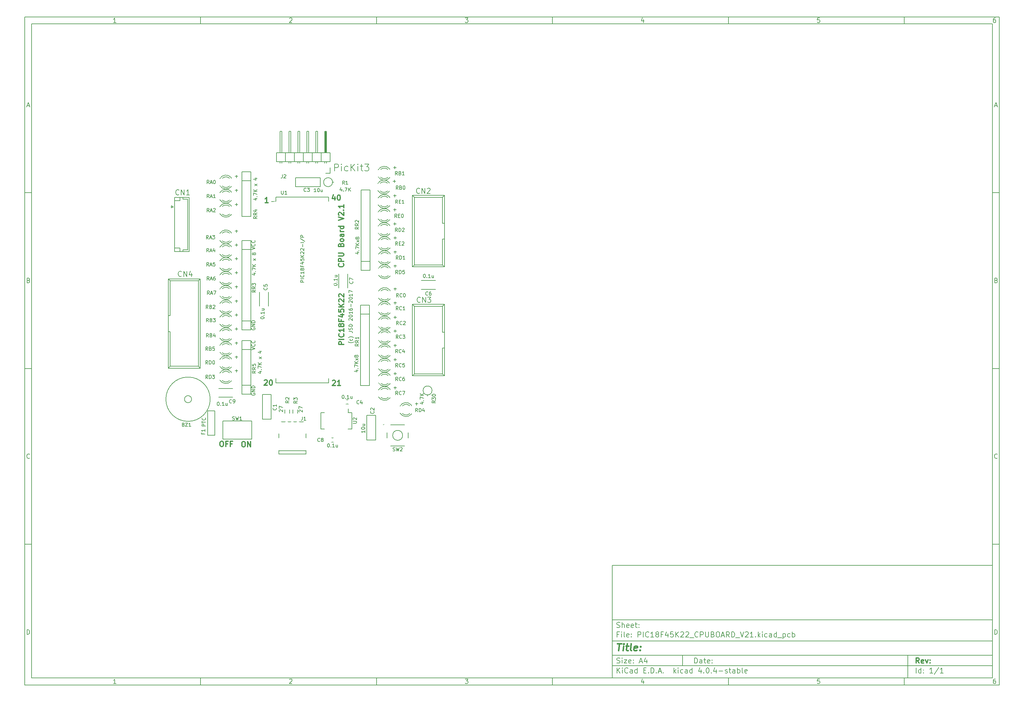
<source format=gto>
G04 #@! TF.FileFunction,Legend,Top*
%FSLAX46Y46*%
G04 Gerber Fmt 4.6, Leading zero omitted, Abs format (unit mm)*
G04 Created by KiCad (PCBNEW 4.0.4-stable) date 01/16/17 16:34:01*
%MOMM*%
%LPD*%
G01*
G04 APERTURE LIST*
%ADD10C,0.100000*%
%ADD11C,0.150000*%
%ADD12C,0.300000*%
%ADD13C,0.400000*%
%ADD14C,0.200000*%
%ADD15R,2.250000X2.250000*%
%ADD16C,2.250000*%
%ADD17R,1.900000X1.900000*%
%ADD18C,1.900000*%
%ADD19O,0.750000X1.600000*%
%ADD20C,1.700000*%
%ADD21R,1.797000X1.797000*%
%ADD22C,1.797000*%
%ADD23C,3.900000*%
%ADD24C,1.924000*%
%ADD25R,2.127200X2.127200*%
%ADD26O,2.127200X2.127200*%
%ADD27O,1.400000X1.600000*%
%ADD28O,1.700000X3.600000*%
%ADD29R,2.127200X2.432000*%
%ADD30O,2.127200X2.432000*%
%ADD31C,2.100000*%
%ADD32R,1.700000X1.700000*%
%ADD33R,1.600000X1.600000*%
%ADD34C,1.600000*%
%ADD35O,2.700000X2.000000*%
%ADD36R,1.600000X1.150000*%
%ADD37R,1.300000X1.600000*%
G04 APERTURE END LIST*
D10*
D11*
X177002200Y-166007200D02*
X177002200Y-198007200D01*
X285002200Y-198007200D01*
X285002200Y-166007200D01*
X177002200Y-166007200D01*
D10*
D11*
X10000000Y-10000000D02*
X10000000Y-200007200D01*
X287002200Y-200007200D01*
X287002200Y-10000000D01*
X10000000Y-10000000D01*
D10*
D11*
X12000000Y-12000000D02*
X12000000Y-198007200D01*
X285002200Y-198007200D01*
X285002200Y-12000000D01*
X12000000Y-12000000D01*
D10*
D11*
X60000000Y-12000000D02*
X60000000Y-10000000D01*
D10*
D11*
X110000000Y-12000000D02*
X110000000Y-10000000D01*
D10*
D11*
X160000000Y-12000000D02*
X160000000Y-10000000D01*
D10*
D11*
X210000000Y-12000000D02*
X210000000Y-10000000D01*
D10*
D11*
X260000000Y-12000000D02*
X260000000Y-10000000D01*
D10*
D11*
X35990476Y-11588095D02*
X35247619Y-11588095D01*
X35619048Y-11588095D02*
X35619048Y-10288095D01*
X35495238Y-10473810D01*
X35371429Y-10597619D01*
X35247619Y-10659524D01*
D10*
D11*
X85247619Y-10411905D02*
X85309524Y-10350000D01*
X85433333Y-10288095D01*
X85742857Y-10288095D01*
X85866667Y-10350000D01*
X85928571Y-10411905D01*
X85990476Y-10535714D01*
X85990476Y-10659524D01*
X85928571Y-10845238D01*
X85185714Y-11588095D01*
X85990476Y-11588095D01*
D10*
D11*
X135185714Y-10288095D02*
X135990476Y-10288095D01*
X135557143Y-10783333D01*
X135742857Y-10783333D01*
X135866667Y-10845238D01*
X135928571Y-10907143D01*
X135990476Y-11030952D01*
X135990476Y-11340476D01*
X135928571Y-11464286D01*
X135866667Y-11526190D01*
X135742857Y-11588095D01*
X135371429Y-11588095D01*
X135247619Y-11526190D01*
X135185714Y-11464286D01*
D10*
D11*
X185866667Y-10721429D02*
X185866667Y-11588095D01*
X185557143Y-10226190D02*
X185247619Y-11154762D01*
X186052381Y-11154762D01*
D10*
D11*
X235928571Y-10288095D02*
X235309524Y-10288095D01*
X235247619Y-10907143D01*
X235309524Y-10845238D01*
X235433333Y-10783333D01*
X235742857Y-10783333D01*
X235866667Y-10845238D01*
X235928571Y-10907143D01*
X235990476Y-11030952D01*
X235990476Y-11340476D01*
X235928571Y-11464286D01*
X235866667Y-11526190D01*
X235742857Y-11588095D01*
X235433333Y-11588095D01*
X235309524Y-11526190D01*
X235247619Y-11464286D01*
D10*
D11*
X285866667Y-10288095D02*
X285619048Y-10288095D01*
X285495238Y-10350000D01*
X285433333Y-10411905D01*
X285309524Y-10597619D01*
X285247619Y-10845238D01*
X285247619Y-11340476D01*
X285309524Y-11464286D01*
X285371429Y-11526190D01*
X285495238Y-11588095D01*
X285742857Y-11588095D01*
X285866667Y-11526190D01*
X285928571Y-11464286D01*
X285990476Y-11340476D01*
X285990476Y-11030952D01*
X285928571Y-10907143D01*
X285866667Y-10845238D01*
X285742857Y-10783333D01*
X285495238Y-10783333D01*
X285371429Y-10845238D01*
X285309524Y-10907143D01*
X285247619Y-11030952D01*
D10*
D11*
X60000000Y-198007200D02*
X60000000Y-200007200D01*
D10*
D11*
X110000000Y-198007200D02*
X110000000Y-200007200D01*
D10*
D11*
X160000000Y-198007200D02*
X160000000Y-200007200D01*
D10*
D11*
X210000000Y-198007200D02*
X210000000Y-200007200D01*
D10*
D11*
X260000000Y-198007200D02*
X260000000Y-200007200D01*
D10*
D11*
X35990476Y-199595295D02*
X35247619Y-199595295D01*
X35619048Y-199595295D02*
X35619048Y-198295295D01*
X35495238Y-198481010D01*
X35371429Y-198604819D01*
X35247619Y-198666724D01*
D10*
D11*
X85247619Y-198419105D02*
X85309524Y-198357200D01*
X85433333Y-198295295D01*
X85742857Y-198295295D01*
X85866667Y-198357200D01*
X85928571Y-198419105D01*
X85990476Y-198542914D01*
X85990476Y-198666724D01*
X85928571Y-198852438D01*
X85185714Y-199595295D01*
X85990476Y-199595295D01*
D10*
D11*
X135185714Y-198295295D02*
X135990476Y-198295295D01*
X135557143Y-198790533D01*
X135742857Y-198790533D01*
X135866667Y-198852438D01*
X135928571Y-198914343D01*
X135990476Y-199038152D01*
X135990476Y-199347676D01*
X135928571Y-199471486D01*
X135866667Y-199533390D01*
X135742857Y-199595295D01*
X135371429Y-199595295D01*
X135247619Y-199533390D01*
X135185714Y-199471486D01*
D10*
D11*
X185866667Y-198728629D02*
X185866667Y-199595295D01*
X185557143Y-198233390D02*
X185247619Y-199161962D01*
X186052381Y-199161962D01*
D10*
D11*
X235928571Y-198295295D02*
X235309524Y-198295295D01*
X235247619Y-198914343D01*
X235309524Y-198852438D01*
X235433333Y-198790533D01*
X235742857Y-198790533D01*
X235866667Y-198852438D01*
X235928571Y-198914343D01*
X235990476Y-199038152D01*
X235990476Y-199347676D01*
X235928571Y-199471486D01*
X235866667Y-199533390D01*
X235742857Y-199595295D01*
X235433333Y-199595295D01*
X235309524Y-199533390D01*
X235247619Y-199471486D01*
D10*
D11*
X285866667Y-198295295D02*
X285619048Y-198295295D01*
X285495238Y-198357200D01*
X285433333Y-198419105D01*
X285309524Y-198604819D01*
X285247619Y-198852438D01*
X285247619Y-199347676D01*
X285309524Y-199471486D01*
X285371429Y-199533390D01*
X285495238Y-199595295D01*
X285742857Y-199595295D01*
X285866667Y-199533390D01*
X285928571Y-199471486D01*
X285990476Y-199347676D01*
X285990476Y-199038152D01*
X285928571Y-198914343D01*
X285866667Y-198852438D01*
X285742857Y-198790533D01*
X285495238Y-198790533D01*
X285371429Y-198852438D01*
X285309524Y-198914343D01*
X285247619Y-199038152D01*
D10*
D11*
X10000000Y-60000000D02*
X12000000Y-60000000D01*
D10*
D11*
X10000000Y-110000000D02*
X12000000Y-110000000D01*
D10*
D11*
X10000000Y-160000000D02*
X12000000Y-160000000D01*
D10*
D11*
X10690476Y-35216667D02*
X11309524Y-35216667D01*
X10566667Y-35588095D02*
X11000000Y-34288095D01*
X11433333Y-35588095D01*
D10*
D11*
X11092857Y-84907143D02*
X11278571Y-84969048D01*
X11340476Y-85030952D01*
X11402381Y-85154762D01*
X11402381Y-85340476D01*
X11340476Y-85464286D01*
X11278571Y-85526190D01*
X11154762Y-85588095D01*
X10659524Y-85588095D01*
X10659524Y-84288095D01*
X11092857Y-84288095D01*
X11216667Y-84350000D01*
X11278571Y-84411905D01*
X11340476Y-84535714D01*
X11340476Y-84659524D01*
X11278571Y-84783333D01*
X11216667Y-84845238D01*
X11092857Y-84907143D01*
X10659524Y-84907143D01*
D10*
D11*
X11402381Y-135464286D02*
X11340476Y-135526190D01*
X11154762Y-135588095D01*
X11030952Y-135588095D01*
X10845238Y-135526190D01*
X10721429Y-135402381D01*
X10659524Y-135278571D01*
X10597619Y-135030952D01*
X10597619Y-134845238D01*
X10659524Y-134597619D01*
X10721429Y-134473810D01*
X10845238Y-134350000D01*
X11030952Y-134288095D01*
X11154762Y-134288095D01*
X11340476Y-134350000D01*
X11402381Y-134411905D01*
D10*
D11*
X10659524Y-185588095D02*
X10659524Y-184288095D01*
X10969048Y-184288095D01*
X11154762Y-184350000D01*
X11278571Y-184473810D01*
X11340476Y-184597619D01*
X11402381Y-184845238D01*
X11402381Y-185030952D01*
X11340476Y-185278571D01*
X11278571Y-185402381D01*
X11154762Y-185526190D01*
X10969048Y-185588095D01*
X10659524Y-185588095D01*
D10*
D11*
X287002200Y-60000000D02*
X285002200Y-60000000D01*
D10*
D11*
X287002200Y-110000000D02*
X285002200Y-110000000D01*
D10*
D11*
X287002200Y-160000000D02*
X285002200Y-160000000D01*
D10*
D11*
X285692676Y-35216667D02*
X286311724Y-35216667D01*
X285568867Y-35588095D02*
X286002200Y-34288095D01*
X286435533Y-35588095D01*
D10*
D11*
X286095057Y-84907143D02*
X286280771Y-84969048D01*
X286342676Y-85030952D01*
X286404581Y-85154762D01*
X286404581Y-85340476D01*
X286342676Y-85464286D01*
X286280771Y-85526190D01*
X286156962Y-85588095D01*
X285661724Y-85588095D01*
X285661724Y-84288095D01*
X286095057Y-84288095D01*
X286218867Y-84350000D01*
X286280771Y-84411905D01*
X286342676Y-84535714D01*
X286342676Y-84659524D01*
X286280771Y-84783333D01*
X286218867Y-84845238D01*
X286095057Y-84907143D01*
X285661724Y-84907143D01*
D10*
D11*
X286404581Y-135464286D02*
X286342676Y-135526190D01*
X286156962Y-135588095D01*
X286033152Y-135588095D01*
X285847438Y-135526190D01*
X285723629Y-135402381D01*
X285661724Y-135278571D01*
X285599819Y-135030952D01*
X285599819Y-134845238D01*
X285661724Y-134597619D01*
X285723629Y-134473810D01*
X285847438Y-134350000D01*
X286033152Y-134288095D01*
X286156962Y-134288095D01*
X286342676Y-134350000D01*
X286404581Y-134411905D01*
D10*
D11*
X285661724Y-185588095D02*
X285661724Y-184288095D01*
X285971248Y-184288095D01*
X286156962Y-184350000D01*
X286280771Y-184473810D01*
X286342676Y-184597619D01*
X286404581Y-184845238D01*
X286404581Y-185030952D01*
X286342676Y-185278571D01*
X286280771Y-185402381D01*
X286156962Y-185526190D01*
X285971248Y-185588095D01*
X285661724Y-185588095D01*
D10*
D11*
X200359343Y-193785771D02*
X200359343Y-192285771D01*
X200716486Y-192285771D01*
X200930771Y-192357200D01*
X201073629Y-192500057D01*
X201145057Y-192642914D01*
X201216486Y-192928629D01*
X201216486Y-193142914D01*
X201145057Y-193428629D01*
X201073629Y-193571486D01*
X200930771Y-193714343D01*
X200716486Y-193785771D01*
X200359343Y-193785771D01*
X202502200Y-193785771D02*
X202502200Y-193000057D01*
X202430771Y-192857200D01*
X202287914Y-192785771D01*
X202002200Y-192785771D01*
X201859343Y-192857200D01*
X202502200Y-193714343D02*
X202359343Y-193785771D01*
X202002200Y-193785771D01*
X201859343Y-193714343D01*
X201787914Y-193571486D01*
X201787914Y-193428629D01*
X201859343Y-193285771D01*
X202002200Y-193214343D01*
X202359343Y-193214343D01*
X202502200Y-193142914D01*
X203002200Y-192785771D02*
X203573629Y-192785771D01*
X203216486Y-192285771D02*
X203216486Y-193571486D01*
X203287914Y-193714343D01*
X203430772Y-193785771D01*
X203573629Y-193785771D01*
X204645057Y-193714343D02*
X204502200Y-193785771D01*
X204216486Y-193785771D01*
X204073629Y-193714343D01*
X204002200Y-193571486D01*
X204002200Y-193000057D01*
X204073629Y-192857200D01*
X204216486Y-192785771D01*
X204502200Y-192785771D01*
X204645057Y-192857200D01*
X204716486Y-193000057D01*
X204716486Y-193142914D01*
X204002200Y-193285771D01*
X205359343Y-193642914D02*
X205430771Y-193714343D01*
X205359343Y-193785771D01*
X205287914Y-193714343D01*
X205359343Y-193642914D01*
X205359343Y-193785771D01*
X205359343Y-192857200D02*
X205430771Y-192928629D01*
X205359343Y-193000057D01*
X205287914Y-192928629D01*
X205359343Y-192857200D01*
X205359343Y-193000057D01*
D10*
D11*
X177002200Y-194507200D02*
X285002200Y-194507200D01*
D10*
D11*
X178359343Y-196585771D02*
X178359343Y-195085771D01*
X179216486Y-196585771D02*
X178573629Y-195728629D01*
X179216486Y-195085771D02*
X178359343Y-195942914D01*
X179859343Y-196585771D02*
X179859343Y-195585771D01*
X179859343Y-195085771D02*
X179787914Y-195157200D01*
X179859343Y-195228629D01*
X179930771Y-195157200D01*
X179859343Y-195085771D01*
X179859343Y-195228629D01*
X181430772Y-196442914D02*
X181359343Y-196514343D01*
X181145057Y-196585771D01*
X181002200Y-196585771D01*
X180787915Y-196514343D01*
X180645057Y-196371486D01*
X180573629Y-196228629D01*
X180502200Y-195942914D01*
X180502200Y-195728629D01*
X180573629Y-195442914D01*
X180645057Y-195300057D01*
X180787915Y-195157200D01*
X181002200Y-195085771D01*
X181145057Y-195085771D01*
X181359343Y-195157200D01*
X181430772Y-195228629D01*
X182716486Y-196585771D02*
X182716486Y-195800057D01*
X182645057Y-195657200D01*
X182502200Y-195585771D01*
X182216486Y-195585771D01*
X182073629Y-195657200D01*
X182716486Y-196514343D02*
X182573629Y-196585771D01*
X182216486Y-196585771D01*
X182073629Y-196514343D01*
X182002200Y-196371486D01*
X182002200Y-196228629D01*
X182073629Y-196085771D01*
X182216486Y-196014343D01*
X182573629Y-196014343D01*
X182716486Y-195942914D01*
X184073629Y-196585771D02*
X184073629Y-195085771D01*
X184073629Y-196514343D02*
X183930772Y-196585771D01*
X183645058Y-196585771D01*
X183502200Y-196514343D01*
X183430772Y-196442914D01*
X183359343Y-196300057D01*
X183359343Y-195871486D01*
X183430772Y-195728629D01*
X183502200Y-195657200D01*
X183645058Y-195585771D01*
X183930772Y-195585771D01*
X184073629Y-195657200D01*
X185930772Y-195800057D02*
X186430772Y-195800057D01*
X186645058Y-196585771D02*
X185930772Y-196585771D01*
X185930772Y-195085771D01*
X186645058Y-195085771D01*
X187287915Y-196442914D02*
X187359343Y-196514343D01*
X187287915Y-196585771D01*
X187216486Y-196514343D01*
X187287915Y-196442914D01*
X187287915Y-196585771D01*
X188002201Y-196585771D02*
X188002201Y-195085771D01*
X188359344Y-195085771D01*
X188573629Y-195157200D01*
X188716487Y-195300057D01*
X188787915Y-195442914D01*
X188859344Y-195728629D01*
X188859344Y-195942914D01*
X188787915Y-196228629D01*
X188716487Y-196371486D01*
X188573629Y-196514343D01*
X188359344Y-196585771D01*
X188002201Y-196585771D01*
X189502201Y-196442914D02*
X189573629Y-196514343D01*
X189502201Y-196585771D01*
X189430772Y-196514343D01*
X189502201Y-196442914D01*
X189502201Y-196585771D01*
X190145058Y-196157200D02*
X190859344Y-196157200D01*
X190002201Y-196585771D02*
X190502201Y-195085771D01*
X191002201Y-196585771D01*
X191502201Y-196442914D02*
X191573629Y-196514343D01*
X191502201Y-196585771D01*
X191430772Y-196514343D01*
X191502201Y-196442914D01*
X191502201Y-196585771D01*
X194502201Y-196585771D02*
X194502201Y-195085771D01*
X194645058Y-196014343D02*
X195073629Y-196585771D01*
X195073629Y-195585771D02*
X194502201Y-196157200D01*
X195716487Y-196585771D02*
X195716487Y-195585771D01*
X195716487Y-195085771D02*
X195645058Y-195157200D01*
X195716487Y-195228629D01*
X195787915Y-195157200D01*
X195716487Y-195085771D01*
X195716487Y-195228629D01*
X197073630Y-196514343D02*
X196930773Y-196585771D01*
X196645059Y-196585771D01*
X196502201Y-196514343D01*
X196430773Y-196442914D01*
X196359344Y-196300057D01*
X196359344Y-195871486D01*
X196430773Y-195728629D01*
X196502201Y-195657200D01*
X196645059Y-195585771D01*
X196930773Y-195585771D01*
X197073630Y-195657200D01*
X198359344Y-196585771D02*
X198359344Y-195800057D01*
X198287915Y-195657200D01*
X198145058Y-195585771D01*
X197859344Y-195585771D01*
X197716487Y-195657200D01*
X198359344Y-196514343D02*
X198216487Y-196585771D01*
X197859344Y-196585771D01*
X197716487Y-196514343D01*
X197645058Y-196371486D01*
X197645058Y-196228629D01*
X197716487Y-196085771D01*
X197859344Y-196014343D01*
X198216487Y-196014343D01*
X198359344Y-195942914D01*
X199716487Y-196585771D02*
X199716487Y-195085771D01*
X199716487Y-196514343D02*
X199573630Y-196585771D01*
X199287916Y-196585771D01*
X199145058Y-196514343D01*
X199073630Y-196442914D01*
X199002201Y-196300057D01*
X199002201Y-195871486D01*
X199073630Y-195728629D01*
X199145058Y-195657200D01*
X199287916Y-195585771D01*
X199573630Y-195585771D01*
X199716487Y-195657200D01*
X202216487Y-195585771D02*
X202216487Y-196585771D01*
X201859344Y-195014343D02*
X201502201Y-196085771D01*
X202430773Y-196085771D01*
X203002201Y-196442914D02*
X203073629Y-196514343D01*
X203002201Y-196585771D01*
X202930772Y-196514343D01*
X203002201Y-196442914D01*
X203002201Y-196585771D01*
X204002201Y-195085771D02*
X204145058Y-195085771D01*
X204287915Y-195157200D01*
X204359344Y-195228629D01*
X204430773Y-195371486D01*
X204502201Y-195657200D01*
X204502201Y-196014343D01*
X204430773Y-196300057D01*
X204359344Y-196442914D01*
X204287915Y-196514343D01*
X204145058Y-196585771D01*
X204002201Y-196585771D01*
X203859344Y-196514343D01*
X203787915Y-196442914D01*
X203716487Y-196300057D01*
X203645058Y-196014343D01*
X203645058Y-195657200D01*
X203716487Y-195371486D01*
X203787915Y-195228629D01*
X203859344Y-195157200D01*
X204002201Y-195085771D01*
X205145058Y-196442914D02*
X205216486Y-196514343D01*
X205145058Y-196585771D01*
X205073629Y-196514343D01*
X205145058Y-196442914D01*
X205145058Y-196585771D01*
X206502201Y-195585771D02*
X206502201Y-196585771D01*
X206145058Y-195014343D02*
X205787915Y-196085771D01*
X206716487Y-196085771D01*
X207287915Y-196014343D02*
X208430772Y-196014343D01*
X209073629Y-196514343D02*
X209216486Y-196585771D01*
X209502201Y-196585771D01*
X209645058Y-196514343D01*
X209716486Y-196371486D01*
X209716486Y-196300057D01*
X209645058Y-196157200D01*
X209502201Y-196085771D01*
X209287915Y-196085771D01*
X209145058Y-196014343D01*
X209073629Y-195871486D01*
X209073629Y-195800057D01*
X209145058Y-195657200D01*
X209287915Y-195585771D01*
X209502201Y-195585771D01*
X209645058Y-195657200D01*
X210145058Y-195585771D02*
X210716487Y-195585771D01*
X210359344Y-195085771D02*
X210359344Y-196371486D01*
X210430772Y-196514343D01*
X210573630Y-196585771D01*
X210716487Y-196585771D01*
X211859344Y-196585771D02*
X211859344Y-195800057D01*
X211787915Y-195657200D01*
X211645058Y-195585771D01*
X211359344Y-195585771D01*
X211216487Y-195657200D01*
X211859344Y-196514343D02*
X211716487Y-196585771D01*
X211359344Y-196585771D01*
X211216487Y-196514343D01*
X211145058Y-196371486D01*
X211145058Y-196228629D01*
X211216487Y-196085771D01*
X211359344Y-196014343D01*
X211716487Y-196014343D01*
X211859344Y-195942914D01*
X212573630Y-196585771D02*
X212573630Y-195085771D01*
X212573630Y-195657200D02*
X212716487Y-195585771D01*
X213002201Y-195585771D01*
X213145058Y-195657200D01*
X213216487Y-195728629D01*
X213287916Y-195871486D01*
X213287916Y-196300057D01*
X213216487Y-196442914D01*
X213145058Y-196514343D01*
X213002201Y-196585771D01*
X212716487Y-196585771D01*
X212573630Y-196514343D01*
X214145059Y-196585771D02*
X214002201Y-196514343D01*
X213930773Y-196371486D01*
X213930773Y-195085771D01*
X215287915Y-196514343D02*
X215145058Y-196585771D01*
X214859344Y-196585771D01*
X214716487Y-196514343D01*
X214645058Y-196371486D01*
X214645058Y-195800057D01*
X214716487Y-195657200D01*
X214859344Y-195585771D01*
X215145058Y-195585771D01*
X215287915Y-195657200D01*
X215359344Y-195800057D01*
X215359344Y-195942914D01*
X214645058Y-196085771D01*
D10*
D11*
X177002200Y-191507200D02*
X285002200Y-191507200D01*
D10*
D12*
X264216486Y-193785771D02*
X263716486Y-193071486D01*
X263359343Y-193785771D02*
X263359343Y-192285771D01*
X263930771Y-192285771D01*
X264073629Y-192357200D01*
X264145057Y-192428629D01*
X264216486Y-192571486D01*
X264216486Y-192785771D01*
X264145057Y-192928629D01*
X264073629Y-193000057D01*
X263930771Y-193071486D01*
X263359343Y-193071486D01*
X265430771Y-193714343D02*
X265287914Y-193785771D01*
X265002200Y-193785771D01*
X264859343Y-193714343D01*
X264787914Y-193571486D01*
X264787914Y-193000057D01*
X264859343Y-192857200D01*
X265002200Y-192785771D01*
X265287914Y-192785771D01*
X265430771Y-192857200D01*
X265502200Y-193000057D01*
X265502200Y-193142914D01*
X264787914Y-193285771D01*
X266002200Y-192785771D02*
X266359343Y-193785771D01*
X266716485Y-192785771D01*
X267287914Y-193642914D02*
X267359342Y-193714343D01*
X267287914Y-193785771D01*
X267216485Y-193714343D01*
X267287914Y-193642914D01*
X267287914Y-193785771D01*
X267287914Y-192857200D02*
X267359342Y-192928629D01*
X267287914Y-193000057D01*
X267216485Y-192928629D01*
X267287914Y-192857200D01*
X267287914Y-193000057D01*
D10*
D11*
X178287914Y-193714343D02*
X178502200Y-193785771D01*
X178859343Y-193785771D01*
X179002200Y-193714343D01*
X179073629Y-193642914D01*
X179145057Y-193500057D01*
X179145057Y-193357200D01*
X179073629Y-193214343D01*
X179002200Y-193142914D01*
X178859343Y-193071486D01*
X178573629Y-193000057D01*
X178430771Y-192928629D01*
X178359343Y-192857200D01*
X178287914Y-192714343D01*
X178287914Y-192571486D01*
X178359343Y-192428629D01*
X178430771Y-192357200D01*
X178573629Y-192285771D01*
X178930771Y-192285771D01*
X179145057Y-192357200D01*
X179787914Y-193785771D02*
X179787914Y-192785771D01*
X179787914Y-192285771D02*
X179716485Y-192357200D01*
X179787914Y-192428629D01*
X179859342Y-192357200D01*
X179787914Y-192285771D01*
X179787914Y-192428629D01*
X180359343Y-192785771D02*
X181145057Y-192785771D01*
X180359343Y-193785771D01*
X181145057Y-193785771D01*
X182287914Y-193714343D02*
X182145057Y-193785771D01*
X181859343Y-193785771D01*
X181716486Y-193714343D01*
X181645057Y-193571486D01*
X181645057Y-193000057D01*
X181716486Y-192857200D01*
X181859343Y-192785771D01*
X182145057Y-192785771D01*
X182287914Y-192857200D01*
X182359343Y-193000057D01*
X182359343Y-193142914D01*
X181645057Y-193285771D01*
X183002200Y-193642914D02*
X183073628Y-193714343D01*
X183002200Y-193785771D01*
X182930771Y-193714343D01*
X183002200Y-193642914D01*
X183002200Y-193785771D01*
X183002200Y-192857200D02*
X183073628Y-192928629D01*
X183002200Y-193000057D01*
X182930771Y-192928629D01*
X183002200Y-192857200D01*
X183002200Y-193000057D01*
X184787914Y-193357200D02*
X185502200Y-193357200D01*
X184645057Y-193785771D02*
X185145057Y-192285771D01*
X185645057Y-193785771D01*
X186787914Y-192785771D02*
X186787914Y-193785771D01*
X186430771Y-192214343D02*
X186073628Y-193285771D01*
X187002200Y-193285771D01*
D10*
D11*
X263359343Y-196585771D02*
X263359343Y-195085771D01*
X264716486Y-196585771D02*
X264716486Y-195085771D01*
X264716486Y-196514343D02*
X264573629Y-196585771D01*
X264287915Y-196585771D01*
X264145057Y-196514343D01*
X264073629Y-196442914D01*
X264002200Y-196300057D01*
X264002200Y-195871486D01*
X264073629Y-195728629D01*
X264145057Y-195657200D01*
X264287915Y-195585771D01*
X264573629Y-195585771D01*
X264716486Y-195657200D01*
X265430772Y-196442914D02*
X265502200Y-196514343D01*
X265430772Y-196585771D01*
X265359343Y-196514343D01*
X265430772Y-196442914D01*
X265430772Y-196585771D01*
X265430772Y-195657200D02*
X265502200Y-195728629D01*
X265430772Y-195800057D01*
X265359343Y-195728629D01*
X265430772Y-195657200D01*
X265430772Y-195800057D01*
X268073629Y-196585771D02*
X267216486Y-196585771D01*
X267645058Y-196585771D02*
X267645058Y-195085771D01*
X267502201Y-195300057D01*
X267359343Y-195442914D01*
X267216486Y-195514343D01*
X269787914Y-195014343D02*
X268502200Y-196942914D01*
X271073629Y-196585771D02*
X270216486Y-196585771D01*
X270645058Y-196585771D02*
X270645058Y-195085771D01*
X270502201Y-195300057D01*
X270359343Y-195442914D01*
X270216486Y-195514343D01*
D10*
D11*
X177002200Y-187507200D02*
X285002200Y-187507200D01*
D10*
D13*
X178454581Y-188211962D02*
X179597438Y-188211962D01*
X178776010Y-190211962D02*
X179026010Y-188211962D01*
X180014105Y-190211962D02*
X180180771Y-188878629D01*
X180264105Y-188211962D02*
X180156962Y-188307200D01*
X180240295Y-188402438D01*
X180347439Y-188307200D01*
X180264105Y-188211962D01*
X180240295Y-188402438D01*
X180847438Y-188878629D02*
X181609343Y-188878629D01*
X181216486Y-188211962D02*
X181002200Y-189926248D01*
X181073630Y-190116724D01*
X181252201Y-190211962D01*
X181442677Y-190211962D01*
X182395058Y-190211962D02*
X182216487Y-190116724D01*
X182145057Y-189926248D01*
X182359343Y-188211962D01*
X183930772Y-190116724D02*
X183728391Y-190211962D01*
X183347439Y-190211962D01*
X183168867Y-190116724D01*
X183097438Y-189926248D01*
X183192676Y-189164343D01*
X183311724Y-188973867D01*
X183514105Y-188878629D01*
X183895057Y-188878629D01*
X184073629Y-188973867D01*
X184145057Y-189164343D01*
X184121248Y-189354819D01*
X183145057Y-189545295D01*
X184895057Y-190021486D02*
X184978392Y-190116724D01*
X184871248Y-190211962D01*
X184787915Y-190116724D01*
X184895057Y-190021486D01*
X184871248Y-190211962D01*
X185026010Y-188973867D02*
X185109344Y-189069105D01*
X185002200Y-189164343D01*
X184918867Y-189069105D01*
X185026010Y-188973867D01*
X185002200Y-189164343D01*
D10*
D11*
X178859343Y-185600057D02*
X178359343Y-185600057D01*
X178359343Y-186385771D02*
X178359343Y-184885771D01*
X179073629Y-184885771D01*
X179645057Y-186385771D02*
X179645057Y-185385771D01*
X179645057Y-184885771D02*
X179573628Y-184957200D01*
X179645057Y-185028629D01*
X179716485Y-184957200D01*
X179645057Y-184885771D01*
X179645057Y-185028629D01*
X180573629Y-186385771D02*
X180430771Y-186314343D01*
X180359343Y-186171486D01*
X180359343Y-184885771D01*
X181716485Y-186314343D02*
X181573628Y-186385771D01*
X181287914Y-186385771D01*
X181145057Y-186314343D01*
X181073628Y-186171486D01*
X181073628Y-185600057D01*
X181145057Y-185457200D01*
X181287914Y-185385771D01*
X181573628Y-185385771D01*
X181716485Y-185457200D01*
X181787914Y-185600057D01*
X181787914Y-185742914D01*
X181073628Y-185885771D01*
X182430771Y-186242914D02*
X182502199Y-186314343D01*
X182430771Y-186385771D01*
X182359342Y-186314343D01*
X182430771Y-186242914D01*
X182430771Y-186385771D01*
X182430771Y-185457200D02*
X182502199Y-185528629D01*
X182430771Y-185600057D01*
X182359342Y-185528629D01*
X182430771Y-185457200D01*
X182430771Y-185600057D01*
X184287914Y-186385771D02*
X184287914Y-184885771D01*
X184859342Y-184885771D01*
X185002200Y-184957200D01*
X185073628Y-185028629D01*
X185145057Y-185171486D01*
X185145057Y-185385771D01*
X185073628Y-185528629D01*
X185002200Y-185600057D01*
X184859342Y-185671486D01*
X184287914Y-185671486D01*
X185787914Y-186385771D02*
X185787914Y-184885771D01*
X187359343Y-186242914D02*
X187287914Y-186314343D01*
X187073628Y-186385771D01*
X186930771Y-186385771D01*
X186716486Y-186314343D01*
X186573628Y-186171486D01*
X186502200Y-186028629D01*
X186430771Y-185742914D01*
X186430771Y-185528629D01*
X186502200Y-185242914D01*
X186573628Y-185100057D01*
X186716486Y-184957200D01*
X186930771Y-184885771D01*
X187073628Y-184885771D01*
X187287914Y-184957200D01*
X187359343Y-185028629D01*
X188787914Y-186385771D02*
X187930771Y-186385771D01*
X188359343Y-186385771D02*
X188359343Y-184885771D01*
X188216486Y-185100057D01*
X188073628Y-185242914D01*
X187930771Y-185314343D01*
X189645057Y-185528629D02*
X189502199Y-185457200D01*
X189430771Y-185385771D01*
X189359342Y-185242914D01*
X189359342Y-185171486D01*
X189430771Y-185028629D01*
X189502199Y-184957200D01*
X189645057Y-184885771D01*
X189930771Y-184885771D01*
X190073628Y-184957200D01*
X190145057Y-185028629D01*
X190216485Y-185171486D01*
X190216485Y-185242914D01*
X190145057Y-185385771D01*
X190073628Y-185457200D01*
X189930771Y-185528629D01*
X189645057Y-185528629D01*
X189502199Y-185600057D01*
X189430771Y-185671486D01*
X189359342Y-185814343D01*
X189359342Y-186100057D01*
X189430771Y-186242914D01*
X189502199Y-186314343D01*
X189645057Y-186385771D01*
X189930771Y-186385771D01*
X190073628Y-186314343D01*
X190145057Y-186242914D01*
X190216485Y-186100057D01*
X190216485Y-185814343D01*
X190145057Y-185671486D01*
X190073628Y-185600057D01*
X189930771Y-185528629D01*
X191359342Y-185600057D02*
X190859342Y-185600057D01*
X190859342Y-186385771D02*
X190859342Y-184885771D01*
X191573628Y-184885771D01*
X192787913Y-185385771D02*
X192787913Y-186385771D01*
X192430770Y-184814343D02*
X192073627Y-185885771D01*
X193002199Y-185885771D01*
X194287913Y-184885771D02*
X193573627Y-184885771D01*
X193502198Y-185600057D01*
X193573627Y-185528629D01*
X193716484Y-185457200D01*
X194073627Y-185457200D01*
X194216484Y-185528629D01*
X194287913Y-185600057D01*
X194359341Y-185742914D01*
X194359341Y-186100057D01*
X194287913Y-186242914D01*
X194216484Y-186314343D01*
X194073627Y-186385771D01*
X193716484Y-186385771D01*
X193573627Y-186314343D01*
X193502198Y-186242914D01*
X195002198Y-186385771D02*
X195002198Y-184885771D01*
X195859341Y-186385771D02*
X195216484Y-185528629D01*
X195859341Y-184885771D02*
X195002198Y-185742914D01*
X196430769Y-185028629D02*
X196502198Y-184957200D01*
X196645055Y-184885771D01*
X197002198Y-184885771D01*
X197145055Y-184957200D01*
X197216484Y-185028629D01*
X197287912Y-185171486D01*
X197287912Y-185314343D01*
X197216484Y-185528629D01*
X196359341Y-186385771D01*
X197287912Y-186385771D01*
X197859340Y-185028629D02*
X197930769Y-184957200D01*
X198073626Y-184885771D01*
X198430769Y-184885771D01*
X198573626Y-184957200D01*
X198645055Y-185028629D01*
X198716483Y-185171486D01*
X198716483Y-185314343D01*
X198645055Y-185528629D01*
X197787912Y-186385771D01*
X198716483Y-186385771D01*
X199002197Y-186528629D02*
X200145054Y-186528629D01*
X201359340Y-186242914D02*
X201287911Y-186314343D01*
X201073625Y-186385771D01*
X200930768Y-186385771D01*
X200716483Y-186314343D01*
X200573625Y-186171486D01*
X200502197Y-186028629D01*
X200430768Y-185742914D01*
X200430768Y-185528629D01*
X200502197Y-185242914D01*
X200573625Y-185100057D01*
X200716483Y-184957200D01*
X200930768Y-184885771D01*
X201073625Y-184885771D01*
X201287911Y-184957200D01*
X201359340Y-185028629D01*
X202002197Y-186385771D02*
X202002197Y-184885771D01*
X202573625Y-184885771D01*
X202716483Y-184957200D01*
X202787911Y-185028629D01*
X202859340Y-185171486D01*
X202859340Y-185385771D01*
X202787911Y-185528629D01*
X202716483Y-185600057D01*
X202573625Y-185671486D01*
X202002197Y-185671486D01*
X203502197Y-184885771D02*
X203502197Y-186100057D01*
X203573625Y-186242914D01*
X203645054Y-186314343D01*
X203787911Y-186385771D01*
X204073625Y-186385771D01*
X204216483Y-186314343D01*
X204287911Y-186242914D01*
X204359340Y-186100057D01*
X204359340Y-184885771D01*
X205573626Y-185600057D02*
X205787912Y-185671486D01*
X205859340Y-185742914D01*
X205930769Y-185885771D01*
X205930769Y-186100057D01*
X205859340Y-186242914D01*
X205787912Y-186314343D01*
X205645054Y-186385771D01*
X205073626Y-186385771D01*
X205073626Y-184885771D01*
X205573626Y-184885771D01*
X205716483Y-184957200D01*
X205787912Y-185028629D01*
X205859340Y-185171486D01*
X205859340Y-185314343D01*
X205787912Y-185457200D01*
X205716483Y-185528629D01*
X205573626Y-185600057D01*
X205073626Y-185600057D01*
X206859340Y-184885771D02*
X207145054Y-184885771D01*
X207287912Y-184957200D01*
X207430769Y-185100057D01*
X207502197Y-185385771D01*
X207502197Y-185885771D01*
X207430769Y-186171486D01*
X207287912Y-186314343D01*
X207145054Y-186385771D01*
X206859340Y-186385771D01*
X206716483Y-186314343D01*
X206573626Y-186171486D01*
X206502197Y-185885771D01*
X206502197Y-185385771D01*
X206573626Y-185100057D01*
X206716483Y-184957200D01*
X206859340Y-184885771D01*
X208073626Y-185957200D02*
X208787912Y-185957200D01*
X207930769Y-186385771D02*
X208430769Y-184885771D01*
X208930769Y-186385771D01*
X210287912Y-186385771D02*
X209787912Y-185671486D01*
X209430769Y-186385771D02*
X209430769Y-184885771D01*
X210002197Y-184885771D01*
X210145055Y-184957200D01*
X210216483Y-185028629D01*
X210287912Y-185171486D01*
X210287912Y-185385771D01*
X210216483Y-185528629D01*
X210145055Y-185600057D01*
X210002197Y-185671486D01*
X209430769Y-185671486D01*
X210930769Y-186385771D02*
X210930769Y-184885771D01*
X211287912Y-184885771D01*
X211502197Y-184957200D01*
X211645055Y-185100057D01*
X211716483Y-185242914D01*
X211787912Y-185528629D01*
X211787912Y-185742914D01*
X211716483Y-186028629D01*
X211645055Y-186171486D01*
X211502197Y-186314343D01*
X211287912Y-186385771D01*
X210930769Y-186385771D01*
X212073626Y-186528629D02*
X213216483Y-186528629D01*
X213359340Y-184885771D02*
X213859340Y-186385771D01*
X214359340Y-184885771D01*
X214787911Y-185028629D02*
X214859340Y-184957200D01*
X215002197Y-184885771D01*
X215359340Y-184885771D01*
X215502197Y-184957200D01*
X215573626Y-185028629D01*
X215645054Y-185171486D01*
X215645054Y-185314343D01*
X215573626Y-185528629D01*
X214716483Y-186385771D01*
X215645054Y-186385771D01*
X217073625Y-186385771D02*
X216216482Y-186385771D01*
X216645054Y-186385771D02*
X216645054Y-184885771D01*
X216502197Y-185100057D01*
X216359339Y-185242914D01*
X216216482Y-185314343D01*
X217716482Y-186242914D02*
X217787910Y-186314343D01*
X217716482Y-186385771D01*
X217645053Y-186314343D01*
X217716482Y-186242914D01*
X217716482Y-186385771D01*
X218430768Y-186385771D02*
X218430768Y-184885771D01*
X218573625Y-185814343D02*
X219002196Y-186385771D01*
X219002196Y-185385771D02*
X218430768Y-185957200D01*
X219645054Y-186385771D02*
X219645054Y-185385771D01*
X219645054Y-184885771D02*
X219573625Y-184957200D01*
X219645054Y-185028629D01*
X219716482Y-184957200D01*
X219645054Y-184885771D01*
X219645054Y-185028629D01*
X221002197Y-186314343D02*
X220859340Y-186385771D01*
X220573626Y-186385771D01*
X220430768Y-186314343D01*
X220359340Y-186242914D01*
X220287911Y-186100057D01*
X220287911Y-185671486D01*
X220359340Y-185528629D01*
X220430768Y-185457200D01*
X220573626Y-185385771D01*
X220859340Y-185385771D01*
X221002197Y-185457200D01*
X222287911Y-186385771D02*
X222287911Y-185600057D01*
X222216482Y-185457200D01*
X222073625Y-185385771D01*
X221787911Y-185385771D01*
X221645054Y-185457200D01*
X222287911Y-186314343D02*
X222145054Y-186385771D01*
X221787911Y-186385771D01*
X221645054Y-186314343D01*
X221573625Y-186171486D01*
X221573625Y-186028629D01*
X221645054Y-185885771D01*
X221787911Y-185814343D01*
X222145054Y-185814343D01*
X222287911Y-185742914D01*
X223645054Y-186385771D02*
X223645054Y-184885771D01*
X223645054Y-186314343D02*
X223502197Y-186385771D01*
X223216483Y-186385771D01*
X223073625Y-186314343D01*
X223002197Y-186242914D01*
X222930768Y-186100057D01*
X222930768Y-185671486D01*
X223002197Y-185528629D01*
X223073625Y-185457200D01*
X223216483Y-185385771D01*
X223502197Y-185385771D01*
X223645054Y-185457200D01*
X224002197Y-186528629D02*
X225145054Y-186528629D01*
X225502197Y-185385771D02*
X225502197Y-186885771D01*
X225502197Y-185457200D02*
X225645054Y-185385771D01*
X225930768Y-185385771D01*
X226073625Y-185457200D01*
X226145054Y-185528629D01*
X226216483Y-185671486D01*
X226216483Y-186100057D01*
X226145054Y-186242914D01*
X226073625Y-186314343D01*
X225930768Y-186385771D01*
X225645054Y-186385771D01*
X225502197Y-186314343D01*
X227502197Y-186314343D02*
X227359340Y-186385771D01*
X227073626Y-186385771D01*
X226930768Y-186314343D01*
X226859340Y-186242914D01*
X226787911Y-186100057D01*
X226787911Y-185671486D01*
X226859340Y-185528629D01*
X226930768Y-185457200D01*
X227073626Y-185385771D01*
X227359340Y-185385771D01*
X227502197Y-185457200D01*
X228145054Y-186385771D02*
X228145054Y-184885771D01*
X228145054Y-185457200D02*
X228287911Y-185385771D01*
X228573625Y-185385771D01*
X228716482Y-185457200D01*
X228787911Y-185528629D01*
X228859340Y-185671486D01*
X228859340Y-186100057D01*
X228787911Y-186242914D01*
X228716482Y-186314343D01*
X228573625Y-186385771D01*
X228287911Y-186385771D01*
X228145054Y-186314343D01*
D10*
D11*
X177002200Y-181507200D02*
X285002200Y-181507200D01*
D10*
D11*
X178287914Y-183614343D02*
X178502200Y-183685771D01*
X178859343Y-183685771D01*
X179002200Y-183614343D01*
X179073629Y-183542914D01*
X179145057Y-183400057D01*
X179145057Y-183257200D01*
X179073629Y-183114343D01*
X179002200Y-183042914D01*
X178859343Y-182971486D01*
X178573629Y-182900057D01*
X178430771Y-182828629D01*
X178359343Y-182757200D01*
X178287914Y-182614343D01*
X178287914Y-182471486D01*
X178359343Y-182328629D01*
X178430771Y-182257200D01*
X178573629Y-182185771D01*
X178930771Y-182185771D01*
X179145057Y-182257200D01*
X179787914Y-183685771D02*
X179787914Y-182185771D01*
X180430771Y-183685771D02*
X180430771Y-182900057D01*
X180359342Y-182757200D01*
X180216485Y-182685771D01*
X180002200Y-182685771D01*
X179859342Y-182757200D01*
X179787914Y-182828629D01*
X181716485Y-183614343D02*
X181573628Y-183685771D01*
X181287914Y-183685771D01*
X181145057Y-183614343D01*
X181073628Y-183471486D01*
X181073628Y-182900057D01*
X181145057Y-182757200D01*
X181287914Y-182685771D01*
X181573628Y-182685771D01*
X181716485Y-182757200D01*
X181787914Y-182900057D01*
X181787914Y-183042914D01*
X181073628Y-183185771D01*
X183002199Y-183614343D02*
X182859342Y-183685771D01*
X182573628Y-183685771D01*
X182430771Y-183614343D01*
X182359342Y-183471486D01*
X182359342Y-182900057D01*
X182430771Y-182757200D01*
X182573628Y-182685771D01*
X182859342Y-182685771D01*
X183002199Y-182757200D01*
X183073628Y-182900057D01*
X183073628Y-183042914D01*
X182359342Y-183185771D01*
X183502199Y-182685771D02*
X184073628Y-182685771D01*
X183716485Y-182185771D02*
X183716485Y-183471486D01*
X183787913Y-183614343D01*
X183930771Y-183685771D01*
X184073628Y-183685771D01*
X184573628Y-183542914D02*
X184645056Y-183614343D01*
X184573628Y-183685771D01*
X184502199Y-183614343D01*
X184573628Y-183542914D01*
X184573628Y-183685771D01*
X184573628Y-182757200D02*
X184645056Y-182828629D01*
X184573628Y-182900057D01*
X184502199Y-182828629D01*
X184573628Y-182757200D01*
X184573628Y-182900057D01*
D10*
D11*
X197002200Y-191507200D02*
X197002200Y-194507200D01*
D10*
D11*
X261002200Y-191507200D02*
X261002200Y-198007200D01*
D12*
X97477143Y-113471429D02*
X97548572Y-113400000D01*
X97691429Y-113328571D01*
X98048572Y-113328571D01*
X98191429Y-113400000D01*
X98262858Y-113471429D01*
X98334286Y-113614286D01*
X98334286Y-113757143D01*
X98262858Y-113971429D01*
X97405715Y-114828571D01*
X98334286Y-114828571D01*
X99762857Y-114828571D02*
X98905714Y-114828571D01*
X99334286Y-114828571D02*
X99334286Y-113328571D01*
X99191429Y-113542857D01*
X99048571Y-113685714D01*
X98905714Y-113757143D01*
X78117143Y-113391429D02*
X78188572Y-113320000D01*
X78331429Y-113248571D01*
X78688572Y-113248571D01*
X78831429Y-113320000D01*
X78902858Y-113391429D01*
X78974286Y-113534286D01*
X78974286Y-113677143D01*
X78902858Y-113891429D01*
X78045715Y-114748571D01*
X78974286Y-114748571D01*
X79902857Y-113248571D02*
X80045714Y-113248571D01*
X80188571Y-113320000D01*
X80260000Y-113391429D01*
X80331429Y-113534286D01*
X80402857Y-113820000D01*
X80402857Y-114177143D01*
X80331429Y-114462857D01*
X80260000Y-114605714D01*
X80188571Y-114677143D01*
X80045714Y-114748571D01*
X79902857Y-114748571D01*
X79760000Y-114677143D01*
X79688571Y-114605714D01*
X79617143Y-114462857D01*
X79545714Y-114177143D01*
X79545714Y-113820000D01*
X79617143Y-113534286D01*
X79688571Y-113391429D01*
X79760000Y-113320000D01*
X79902857Y-113248571D01*
X98131429Y-61128571D02*
X98131429Y-62128571D01*
X97774286Y-60557143D02*
X97417143Y-61628571D01*
X98345715Y-61628571D01*
X99202857Y-60628571D02*
X99345714Y-60628571D01*
X99488571Y-60700000D01*
X99560000Y-60771429D01*
X99631429Y-60914286D01*
X99702857Y-61200000D01*
X99702857Y-61557143D01*
X99631429Y-61842857D01*
X99560000Y-61985714D01*
X99488571Y-62057143D01*
X99345714Y-62128571D01*
X99202857Y-62128571D01*
X99060000Y-62057143D01*
X98988571Y-61985714D01*
X98917143Y-61842857D01*
X98845714Y-61557143D01*
X98845714Y-61200000D01*
X98917143Y-60914286D01*
X98988571Y-60771429D01*
X99060000Y-60700000D01*
X99202857Y-60628571D01*
X79188572Y-62808571D02*
X78331429Y-62808571D01*
X78760001Y-62808571D02*
X78760001Y-61308571D01*
X78617144Y-61522857D01*
X78474286Y-61665714D01*
X78331429Y-61737143D01*
D14*
X98042857Y-53804762D02*
X98042857Y-51804762D01*
X98804762Y-51804762D01*
X98995238Y-51900000D01*
X99090477Y-51995238D01*
X99185715Y-52185714D01*
X99185715Y-52471429D01*
X99090477Y-52661905D01*
X98995238Y-52757143D01*
X98804762Y-52852381D01*
X98042857Y-52852381D01*
X100042857Y-53804762D02*
X100042857Y-52471429D01*
X100042857Y-51804762D02*
X99947619Y-51900000D01*
X100042857Y-51995238D01*
X100138096Y-51900000D01*
X100042857Y-51804762D01*
X100042857Y-51995238D01*
X101852381Y-53709524D02*
X101661905Y-53804762D01*
X101280953Y-53804762D01*
X101090477Y-53709524D01*
X100995238Y-53614286D01*
X100900000Y-53423810D01*
X100900000Y-52852381D01*
X100995238Y-52661905D01*
X101090477Y-52566667D01*
X101280953Y-52471429D01*
X101661905Y-52471429D01*
X101852381Y-52566667D01*
X102709524Y-53804762D02*
X102709524Y-51804762D01*
X103852382Y-53804762D02*
X102995239Y-52661905D01*
X103852382Y-51804762D02*
X102709524Y-52947619D01*
X104709524Y-53804762D02*
X104709524Y-52471429D01*
X104709524Y-51804762D02*
X104614286Y-51900000D01*
X104709524Y-51995238D01*
X104804763Y-51900000D01*
X104709524Y-51804762D01*
X104709524Y-51995238D01*
X105376191Y-52471429D02*
X106138096Y-52471429D01*
X105661905Y-51804762D02*
X105661905Y-53519048D01*
X105757144Y-53709524D01*
X105947620Y-53804762D01*
X106138096Y-53804762D01*
X106614286Y-51804762D02*
X107852382Y-51804762D01*
X107185715Y-52566667D01*
X107471429Y-52566667D01*
X107661905Y-52661905D01*
X107757143Y-52757143D01*
X107852382Y-52947619D01*
X107852382Y-53423810D01*
X107757143Y-53614286D01*
X107661905Y-53709524D01*
X107471429Y-53804762D01*
X106900001Y-53804762D01*
X106709524Y-53709524D01*
X106614286Y-53614286D01*
D12*
X65871429Y-130678571D02*
X66157143Y-130678571D01*
X66300001Y-130750000D01*
X66442858Y-130892857D01*
X66514286Y-131178571D01*
X66514286Y-131678571D01*
X66442858Y-131964286D01*
X66300001Y-132107143D01*
X66157143Y-132178571D01*
X65871429Y-132178571D01*
X65728572Y-132107143D01*
X65585715Y-131964286D01*
X65514286Y-131678571D01*
X65514286Y-131178571D01*
X65585715Y-130892857D01*
X65728572Y-130750000D01*
X65871429Y-130678571D01*
X67657144Y-131392857D02*
X67157144Y-131392857D01*
X67157144Y-132178571D02*
X67157144Y-130678571D01*
X67871430Y-130678571D01*
X68942858Y-131392857D02*
X68442858Y-131392857D01*
X68442858Y-132178571D02*
X68442858Y-130678571D01*
X69157144Y-130678571D01*
X72071428Y-130778571D02*
X72357142Y-130778571D01*
X72500000Y-130850000D01*
X72642857Y-130992857D01*
X72714285Y-131278571D01*
X72714285Y-131778571D01*
X72642857Y-132064286D01*
X72500000Y-132207143D01*
X72357142Y-132278571D01*
X72071428Y-132278571D01*
X71928571Y-132207143D01*
X71785714Y-132064286D01*
X71714285Y-131778571D01*
X71714285Y-131278571D01*
X71785714Y-130992857D01*
X71928571Y-130850000D01*
X72071428Y-130778571D01*
X73357143Y-132278571D02*
X73357143Y-130778571D01*
X74214286Y-132278571D01*
X74214286Y-130778571D01*
D14*
X103513333Y-102389048D02*
X103465714Y-102436668D01*
X103322857Y-102531906D01*
X103227619Y-102579525D01*
X103084762Y-102627144D01*
X102846667Y-102674763D01*
X102656190Y-102674763D01*
X102418095Y-102627144D01*
X102275238Y-102579525D01*
X102180000Y-102531906D01*
X102037143Y-102436668D01*
X101989524Y-102389048D01*
X103084762Y-101579524D02*
X103132381Y-101674762D01*
X103132381Y-101865239D01*
X103084762Y-101960477D01*
X103037143Y-102008096D01*
X102941905Y-102055715D01*
X102656190Y-102055715D01*
X102560952Y-102008096D01*
X102513333Y-101960477D01*
X102465714Y-101865239D01*
X102465714Y-101674762D01*
X102513333Y-101579524D01*
X103513333Y-101246191D02*
X103465714Y-101198572D01*
X103322857Y-101103334D01*
X103227619Y-101055715D01*
X103084762Y-101008096D01*
X102846667Y-100960477D01*
X102656190Y-100960477D01*
X102418095Y-101008096D01*
X102275238Y-101055715D01*
X102180000Y-101103334D01*
X102037143Y-101198572D01*
X101989524Y-101246191D01*
X102132381Y-99436666D02*
X102846667Y-99436666D01*
X102989524Y-99484286D01*
X103084762Y-99579524D01*
X103132381Y-99722381D01*
X103132381Y-99817619D01*
X103084762Y-99008095D02*
X103132381Y-98865238D01*
X103132381Y-98627142D01*
X103084762Y-98531904D01*
X103037143Y-98484285D01*
X102941905Y-98436666D01*
X102846667Y-98436666D01*
X102751429Y-98484285D01*
X102703810Y-98531904D01*
X102656190Y-98627142D01*
X102608571Y-98817619D01*
X102560952Y-98912857D01*
X102513333Y-98960476D01*
X102418095Y-99008095D01*
X102322857Y-99008095D01*
X102227619Y-98960476D01*
X102180000Y-98912857D01*
X102132381Y-98817619D01*
X102132381Y-98579523D01*
X102180000Y-98436666D01*
X103132381Y-98008095D02*
X102132381Y-98008095D01*
X102132381Y-97770000D01*
X102180000Y-97627142D01*
X102275238Y-97531904D01*
X102370476Y-97484285D01*
X102560952Y-97436666D01*
X102703810Y-97436666D01*
X102894286Y-97484285D01*
X102989524Y-97531904D01*
X103084762Y-97627142D01*
X103132381Y-97770000D01*
X103132381Y-98008095D01*
X102227619Y-96293809D02*
X102180000Y-96246190D01*
X102132381Y-96150952D01*
X102132381Y-95912856D01*
X102180000Y-95817618D01*
X102227619Y-95769999D01*
X102322857Y-95722380D01*
X102418095Y-95722380D01*
X102560952Y-95769999D01*
X103132381Y-96341428D01*
X103132381Y-95722380D01*
X102132381Y-95103333D02*
X102132381Y-95008094D01*
X102180000Y-94912856D01*
X102227619Y-94865237D01*
X102322857Y-94817618D01*
X102513333Y-94769999D01*
X102751429Y-94769999D01*
X102941905Y-94817618D01*
X103037143Y-94865237D01*
X103084762Y-94912856D01*
X103132381Y-95008094D01*
X103132381Y-95103333D01*
X103084762Y-95198571D01*
X103037143Y-95246190D01*
X102941905Y-95293809D01*
X102751429Y-95341428D01*
X102513333Y-95341428D01*
X102322857Y-95293809D01*
X102227619Y-95246190D01*
X102180000Y-95198571D01*
X102132381Y-95103333D01*
X103132381Y-93817618D02*
X103132381Y-94389047D01*
X103132381Y-94103333D02*
X102132381Y-94103333D01*
X102275238Y-94198571D01*
X102370476Y-94293809D01*
X102418095Y-94389047D01*
X102132381Y-92960475D02*
X102132381Y-93150952D01*
X102180000Y-93246190D01*
X102227619Y-93293809D01*
X102370476Y-93389047D01*
X102560952Y-93436666D01*
X102941905Y-93436666D01*
X103037143Y-93389047D01*
X103084762Y-93341428D01*
X103132381Y-93246190D01*
X103132381Y-93055713D01*
X103084762Y-92960475D01*
X103037143Y-92912856D01*
X102941905Y-92865237D01*
X102703810Y-92865237D01*
X102608571Y-92912856D01*
X102560952Y-92960475D01*
X102513333Y-93055713D01*
X102513333Y-93246190D01*
X102560952Y-93341428D01*
X102608571Y-93389047D01*
X102703810Y-93436666D01*
X102751429Y-92436666D02*
X102751429Y-91674761D01*
X102227619Y-91246190D02*
X102180000Y-91198571D01*
X102132381Y-91103333D01*
X102132381Y-90865237D01*
X102180000Y-90769999D01*
X102227619Y-90722380D01*
X102322857Y-90674761D01*
X102418095Y-90674761D01*
X102560952Y-90722380D01*
X103132381Y-91293809D01*
X103132381Y-90674761D01*
X102132381Y-90055714D02*
X102132381Y-89960475D01*
X102180000Y-89865237D01*
X102227619Y-89817618D01*
X102322857Y-89769999D01*
X102513333Y-89722380D01*
X102751429Y-89722380D01*
X102941905Y-89769999D01*
X103037143Y-89817618D01*
X103084762Y-89865237D01*
X103132381Y-89960475D01*
X103132381Y-90055714D01*
X103084762Y-90150952D01*
X103037143Y-90198571D01*
X102941905Y-90246190D01*
X102751429Y-90293809D01*
X102513333Y-90293809D01*
X102322857Y-90246190D01*
X102227619Y-90198571D01*
X102180000Y-90150952D01*
X102132381Y-90055714D01*
X103132381Y-88769999D02*
X103132381Y-89341428D01*
X103132381Y-89055714D02*
X102132381Y-89055714D01*
X102275238Y-89150952D01*
X102370476Y-89246190D01*
X102418095Y-89341428D01*
X102132381Y-88436666D02*
X102132381Y-87769999D01*
X103132381Y-88198571D01*
D12*
X100525714Y-80162856D02*
X100597143Y-80234285D01*
X100668571Y-80448571D01*
X100668571Y-80591428D01*
X100597143Y-80805713D01*
X100454286Y-80948571D01*
X100311429Y-81019999D01*
X100025714Y-81091428D01*
X99811429Y-81091428D01*
X99525714Y-81019999D01*
X99382857Y-80948571D01*
X99240000Y-80805713D01*
X99168571Y-80591428D01*
X99168571Y-80448571D01*
X99240000Y-80234285D01*
X99311429Y-80162856D01*
X100668571Y-79519999D02*
X99168571Y-79519999D01*
X99168571Y-78948571D01*
X99240000Y-78805713D01*
X99311429Y-78734285D01*
X99454286Y-78662856D01*
X99668571Y-78662856D01*
X99811429Y-78734285D01*
X99882857Y-78805713D01*
X99954286Y-78948571D01*
X99954286Y-79519999D01*
X99168571Y-78019999D02*
X100382857Y-78019999D01*
X100525714Y-77948571D01*
X100597143Y-77877142D01*
X100668571Y-77734285D01*
X100668571Y-77448571D01*
X100597143Y-77305713D01*
X100525714Y-77234285D01*
X100382857Y-77162856D01*
X99168571Y-77162856D01*
X99882857Y-74805713D02*
X99954286Y-74591427D01*
X100025714Y-74519999D01*
X100168571Y-74448570D01*
X100382857Y-74448570D01*
X100525714Y-74519999D01*
X100597143Y-74591427D01*
X100668571Y-74734285D01*
X100668571Y-75305713D01*
X99168571Y-75305713D01*
X99168571Y-74805713D01*
X99240000Y-74662856D01*
X99311429Y-74591427D01*
X99454286Y-74519999D01*
X99597143Y-74519999D01*
X99740000Y-74591427D01*
X99811429Y-74662856D01*
X99882857Y-74805713D01*
X99882857Y-75305713D01*
X100668571Y-73591427D02*
X100597143Y-73734285D01*
X100525714Y-73805713D01*
X100382857Y-73877142D01*
X99954286Y-73877142D01*
X99811429Y-73805713D01*
X99740000Y-73734285D01*
X99668571Y-73591427D01*
X99668571Y-73377142D01*
X99740000Y-73234285D01*
X99811429Y-73162856D01*
X99954286Y-73091427D01*
X100382857Y-73091427D01*
X100525714Y-73162856D01*
X100597143Y-73234285D01*
X100668571Y-73377142D01*
X100668571Y-73591427D01*
X100668571Y-71805713D02*
X99882857Y-71805713D01*
X99740000Y-71877142D01*
X99668571Y-72019999D01*
X99668571Y-72305713D01*
X99740000Y-72448570D01*
X100597143Y-71805713D02*
X100668571Y-71948570D01*
X100668571Y-72305713D01*
X100597143Y-72448570D01*
X100454286Y-72519999D01*
X100311429Y-72519999D01*
X100168571Y-72448570D01*
X100097143Y-72305713D01*
X100097143Y-71948570D01*
X100025714Y-71805713D01*
X100668571Y-71091427D02*
X99668571Y-71091427D01*
X99954286Y-71091427D02*
X99811429Y-71019999D01*
X99740000Y-70948570D01*
X99668571Y-70805713D01*
X99668571Y-70662856D01*
X100668571Y-69519999D02*
X99168571Y-69519999D01*
X100597143Y-69519999D02*
X100668571Y-69662856D01*
X100668571Y-69948570D01*
X100597143Y-70091428D01*
X100525714Y-70162856D01*
X100382857Y-70234285D01*
X99954286Y-70234285D01*
X99811429Y-70162856D01*
X99740000Y-70091428D01*
X99668571Y-69948570D01*
X99668571Y-69662856D01*
X99740000Y-69519999D01*
X99168571Y-67877142D02*
X100668571Y-67377142D01*
X99168571Y-66877142D01*
X99311429Y-66448571D02*
X99240000Y-66377142D01*
X99168571Y-66234285D01*
X99168571Y-65877142D01*
X99240000Y-65734285D01*
X99311429Y-65662856D01*
X99454286Y-65591428D01*
X99597143Y-65591428D01*
X99811429Y-65662856D01*
X100668571Y-66519999D01*
X100668571Y-65591428D01*
X100525714Y-64948571D02*
X100597143Y-64877143D01*
X100668571Y-64948571D01*
X100597143Y-65020000D01*
X100525714Y-64948571D01*
X100668571Y-64948571D01*
X100668571Y-63448571D02*
X100668571Y-64305714D01*
X100668571Y-63877142D02*
X99168571Y-63877142D01*
X99382857Y-64019999D01*
X99525714Y-64162857D01*
X99597143Y-64305714D01*
X100738571Y-103178570D02*
X99238571Y-103178570D01*
X99238571Y-102607142D01*
X99310000Y-102464284D01*
X99381429Y-102392856D01*
X99524286Y-102321427D01*
X99738571Y-102321427D01*
X99881429Y-102392856D01*
X99952857Y-102464284D01*
X100024286Y-102607142D01*
X100024286Y-103178570D01*
X100738571Y-101678570D02*
X99238571Y-101678570D01*
X100595714Y-100107141D02*
X100667143Y-100178570D01*
X100738571Y-100392856D01*
X100738571Y-100535713D01*
X100667143Y-100749998D01*
X100524286Y-100892856D01*
X100381429Y-100964284D01*
X100095714Y-101035713D01*
X99881429Y-101035713D01*
X99595714Y-100964284D01*
X99452857Y-100892856D01*
X99310000Y-100749998D01*
X99238571Y-100535713D01*
X99238571Y-100392856D01*
X99310000Y-100178570D01*
X99381429Y-100107141D01*
X100738571Y-98678570D02*
X100738571Y-99535713D01*
X100738571Y-99107141D02*
X99238571Y-99107141D01*
X99452857Y-99249998D01*
X99595714Y-99392856D01*
X99667143Y-99535713D01*
X99881429Y-97821427D02*
X99810000Y-97964285D01*
X99738571Y-98035713D01*
X99595714Y-98107142D01*
X99524286Y-98107142D01*
X99381429Y-98035713D01*
X99310000Y-97964285D01*
X99238571Y-97821427D01*
X99238571Y-97535713D01*
X99310000Y-97392856D01*
X99381429Y-97321427D01*
X99524286Y-97249999D01*
X99595714Y-97249999D01*
X99738571Y-97321427D01*
X99810000Y-97392856D01*
X99881429Y-97535713D01*
X99881429Y-97821427D01*
X99952857Y-97964285D01*
X100024286Y-98035713D01*
X100167143Y-98107142D01*
X100452857Y-98107142D01*
X100595714Y-98035713D01*
X100667143Y-97964285D01*
X100738571Y-97821427D01*
X100738571Y-97535713D01*
X100667143Y-97392856D01*
X100595714Y-97321427D01*
X100452857Y-97249999D01*
X100167143Y-97249999D01*
X100024286Y-97321427D01*
X99952857Y-97392856D01*
X99881429Y-97535713D01*
X99952857Y-96107142D02*
X99952857Y-96607142D01*
X100738571Y-96607142D02*
X99238571Y-96607142D01*
X99238571Y-95892856D01*
X99738571Y-94678571D02*
X100738571Y-94678571D01*
X99167143Y-95035714D02*
X100238571Y-95392857D01*
X100238571Y-94464285D01*
X99238571Y-93178571D02*
X99238571Y-93892857D01*
X99952857Y-93964286D01*
X99881429Y-93892857D01*
X99810000Y-93750000D01*
X99810000Y-93392857D01*
X99881429Y-93250000D01*
X99952857Y-93178571D01*
X100095714Y-93107143D01*
X100452857Y-93107143D01*
X100595714Y-93178571D01*
X100667143Y-93250000D01*
X100738571Y-93392857D01*
X100738571Y-93750000D01*
X100667143Y-93892857D01*
X100595714Y-93964286D01*
X100738571Y-92464286D02*
X99238571Y-92464286D01*
X100738571Y-91607143D02*
X99881429Y-92250000D01*
X99238571Y-91607143D02*
X100095714Y-92464286D01*
X99381429Y-91035715D02*
X99310000Y-90964286D01*
X99238571Y-90821429D01*
X99238571Y-90464286D01*
X99310000Y-90321429D01*
X99381429Y-90250000D01*
X99524286Y-90178572D01*
X99667143Y-90178572D01*
X99881429Y-90250000D01*
X100738571Y-91107143D01*
X100738571Y-90178572D01*
X99381429Y-89607144D02*
X99310000Y-89535715D01*
X99238571Y-89392858D01*
X99238571Y-89035715D01*
X99310000Y-88892858D01*
X99381429Y-88821429D01*
X99524286Y-88750001D01*
X99667143Y-88750001D01*
X99881429Y-88821429D01*
X100738571Y-89678572D01*
X100738571Y-88750001D01*
D11*
X56800000Y-61300000D02*
X52600000Y-61300000D01*
X52600000Y-61300000D02*
X52600000Y-76700000D01*
X52600000Y-76700000D02*
X56800000Y-76700000D01*
X56800000Y-76700000D02*
X56800000Y-61300000D01*
X55000000Y-61300000D02*
X55000000Y-61800000D01*
X55000000Y-61800000D02*
X56300000Y-61800000D01*
X56300000Y-61800000D02*
X56300000Y-76200000D01*
X56300000Y-76200000D02*
X55000000Y-76200000D01*
X55000000Y-76200000D02*
X55000000Y-76700000D01*
X54100000Y-61300000D02*
X54100000Y-62300000D01*
X54100000Y-62300000D02*
X52600000Y-62300000D01*
X54100000Y-76700000D02*
X54100000Y-75700000D01*
X54100000Y-75700000D02*
X52600000Y-75700000D01*
X52250000Y-64000000D02*
X51650000Y-63700000D01*
X51650000Y-63700000D02*
X51650000Y-64300000D01*
X51650000Y-64300000D02*
X52250000Y-64000000D01*
X68699000Y-59686000D02*
X68699000Y-59886000D01*
X68699000Y-62280000D02*
X68699000Y-62100000D01*
X65471256Y-61969643D02*
G75*
G03X68699000Y-62286000I1727744J1003643D01*
G01*
X66146994Y-62099068D02*
G75*
G03X68250000Y-62100000I1052006J1133068D01*
G01*
X68686220Y-59659274D02*
G75*
G03X65449000Y-60006000I-1497220J-1306726D01*
G01*
X68212889Y-59886747D02*
G75*
G03X66165000Y-59906000I-1013889J-1079253D01*
G01*
X68699000Y-63686000D02*
X68699000Y-63886000D01*
X68699000Y-66280000D02*
X68699000Y-66100000D01*
X65471256Y-65969643D02*
G75*
G03X68699000Y-66286000I1727744J1003643D01*
G01*
X66146994Y-66099068D02*
G75*
G03X68250000Y-66100000I1052006J1133068D01*
G01*
X68686220Y-63659274D02*
G75*
G03X65449000Y-64006000I-1497220J-1306726D01*
G01*
X68212889Y-63886747D02*
G75*
G03X66165000Y-63906000I-1013889J-1079253D01*
G01*
X68699000Y-71286000D02*
X68699000Y-71486000D01*
X68699000Y-73880000D02*
X68699000Y-73700000D01*
X65471256Y-73569643D02*
G75*
G03X68699000Y-73886000I1727744J1003643D01*
G01*
X66146994Y-73699068D02*
G75*
G03X68250000Y-73700000I1052006J1133068D01*
G01*
X68686220Y-71259274D02*
G75*
G03X65449000Y-71606000I-1497220J-1306726D01*
G01*
X68212889Y-71486747D02*
G75*
G03X66165000Y-71506000I-1013889J-1079253D01*
G01*
X68699000Y-75186000D02*
X68699000Y-75386000D01*
X68699000Y-77780000D02*
X68699000Y-77600000D01*
X65471256Y-77469643D02*
G75*
G03X68699000Y-77786000I1727744J1003643D01*
G01*
X66146994Y-77599068D02*
G75*
G03X68250000Y-77600000I1052006J1133068D01*
G01*
X68686220Y-75159274D02*
G75*
G03X65449000Y-75506000I-1497220J-1306726D01*
G01*
X68212889Y-75386747D02*
G75*
G03X66165000Y-75406000I-1013889J-1079253D01*
G01*
X68699000Y-79086000D02*
X68699000Y-79286000D01*
X68699000Y-81680000D02*
X68699000Y-81500000D01*
X65471256Y-81369643D02*
G75*
G03X68699000Y-81686000I1727744J1003643D01*
G01*
X66146994Y-81499068D02*
G75*
G03X68250000Y-81500000I1052006J1133068D01*
G01*
X68686220Y-79059274D02*
G75*
G03X65449000Y-79406000I-1497220J-1306726D01*
G01*
X68212889Y-79286747D02*
G75*
G03X66165000Y-79306000I-1013889J-1079253D01*
G01*
X68699000Y-83086000D02*
X68699000Y-83286000D01*
X68699000Y-85680000D02*
X68699000Y-85500000D01*
X65471256Y-85369643D02*
G75*
G03X68699000Y-85686000I1727744J1003643D01*
G01*
X66146994Y-85499068D02*
G75*
G03X68250000Y-85500000I1052006J1133068D01*
G01*
X68686220Y-83059274D02*
G75*
G03X65449000Y-83406000I-1497220J-1306726D01*
G01*
X68212889Y-83286747D02*
G75*
G03X66165000Y-83306000I-1013889J-1079253D01*
G01*
X68699000Y-87086000D02*
X68699000Y-87286000D01*
X68699000Y-89680000D02*
X68699000Y-89500000D01*
X65471256Y-89369643D02*
G75*
G03X68699000Y-89686000I1727744J1003643D01*
G01*
X66146994Y-89499068D02*
G75*
G03X68250000Y-89500000I1052006J1133068D01*
G01*
X68686220Y-87059274D02*
G75*
G03X65449000Y-87406000I-1497220J-1306726D01*
G01*
X68212889Y-87286747D02*
G75*
G03X66165000Y-87306000I-1013889J-1079253D01*
G01*
X113599000Y-57086000D02*
X113599000Y-57286000D01*
X113599000Y-59680000D02*
X113599000Y-59500000D01*
X110371256Y-59369643D02*
G75*
G03X113599000Y-59686000I1727744J1003643D01*
G01*
X111046994Y-59499068D02*
G75*
G03X113150000Y-59500000I1052006J1133068D01*
G01*
X113586220Y-57059274D02*
G75*
G03X110349000Y-57406000I-1497220J-1306726D01*
G01*
X113112889Y-57286747D02*
G75*
G03X111065000Y-57306000I-1013889J-1079253D01*
G01*
X113699000Y-53186000D02*
X113699000Y-53386000D01*
X113699000Y-55780000D02*
X113699000Y-55600000D01*
X110471256Y-55469643D02*
G75*
G03X113699000Y-55786000I1727744J1003643D01*
G01*
X111146994Y-55599068D02*
G75*
G03X113250000Y-55600000I1052006J1133068D01*
G01*
X113686220Y-53159274D02*
G75*
G03X110449000Y-53506000I-1497220J-1306726D01*
G01*
X113212889Y-53386747D02*
G75*
G03X111165000Y-53406000I-1013889J-1079253D01*
G01*
X68699000Y-91186000D02*
X68699000Y-91386000D01*
X68699000Y-93780000D02*
X68699000Y-93600000D01*
X65471256Y-93469643D02*
G75*
G03X68699000Y-93786000I1727744J1003643D01*
G01*
X66146994Y-93599068D02*
G75*
G03X68250000Y-93600000I1052006J1133068D01*
G01*
X68686220Y-91159274D02*
G75*
G03X65449000Y-91506000I-1497220J-1306726D01*
G01*
X68212889Y-91386747D02*
G75*
G03X66165000Y-91406000I-1013889J-1079253D01*
G01*
X68699000Y-95086000D02*
X68699000Y-95286000D01*
X68699000Y-97680000D02*
X68699000Y-97500000D01*
X65471256Y-97369643D02*
G75*
G03X68699000Y-97686000I1727744J1003643D01*
G01*
X66146994Y-97499068D02*
G75*
G03X68250000Y-97500000I1052006J1133068D01*
G01*
X68686220Y-95059274D02*
G75*
G03X65449000Y-95406000I-1497220J-1306726D01*
G01*
X68212889Y-95286747D02*
G75*
G03X66165000Y-95306000I-1013889J-1079253D01*
G01*
X68699000Y-99086000D02*
X68699000Y-99286000D01*
X68699000Y-101680000D02*
X68699000Y-101500000D01*
X65471256Y-101369643D02*
G75*
G03X68699000Y-101686000I1727744J1003643D01*
G01*
X66146994Y-101499068D02*
G75*
G03X68250000Y-101500000I1052006J1133068D01*
G01*
X68686220Y-99059274D02*
G75*
G03X65449000Y-99406000I-1497220J-1306726D01*
G01*
X68212889Y-99286747D02*
G75*
G03X66165000Y-99306000I-1013889J-1079253D01*
G01*
X68699000Y-103086000D02*
X68699000Y-103286000D01*
X68699000Y-105680000D02*
X68699000Y-105500000D01*
X65471256Y-105369643D02*
G75*
G03X68699000Y-105686000I1727744J1003643D01*
G01*
X66146994Y-105499068D02*
G75*
G03X68250000Y-105500000I1052006J1133068D01*
G01*
X68686220Y-103059274D02*
G75*
G03X65449000Y-103406000I-1497220J-1306726D01*
G01*
X68212889Y-103286747D02*
G75*
G03X66165000Y-103306000I-1013889J-1079253D01*
G01*
X113799000Y-87686000D02*
X113799000Y-87886000D01*
X113799000Y-90280000D02*
X113799000Y-90100000D01*
X110571256Y-89969643D02*
G75*
G03X113799000Y-90286000I1727744J1003643D01*
G01*
X111246994Y-90099068D02*
G75*
G03X113350000Y-90100000I1052006J1133068D01*
G01*
X113786220Y-87659274D02*
G75*
G03X110549000Y-88006000I-1497220J-1306726D01*
G01*
X113312889Y-87886747D02*
G75*
G03X111265000Y-87906000I-1013889J-1079253D01*
G01*
X113799000Y-91686000D02*
X113799000Y-91886000D01*
X113799000Y-94280000D02*
X113799000Y-94100000D01*
X110571256Y-93969643D02*
G75*
G03X113799000Y-94286000I1727744J1003643D01*
G01*
X111246994Y-94099068D02*
G75*
G03X113350000Y-94100000I1052006J1133068D01*
G01*
X113786220Y-91659274D02*
G75*
G03X110549000Y-92006000I-1497220J-1306726D01*
G01*
X113312889Y-91886747D02*
G75*
G03X111265000Y-91906000I-1013889J-1079253D01*
G01*
X113799000Y-95786000D02*
X113799000Y-95986000D01*
X113799000Y-98380000D02*
X113799000Y-98200000D01*
X110571256Y-98069643D02*
G75*
G03X113799000Y-98386000I1727744J1003643D01*
G01*
X111246994Y-98199068D02*
G75*
G03X113350000Y-98200000I1052006J1133068D01*
G01*
X113786220Y-95759274D02*
G75*
G03X110549000Y-96106000I-1497220J-1306726D01*
G01*
X113312889Y-95986747D02*
G75*
G03X111265000Y-96006000I-1013889J-1079253D01*
G01*
X113799000Y-99686000D02*
X113799000Y-99886000D01*
X113799000Y-102280000D02*
X113799000Y-102100000D01*
X110571256Y-101969643D02*
G75*
G03X113799000Y-102286000I1727744J1003643D01*
G01*
X111246994Y-102099068D02*
G75*
G03X113350000Y-102100000I1052006J1133068D01*
G01*
X113786220Y-99659274D02*
G75*
G03X110549000Y-100006000I-1497220J-1306726D01*
G01*
X113312889Y-99886747D02*
G75*
G03X111265000Y-99906000I-1013889J-1079253D01*
G01*
X113799000Y-103786000D02*
X113799000Y-103986000D01*
X113799000Y-106380000D02*
X113799000Y-106200000D01*
X110571256Y-106069643D02*
G75*
G03X113799000Y-106386000I1727744J1003643D01*
G01*
X111246994Y-106199068D02*
G75*
G03X113350000Y-106200000I1052006J1133068D01*
G01*
X113786220Y-103759274D02*
G75*
G03X110549000Y-104106000I-1497220J-1306726D01*
G01*
X113312889Y-103986747D02*
G75*
G03X111265000Y-104006000I-1013889J-1079253D01*
G01*
X113799000Y-107786000D02*
X113799000Y-107986000D01*
X113799000Y-110380000D02*
X113799000Y-110200000D01*
X110571256Y-110069643D02*
G75*
G03X113799000Y-110386000I1727744J1003643D01*
G01*
X111246994Y-110199068D02*
G75*
G03X113350000Y-110200000I1052006J1133068D01*
G01*
X113786220Y-107759274D02*
G75*
G03X110549000Y-108106000I-1497220J-1306726D01*
G01*
X113312889Y-107986747D02*
G75*
G03X111265000Y-108006000I-1013889J-1079253D01*
G01*
X113799000Y-111786000D02*
X113799000Y-111986000D01*
X113799000Y-114380000D02*
X113799000Y-114200000D01*
X110571256Y-114069643D02*
G75*
G03X113799000Y-114386000I1727744J1003643D01*
G01*
X111246994Y-114199068D02*
G75*
G03X113350000Y-114200000I1052006J1133068D01*
G01*
X113786220Y-111759274D02*
G75*
G03X110549000Y-112106000I-1497220J-1306726D01*
G01*
X113312889Y-111986747D02*
G75*
G03X111265000Y-112006000I-1013889J-1079253D01*
G01*
X113799000Y-115786000D02*
X113799000Y-115986000D01*
X113799000Y-118380000D02*
X113799000Y-118200000D01*
X110571256Y-118069643D02*
G75*
G03X113799000Y-118386000I1727744J1003643D01*
G01*
X111246994Y-118199068D02*
G75*
G03X113350000Y-118200000I1052006J1133068D01*
G01*
X113786220Y-115759274D02*
G75*
G03X110549000Y-116106000I-1497220J-1306726D01*
G01*
X113312889Y-115986747D02*
G75*
G03X111265000Y-116006000I-1013889J-1079253D01*
G01*
X68699000Y-107086000D02*
X68699000Y-107286000D01*
X68699000Y-109680000D02*
X68699000Y-109500000D01*
X65471256Y-109369643D02*
G75*
G03X68699000Y-109686000I1727744J1003643D01*
G01*
X66146994Y-109499068D02*
G75*
G03X68250000Y-109500000I1052006J1133068D01*
G01*
X68686220Y-107059274D02*
G75*
G03X65449000Y-107406000I-1497220J-1306726D01*
G01*
X68212889Y-107286747D02*
G75*
G03X66165000Y-107306000I-1013889J-1079253D01*
G01*
X113799000Y-77186000D02*
X113799000Y-77386000D01*
X113799000Y-79780000D02*
X113799000Y-79600000D01*
X110571256Y-79469643D02*
G75*
G03X113799000Y-79786000I1727744J1003643D01*
G01*
X111246994Y-79599068D02*
G75*
G03X113350000Y-79600000I1052006J1133068D01*
G01*
X113786220Y-77159274D02*
G75*
G03X110549000Y-77506000I-1497220J-1306726D01*
G01*
X113312889Y-77386747D02*
G75*
G03X111265000Y-77406000I-1013889J-1079253D01*
G01*
X113699000Y-69186000D02*
X113699000Y-69386000D01*
X113699000Y-71780000D02*
X113699000Y-71600000D01*
X110471256Y-71469643D02*
G75*
G03X113699000Y-71786000I1727744J1003643D01*
G01*
X111146994Y-71599068D02*
G75*
G03X113250000Y-71600000I1052006J1133068D01*
G01*
X113686220Y-69159274D02*
G75*
G03X110449000Y-69506000I-1497220J-1306726D01*
G01*
X113212889Y-69386747D02*
G75*
G03X111165000Y-69406000I-1013889J-1079253D01*
G01*
X68699000Y-110986000D02*
X68699000Y-111186000D01*
X68699000Y-113580000D02*
X68699000Y-113400000D01*
X65471256Y-113269643D02*
G75*
G03X68699000Y-113586000I1727744J1003643D01*
G01*
X66146994Y-113399068D02*
G75*
G03X68250000Y-113400000I1052006J1133068D01*
G01*
X68686220Y-110959274D02*
G75*
G03X65449000Y-111306000I-1497220J-1306726D01*
G01*
X68212889Y-111186747D02*
G75*
G03X66165000Y-111206000I-1013889J-1079253D01*
G01*
X119899000Y-120386000D02*
X119899000Y-120586000D01*
X119899000Y-122980000D02*
X119899000Y-122800000D01*
X116671256Y-122669643D02*
G75*
G03X119899000Y-122986000I1727744J1003643D01*
G01*
X117346994Y-122799068D02*
G75*
G03X119450000Y-122800000I1052006J1133068D01*
G01*
X119886220Y-120359274D02*
G75*
G03X116649000Y-120706000I-1497220J-1306726D01*
G01*
X119412889Y-120586747D02*
G75*
G03X117365000Y-120606000I-1013889J-1079253D01*
G01*
X113799000Y-81186000D02*
X113799000Y-81386000D01*
X113799000Y-83780000D02*
X113799000Y-83600000D01*
X110571256Y-83469643D02*
G75*
G03X113799000Y-83786000I1727744J1003643D01*
G01*
X111246994Y-83599068D02*
G75*
G03X113350000Y-83600000I1052006J1133068D01*
G01*
X113786220Y-81159274D02*
G75*
G03X110549000Y-81506000I-1497220J-1306726D01*
G01*
X113312889Y-81386747D02*
G75*
G03X111265000Y-81406000I-1013889J-1079253D01*
G01*
X113699000Y-65186000D02*
X113699000Y-65386000D01*
X113699000Y-67780000D02*
X113699000Y-67600000D01*
X110471256Y-67469643D02*
G75*
G03X113699000Y-67786000I1727744J1003643D01*
G01*
X111146994Y-67599068D02*
G75*
G03X113250000Y-67600000I1052006J1133068D01*
G01*
X113686220Y-65159274D02*
G75*
G03X110449000Y-65506000I-1497220J-1306726D01*
G01*
X113212889Y-65386747D02*
G75*
G03X111165000Y-65406000I-1013889J-1079253D01*
G01*
X113699000Y-61186000D02*
X113699000Y-61386000D01*
X113699000Y-63780000D02*
X113699000Y-63600000D01*
X110471256Y-63469643D02*
G75*
G03X113699000Y-63786000I1727744J1003643D01*
G01*
X111146994Y-63599068D02*
G75*
G03X113250000Y-63600000I1052006J1133068D01*
G01*
X113686220Y-61159274D02*
G75*
G03X110449000Y-61506000I-1497220J-1306726D01*
G01*
X113212889Y-61386747D02*
G75*
G03X111165000Y-61406000I-1013889J-1079253D01*
G01*
X113799000Y-73186000D02*
X113799000Y-73386000D01*
X113799000Y-75780000D02*
X113799000Y-75600000D01*
X110571256Y-75469643D02*
G75*
G03X113799000Y-75786000I1727744J1003643D01*
G01*
X111246994Y-75599068D02*
G75*
G03X113350000Y-75600000I1052006J1133068D01*
G01*
X113786220Y-73159274D02*
G75*
G03X110549000Y-73506000I-1497220J-1306726D01*
G01*
X113312889Y-73386747D02*
G75*
G03X111265000Y-73406000I-1013889J-1079253D01*
G01*
X68699000Y-55686000D02*
X68699000Y-55886000D01*
X68699000Y-58280000D02*
X68699000Y-58100000D01*
X65471256Y-57969643D02*
G75*
G03X68699000Y-58286000I1727744J1003643D01*
G01*
X66146994Y-58099068D02*
G75*
G03X68250000Y-58100000I1052006J1133068D01*
G01*
X68686220Y-55659274D02*
G75*
G03X65449000Y-56006000I-1497220J-1306726D01*
G01*
X68212889Y-55886747D02*
G75*
G03X66165000Y-55906000I-1013889J-1079253D01*
G01*
X94175000Y-122500000D02*
X95200000Y-122500000D01*
X94175000Y-127200000D02*
X95200000Y-127200000D01*
X101925000Y-122500000D02*
X102950000Y-122500000D01*
X101975000Y-122475000D02*
X101950000Y-122475000D01*
X101925000Y-127200000D02*
X102950000Y-127200000D01*
X102975000Y-122525000D02*
X102975000Y-127175000D01*
X94175000Y-122525000D02*
X94175000Y-127175000D01*
X101950000Y-122475000D02*
X101950000Y-121400000D01*
X57430760Y-118720000D02*
G75*
G03X57430760Y-118720000I-1000760J0D01*
G01*
X62730000Y-118720000D02*
G75*
G03X62730000Y-118720000I-6300000J0D01*
G01*
X107970000Y-114830000D02*
X105430000Y-114830000D01*
X105430000Y-114830000D02*
X105430000Y-91970000D01*
X105430000Y-91970000D02*
X107970000Y-91970000D01*
X107970000Y-114830000D02*
X107970000Y-91970000D01*
X107970000Y-94510000D02*
X105430000Y-94510000D01*
X105630000Y-59170000D02*
X108170000Y-59170000D01*
X108170000Y-59170000D02*
X108170000Y-82030000D01*
X108170000Y-82030000D02*
X105630000Y-82030000D01*
X105630000Y-59170000D02*
X105630000Y-82030000D01*
X105630000Y-79490000D02*
X108170000Y-79490000D01*
X71730000Y-96430000D02*
X71730000Y-98970000D01*
X74270000Y-96430000D02*
X74270000Y-98970000D01*
X74270000Y-96430000D02*
X71730000Y-96430000D01*
X74270000Y-98970000D02*
X71730000Y-98970000D01*
X71730000Y-96430000D02*
X71730000Y-73570000D01*
X71730000Y-73570000D02*
X74270000Y-73570000D01*
X74270000Y-96430000D02*
X74270000Y-73570000D01*
X74270000Y-76110000D02*
X71730000Y-76110000D01*
X71730000Y-66770000D02*
X71730000Y-54070000D01*
X74270000Y-54070000D02*
X74270000Y-66770000D01*
X74270000Y-66770000D02*
X71730000Y-66770000D01*
X71730000Y-54070000D02*
X74270000Y-54070000D01*
X74270000Y-56610000D02*
X71730000Y-56610000D01*
X71730000Y-117310000D02*
X71730000Y-102070000D01*
X74270000Y-102070000D02*
X74270000Y-117310000D01*
X74270000Y-117310000D02*
X74016000Y-117310000D01*
X74270000Y-117310000D02*
X71730000Y-117310000D01*
X74270000Y-114770000D02*
X71730000Y-114770000D01*
X71730000Y-102070000D02*
X74270000Y-102070000D01*
X74270000Y-104610000D02*
X71730000Y-104610000D01*
X120180000Y-81080000D02*
X120180000Y-60760000D01*
X120730000Y-80540000D02*
X120730000Y-61320000D01*
X129280000Y-81080000D02*
X129280000Y-60760000D01*
X128730000Y-80540000D02*
X128730000Y-73170000D01*
X128730000Y-68670000D02*
X128730000Y-61320000D01*
X128730000Y-73170000D02*
X129280000Y-73170000D01*
X128730000Y-68670000D02*
X129280000Y-68670000D01*
X120180000Y-81080000D02*
X129280000Y-81080000D01*
X120730000Y-80540000D02*
X128730000Y-80540000D01*
X120180000Y-60760000D02*
X129280000Y-60760000D01*
X120730000Y-61320000D02*
X128730000Y-61320000D01*
X120180000Y-81080000D02*
X120730000Y-80540000D01*
X120180000Y-60760000D02*
X120730000Y-61320000D01*
X129280000Y-81080000D02*
X128730000Y-80540000D01*
X129280000Y-60760000D02*
X128730000Y-61320000D01*
X120180000Y-112080000D02*
X120180000Y-91760000D01*
X120730000Y-111540000D02*
X120730000Y-92320000D01*
X129280000Y-112080000D02*
X129280000Y-91760000D01*
X128730000Y-111540000D02*
X128730000Y-104170000D01*
X128730000Y-99670000D02*
X128730000Y-92320000D01*
X128730000Y-104170000D02*
X129280000Y-104170000D01*
X128730000Y-99670000D02*
X129280000Y-99670000D01*
X120180000Y-112080000D02*
X129280000Y-112080000D01*
X120730000Y-111540000D02*
X128730000Y-111540000D01*
X120180000Y-91760000D02*
X129280000Y-91760000D01*
X120730000Y-92320000D02*
X128730000Y-92320000D01*
X120180000Y-112080000D02*
X120730000Y-111540000D01*
X120180000Y-91760000D02*
X120730000Y-92320000D01*
X129280000Y-112080000D02*
X128730000Y-111540000D01*
X129280000Y-91760000D02*
X128730000Y-92320000D01*
X82229360Y-133349180D02*
X89930640Y-133349180D01*
X82229360Y-134349940D02*
X89930640Y-134349940D01*
X89930640Y-134349940D02*
X89930640Y-125150060D01*
X89930640Y-125150060D02*
X82229360Y-125150060D01*
X82229360Y-125150060D02*
X82229360Y-134349940D01*
X96800000Y-54450000D02*
X96800000Y-52900000D01*
X95500000Y-54450000D02*
X96800000Y-54450000D01*
X95381697Y-48522941D02*
X95381697Y-42680941D01*
X95381697Y-42680941D02*
X95635697Y-42680941D01*
X95635697Y-42680941D02*
X95635697Y-48522941D01*
X95635697Y-48522941D02*
X95508697Y-48522941D01*
X95508697Y-48522941D02*
X95508697Y-42680941D01*
X82554697Y-51189941D02*
X82554697Y-51570941D01*
X83062697Y-51189941D02*
X83062697Y-51570941D01*
X85094697Y-51189941D02*
X85094697Y-51570941D01*
X85602697Y-51189941D02*
X85602697Y-51570941D01*
X87634697Y-51189941D02*
X87634697Y-51570941D01*
X88142697Y-51189941D02*
X88142697Y-51570941D01*
X95762697Y-51189941D02*
X95762697Y-51570941D01*
X95254697Y-51189941D02*
X95254697Y-51570941D01*
X93222697Y-51189941D02*
X93222697Y-51570941D01*
X92714697Y-51189941D02*
X92714697Y-51570941D01*
X90682697Y-51189941D02*
X90682697Y-51570941D01*
X90174697Y-51189941D02*
X90174697Y-51570941D01*
X81538697Y-51189941D02*
X81538697Y-48649941D01*
X84078697Y-51189941D02*
X84078697Y-48649941D01*
X84078697Y-51189941D02*
X86618697Y-51189941D01*
X86618697Y-51189941D02*
X86618697Y-48649941D01*
X85094697Y-48649941D02*
X85094697Y-42553941D01*
X85094697Y-42553941D02*
X85602697Y-42553941D01*
X85602697Y-42553941D02*
X85602697Y-48649941D01*
X86618697Y-48649941D02*
X84078697Y-48649941D01*
X84078697Y-48649941D02*
X81538697Y-48649941D01*
X83062697Y-42553941D02*
X83062697Y-48649941D01*
X82554697Y-42553941D02*
X83062697Y-42553941D01*
X82554697Y-48649941D02*
X82554697Y-42553941D01*
X84078697Y-51189941D02*
X84078697Y-48649941D01*
X81538697Y-51189941D02*
X84078697Y-51189941D01*
X91698697Y-51189941D02*
X91698697Y-48649941D01*
X91698697Y-51189941D02*
X94238697Y-51189941D01*
X94238697Y-51189941D02*
X94238697Y-48649941D01*
X92714697Y-48649941D02*
X92714697Y-42553941D01*
X92714697Y-42553941D02*
X93222697Y-42553941D01*
X93222697Y-42553941D02*
X93222697Y-48649941D01*
X94238697Y-48649941D02*
X91698697Y-48649941D01*
X96778697Y-48649941D02*
X94238697Y-48649941D01*
X95762697Y-42553941D02*
X95762697Y-48649941D01*
X95254697Y-42553941D02*
X95762697Y-42553941D01*
X95254697Y-48649941D02*
X95254697Y-42553941D01*
X96778697Y-51189941D02*
X96778697Y-48649941D01*
X94238697Y-51189941D02*
X96778697Y-51189941D01*
X94238697Y-51189941D02*
X94238697Y-48649941D01*
X89158697Y-51189941D02*
X89158697Y-48649941D01*
X89158697Y-51189941D02*
X91698697Y-51189941D01*
X91698697Y-51189941D02*
X91698697Y-48649941D01*
X90174697Y-48649941D02*
X90174697Y-42553941D01*
X90174697Y-42553941D02*
X90682697Y-42553941D01*
X90682697Y-42553941D02*
X90682697Y-48649941D01*
X91698697Y-48649941D02*
X89158697Y-48649941D01*
X89158697Y-48649941D02*
X86618697Y-48649941D01*
X88142697Y-42553941D02*
X88142697Y-48649941D01*
X87634697Y-42553941D02*
X88142697Y-42553941D01*
X87634697Y-48649941D02*
X87634697Y-42553941D01*
X89158697Y-51189941D02*
X89158697Y-48649941D01*
X86618697Y-51189941D02*
X89158697Y-51189941D01*
X86618697Y-51189941D02*
X86618697Y-48649941D01*
X66290000Y-130100000D02*
X66290000Y-124900000D01*
X66300000Y-124900000D02*
X74500000Y-124900000D01*
X74510000Y-124900000D02*
X74510000Y-130100000D01*
X74500000Y-130100000D02*
X66300000Y-130100000D01*
X59920000Y-84520000D02*
X59920000Y-109920000D01*
X59370000Y-85060000D02*
X59370000Y-109360000D01*
X50820000Y-84520000D02*
X50820000Y-109920000D01*
X51370000Y-85060000D02*
X51370000Y-94970000D01*
X51370000Y-99470000D02*
X51370000Y-109360000D01*
X51370000Y-94970000D02*
X50820000Y-94970000D01*
X51370000Y-99470000D02*
X50820000Y-99470000D01*
X59920000Y-84520000D02*
X50820000Y-84520000D01*
X59370000Y-85060000D02*
X51370000Y-85060000D01*
X59920000Y-109920000D02*
X50820000Y-109920000D01*
X59370000Y-109360000D02*
X51370000Y-109360000D01*
X59920000Y-84520000D02*
X59370000Y-85060000D01*
X59920000Y-109920000D02*
X59370000Y-109360000D01*
X50820000Y-84520000D02*
X51370000Y-85060000D01*
X50820000Y-109920000D02*
X51370000Y-109360000D01*
X97400000Y-57000000D02*
X98000000Y-57000000D01*
X97500000Y-57000000D02*
G75*
G03X97500000Y-57000000I-1270000J0D01*
G01*
X124500000Y-117400000D02*
X124500000Y-118000000D01*
X125770000Y-116230000D02*
G75*
G03X125770000Y-116230000I-1270000J0D01*
G01*
X112050000Y-126000000D02*
X112050000Y-126100000D01*
X111950000Y-125950000D02*
X112300000Y-125950000D01*
X112300000Y-125950000D02*
G75*
G03X111950000Y-126300000I700000J-1050000D01*
G01*
X111950000Y-125950000D02*
X111950000Y-126300000D01*
X117414214Y-129000000D02*
G75*
G03X117414214Y-129000000I-1414214J0D01*
G01*
X114000000Y-132000000D02*
X118000000Y-132000000D01*
X114000000Y-126000000D02*
X118000000Y-126000000D01*
X113000000Y-129750000D02*
X113000000Y-128250000D01*
X119000000Y-128250000D02*
X119000000Y-129750000D01*
D10*
X113000000Y-129000000D02*
X113000000Y-129000000D01*
X118000000Y-132000000D02*
X114000000Y-132000000D01*
X118000000Y-126000000D02*
X114000000Y-126000000D01*
X119000000Y-129000000D02*
X119000000Y-129000000D01*
X117414214Y-129000000D02*
G75*
G03X117414214Y-129000000I-1414214J0D01*
G01*
D11*
X80050000Y-117400000D02*
X80050000Y-124400000D01*
X80050000Y-124400000D02*
X77550000Y-124400000D01*
X77550000Y-124400000D02*
X77550000Y-117400000D01*
X77550000Y-117400000D02*
X80050000Y-117400000D01*
X107250000Y-130300000D02*
X107250000Y-123300000D01*
X107250000Y-123300000D02*
X109750000Y-123300000D01*
X109750000Y-123300000D02*
X109750000Y-130300000D01*
X109750000Y-130300000D02*
X107250000Y-130300000D01*
X94000000Y-58250000D02*
X87000000Y-58250000D01*
X87000000Y-58250000D02*
X87000000Y-55750000D01*
X87000000Y-55750000D02*
X94000000Y-55750000D01*
X94000000Y-55750000D02*
X94000000Y-58250000D01*
X79250000Y-88250000D02*
X79250000Y-92250000D01*
X76750000Y-88250000D02*
X76750000Y-92250000D01*
X126750000Y-87450000D02*
X122750000Y-87450000D01*
X126750000Y-84950000D02*
X122750000Y-84950000D01*
X101780000Y-83070000D02*
X101780000Y-87070000D01*
X99280000Y-83070000D02*
X99280000Y-87070000D01*
X69150000Y-118150000D02*
X65150000Y-118150000D01*
X69150000Y-115650000D02*
X65150000Y-115650000D01*
X62000000Y-129000000D02*
X62000000Y-122000000D01*
X62000000Y-122000000D02*
X64000000Y-122000000D01*
X64000000Y-122000000D02*
X64000000Y-129000000D01*
X64000000Y-129000000D02*
X62000000Y-129000000D01*
X81415000Y-61205000D02*
X81415000Y-62475000D01*
X96385000Y-61205000D02*
X96385000Y-62475000D01*
X96385000Y-114055000D02*
X96385000Y-112785000D01*
X81415000Y-114055000D02*
X81415000Y-112785000D01*
X81415000Y-61205000D02*
X96385000Y-61205000D01*
X81415000Y-114055000D02*
X96385000Y-114055000D01*
X81415000Y-62475000D02*
X80130000Y-62475000D01*
X101330000Y-118900000D02*
X102030000Y-118900000D01*
X102030000Y-120100000D02*
X101330000Y-120100000D01*
X97150000Y-129700000D02*
X97850000Y-129700000D01*
X97850000Y-130900000D02*
X97150000Y-130900000D01*
X83925000Y-122700000D02*
X83925000Y-121700000D01*
X85275000Y-121700000D02*
X85275000Y-122700000D01*
X86225000Y-122700000D02*
X86225000Y-121700000D01*
X87575000Y-121700000D02*
X87575000Y-122700000D01*
D14*
X53854286Y-60495714D02*
X53782857Y-60567143D01*
X53568571Y-60638571D01*
X53425714Y-60638571D01*
X53211429Y-60567143D01*
X53068571Y-60424286D01*
X52997143Y-60281429D01*
X52925714Y-59995714D01*
X52925714Y-59781429D01*
X52997143Y-59495714D01*
X53068571Y-59352857D01*
X53211429Y-59210000D01*
X53425714Y-59138571D01*
X53568571Y-59138571D01*
X53782857Y-59210000D01*
X53854286Y-59281429D01*
X54497143Y-60638571D02*
X54497143Y-59138571D01*
X55354286Y-60638571D01*
X55354286Y-59138571D01*
X56854286Y-60638571D02*
X55997143Y-60638571D01*
X56425715Y-60638571D02*
X56425715Y-59138571D01*
X56282858Y-59352857D01*
X56140000Y-59495714D01*
X55997143Y-59567143D01*
D11*
X62404762Y-61452381D02*
X62071428Y-60976190D01*
X61833333Y-61452381D02*
X61833333Y-60452381D01*
X62214286Y-60452381D01*
X62309524Y-60500000D01*
X62357143Y-60547619D01*
X62404762Y-60642857D01*
X62404762Y-60785714D01*
X62357143Y-60880952D01*
X62309524Y-60928571D01*
X62214286Y-60976190D01*
X61833333Y-60976190D01*
X62785714Y-61166667D02*
X63261905Y-61166667D01*
X62690476Y-61452381D02*
X63023809Y-60452381D01*
X63357143Y-61452381D01*
X64214286Y-61452381D02*
X63642857Y-61452381D01*
X63928571Y-61452381D02*
X63928571Y-60452381D01*
X63833333Y-60595238D01*
X63738095Y-60690476D01*
X63642857Y-60738095D01*
X69809048Y-59331429D02*
X70570953Y-59331429D01*
X70190001Y-59712381D02*
X70190001Y-58950476D01*
X62404762Y-65452381D02*
X62071428Y-64976190D01*
X61833333Y-65452381D02*
X61833333Y-64452381D01*
X62214286Y-64452381D01*
X62309524Y-64500000D01*
X62357143Y-64547619D01*
X62404762Y-64642857D01*
X62404762Y-64785714D01*
X62357143Y-64880952D01*
X62309524Y-64928571D01*
X62214286Y-64976190D01*
X61833333Y-64976190D01*
X62785714Y-65166667D02*
X63261905Y-65166667D01*
X62690476Y-65452381D02*
X63023809Y-64452381D01*
X63357143Y-65452381D01*
X63642857Y-64547619D02*
X63690476Y-64500000D01*
X63785714Y-64452381D01*
X64023810Y-64452381D01*
X64119048Y-64500000D01*
X64166667Y-64547619D01*
X64214286Y-64642857D01*
X64214286Y-64738095D01*
X64166667Y-64880952D01*
X63595238Y-65452381D01*
X64214286Y-65452381D01*
X69809048Y-63331429D02*
X70570953Y-63331429D01*
X70190001Y-63712381D02*
X70190001Y-62950476D01*
X62204762Y-73152381D02*
X61871428Y-72676190D01*
X61633333Y-73152381D02*
X61633333Y-72152381D01*
X62014286Y-72152381D01*
X62109524Y-72200000D01*
X62157143Y-72247619D01*
X62204762Y-72342857D01*
X62204762Y-72485714D01*
X62157143Y-72580952D01*
X62109524Y-72628571D01*
X62014286Y-72676190D01*
X61633333Y-72676190D01*
X62585714Y-72866667D02*
X63061905Y-72866667D01*
X62490476Y-73152381D02*
X62823809Y-72152381D01*
X63157143Y-73152381D01*
X63395238Y-72152381D02*
X64014286Y-72152381D01*
X63680952Y-72533333D01*
X63823810Y-72533333D01*
X63919048Y-72580952D01*
X63966667Y-72628571D01*
X64014286Y-72723810D01*
X64014286Y-72961905D01*
X63966667Y-73057143D01*
X63919048Y-73104762D01*
X63823810Y-73152381D01*
X63538095Y-73152381D01*
X63442857Y-73104762D01*
X63395238Y-73057143D01*
X69809048Y-70931429D02*
X70570953Y-70931429D01*
X70190001Y-71312381D02*
X70190001Y-70550476D01*
X62304762Y-76852381D02*
X61971428Y-76376190D01*
X61733333Y-76852381D02*
X61733333Y-75852381D01*
X62114286Y-75852381D01*
X62209524Y-75900000D01*
X62257143Y-75947619D01*
X62304762Y-76042857D01*
X62304762Y-76185714D01*
X62257143Y-76280952D01*
X62209524Y-76328571D01*
X62114286Y-76376190D01*
X61733333Y-76376190D01*
X62685714Y-76566667D02*
X63161905Y-76566667D01*
X62590476Y-76852381D02*
X62923809Y-75852381D01*
X63257143Y-76852381D01*
X64019048Y-76185714D02*
X64019048Y-76852381D01*
X63780952Y-75804762D02*
X63542857Y-76519048D01*
X64161905Y-76519048D01*
X69809048Y-74831429D02*
X70570953Y-74831429D01*
X70190001Y-75212381D02*
X70190001Y-74450476D01*
X62304762Y-80852381D02*
X61971428Y-80376190D01*
X61733333Y-80852381D02*
X61733333Y-79852381D01*
X62114286Y-79852381D01*
X62209524Y-79900000D01*
X62257143Y-79947619D01*
X62304762Y-80042857D01*
X62304762Y-80185714D01*
X62257143Y-80280952D01*
X62209524Y-80328571D01*
X62114286Y-80376190D01*
X61733333Y-80376190D01*
X62685714Y-80566667D02*
X63161905Y-80566667D01*
X62590476Y-80852381D02*
X62923809Y-79852381D01*
X63257143Y-80852381D01*
X64066667Y-79852381D02*
X63590476Y-79852381D01*
X63542857Y-80328571D01*
X63590476Y-80280952D01*
X63685714Y-80233333D01*
X63923810Y-80233333D01*
X64019048Y-80280952D01*
X64066667Y-80328571D01*
X64114286Y-80423810D01*
X64114286Y-80661905D01*
X64066667Y-80757143D01*
X64019048Y-80804762D01*
X63923810Y-80852381D01*
X63685714Y-80852381D01*
X63590476Y-80804762D01*
X63542857Y-80757143D01*
X69809048Y-78731429D02*
X70570953Y-78731429D01*
X70190001Y-79112381D02*
X70190001Y-78350476D01*
X62404762Y-84852381D02*
X62071428Y-84376190D01*
X61833333Y-84852381D02*
X61833333Y-83852381D01*
X62214286Y-83852381D01*
X62309524Y-83900000D01*
X62357143Y-83947619D01*
X62404762Y-84042857D01*
X62404762Y-84185714D01*
X62357143Y-84280952D01*
X62309524Y-84328571D01*
X62214286Y-84376190D01*
X61833333Y-84376190D01*
X62785714Y-84566667D02*
X63261905Y-84566667D01*
X62690476Y-84852381D02*
X63023809Y-83852381D01*
X63357143Y-84852381D01*
X64119048Y-83852381D02*
X63928571Y-83852381D01*
X63833333Y-83900000D01*
X63785714Y-83947619D01*
X63690476Y-84090476D01*
X63642857Y-84280952D01*
X63642857Y-84661905D01*
X63690476Y-84757143D01*
X63738095Y-84804762D01*
X63833333Y-84852381D01*
X64023810Y-84852381D01*
X64119048Y-84804762D01*
X64166667Y-84757143D01*
X64214286Y-84661905D01*
X64214286Y-84423810D01*
X64166667Y-84328571D01*
X64119048Y-84280952D01*
X64023810Y-84233333D01*
X63833333Y-84233333D01*
X63738095Y-84280952D01*
X63690476Y-84328571D01*
X63642857Y-84423810D01*
X69809048Y-82731429D02*
X70570953Y-82731429D01*
X70190001Y-83112381D02*
X70190001Y-82350476D01*
X62504762Y-88952381D02*
X62171428Y-88476190D01*
X61933333Y-88952381D02*
X61933333Y-87952381D01*
X62314286Y-87952381D01*
X62409524Y-88000000D01*
X62457143Y-88047619D01*
X62504762Y-88142857D01*
X62504762Y-88285714D01*
X62457143Y-88380952D01*
X62409524Y-88428571D01*
X62314286Y-88476190D01*
X61933333Y-88476190D01*
X62885714Y-88666667D02*
X63361905Y-88666667D01*
X62790476Y-88952381D02*
X63123809Y-87952381D01*
X63457143Y-88952381D01*
X63695238Y-87952381D02*
X64361905Y-87952381D01*
X63933333Y-88952381D01*
X69809048Y-86731429D02*
X70570953Y-86731429D01*
X70190001Y-87112381D02*
X70190001Y-86350476D01*
X116133334Y-59052381D02*
X115800000Y-58576190D01*
X115561905Y-59052381D02*
X115561905Y-58052381D01*
X115942858Y-58052381D01*
X116038096Y-58100000D01*
X116085715Y-58147619D01*
X116133334Y-58242857D01*
X116133334Y-58385714D01*
X116085715Y-58480952D01*
X116038096Y-58528571D01*
X115942858Y-58576190D01*
X115561905Y-58576190D01*
X116895239Y-58528571D02*
X117038096Y-58576190D01*
X117085715Y-58623810D01*
X117133334Y-58719048D01*
X117133334Y-58861905D01*
X117085715Y-58957143D01*
X117038096Y-59004762D01*
X116942858Y-59052381D01*
X116561905Y-59052381D01*
X116561905Y-58052381D01*
X116895239Y-58052381D01*
X116990477Y-58100000D01*
X117038096Y-58147619D01*
X117085715Y-58242857D01*
X117085715Y-58338095D01*
X117038096Y-58433333D01*
X116990477Y-58480952D01*
X116895239Y-58528571D01*
X116561905Y-58528571D01*
X117752381Y-58052381D02*
X117847620Y-58052381D01*
X117942858Y-58100000D01*
X117990477Y-58147619D01*
X118038096Y-58242857D01*
X118085715Y-58433333D01*
X118085715Y-58671429D01*
X118038096Y-58861905D01*
X117990477Y-58957143D01*
X117942858Y-59004762D01*
X117847620Y-59052381D01*
X117752381Y-59052381D01*
X117657143Y-59004762D01*
X117609524Y-58957143D01*
X117561905Y-58861905D01*
X117514286Y-58671429D01*
X117514286Y-58433333D01*
X117561905Y-58242857D01*
X117609524Y-58147619D01*
X117657143Y-58100000D01*
X117752381Y-58052381D01*
X114709048Y-56731429D02*
X115470953Y-56731429D01*
X115090001Y-57112381D02*
X115090001Y-56350476D01*
X115933334Y-54952381D02*
X115600000Y-54476190D01*
X115361905Y-54952381D02*
X115361905Y-53952381D01*
X115742858Y-53952381D01*
X115838096Y-54000000D01*
X115885715Y-54047619D01*
X115933334Y-54142857D01*
X115933334Y-54285714D01*
X115885715Y-54380952D01*
X115838096Y-54428571D01*
X115742858Y-54476190D01*
X115361905Y-54476190D01*
X116695239Y-54428571D02*
X116838096Y-54476190D01*
X116885715Y-54523810D01*
X116933334Y-54619048D01*
X116933334Y-54761905D01*
X116885715Y-54857143D01*
X116838096Y-54904762D01*
X116742858Y-54952381D01*
X116361905Y-54952381D01*
X116361905Y-53952381D01*
X116695239Y-53952381D01*
X116790477Y-54000000D01*
X116838096Y-54047619D01*
X116885715Y-54142857D01*
X116885715Y-54238095D01*
X116838096Y-54333333D01*
X116790477Y-54380952D01*
X116695239Y-54428571D01*
X116361905Y-54428571D01*
X117885715Y-54952381D02*
X117314286Y-54952381D01*
X117600000Y-54952381D02*
X117600000Y-53952381D01*
X117504762Y-54095238D01*
X117409524Y-54190476D01*
X117314286Y-54238095D01*
X114809048Y-52831429D02*
X115570953Y-52831429D01*
X115190001Y-53212381D02*
X115190001Y-52450476D01*
X62133334Y-92952381D02*
X61800000Y-92476190D01*
X61561905Y-92952381D02*
X61561905Y-91952381D01*
X61942858Y-91952381D01*
X62038096Y-92000000D01*
X62085715Y-92047619D01*
X62133334Y-92142857D01*
X62133334Y-92285714D01*
X62085715Y-92380952D01*
X62038096Y-92428571D01*
X61942858Y-92476190D01*
X61561905Y-92476190D01*
X62895239Y-92428571D02*
X63038096Y-92476190D01*
X63085715Y-92523810D01*
X63133334Y-92619048D01*
X63133334Y-92761905D01*
X63085715Y-92857143D01*
X63038096Y-92904762D01*
X62942858Y-92952381D01*
X62561905Y-92952381D01*
X62561905Y-91952381D01*
X62895239Y-91952381D01*
X62990477Y-92000000D01*
X63038096Y-92047619D01*
X63085715Y-92142857D01*
X63085715Y-92238095D01*
X63038096Y-92333333D01*
X62990477Y-92380952D01*
X62895239Y-92428571D01*
X62561905Y-92428571D01*
X63514286Y-92047619D02*
X63561905Y-92000000D01*
X63657143Y-91952381D01*
X63895239Y-91952381D01*
X63990477Y-92000000D01*
X64038096Y-92047619D01*
X64085715Y-92142857D01*
X64085715Y-92238095D01*
X64038096Y-92380952D01*
X63466667Y-92952381D01*
X64085715Y-92952381D01*
X69809048Y-90831429D02*
X70570953Y-90831429D01*
X70190001Y-91212381D02*
X70190001Y-90450476D01*
X62233334Y-96752381D02*
X61900000Y-96276190D01*
X61661905Y-96752381D02*
X61661905Y-95752381D01*
X62042858Y-95752381D01*
X62138096Y-95800000D01*
X62185715Y-95847619D01*
X62233334Y-95942857D01*
X62233334Y-96085714D01*
X62185715Y-96180952D01*
X62138096Y-96228571D01*
X62042858Y-96276190D01*
X61661905Y-96276190D01*
X62995239Y-96228571D02*
X63138096Y-96276190D01*
X63185715Y-96323810D01*
X63233334Y-96419048D01*
X63233334Y-96561905D01*
X63185715Y-96657143D01*
X63138096Y-96704762D01*
X63042858Y-96752381D01*
X62661905Y-96752381D01*
X62661905Y-95752381D01*
X62995239Y-95752381D01*
X63090477Y-95800000D01*
X63138096Y-95847619D01*
X63185715Y-95942857D01*
X63185715Y-96038095D01*
X63138096Y-96133333D01*
X63090477Y-96180952D01*
X62995239Y-96228571D01*
X62661905Y-96228571D01*
X63566667Y-95752381D02*
X64185715Y-95752381D01*
X63852381Y-96133333D01*
X63995239Y-96133333D01*
X64090477Y-96180952D01*
X64138096Y-96228571D01*
X64185715Y-96323810D01*
X64185715Y-96561905D01*
X64138096Y-96657143D01*
X64090477Y-96704762D01*
X63995239Y-96752381D01*
X63709524Y-96752381D01*
X63614286Y-96704762D01*
X63566667Y-96657143D01*
X69809048Y-94731429D02*
X70570953Y-94731429D01*
X70190001Y-95112381D02*
X70190001Y-94350476D01*
X62233334Y-101052381D02*
X61900000Y-100576190D01*
X61661905Y-101052381D02*
X61661905Y-100052381D01*
X62042858Y-100052381D01*
X62138096Y-100100000D01*
X62185715Y-100147619D01*
X62233334Y-100242857D01*
X62233334Y-100385714D01*
X62185715Y-100480952D01*
X62138096Y-100528571D01*
X62042858Y-100576190D01*
X61661905Y-100576190D01*
X62995239Y-100528571D02*
X63138096Y-100576190D01*
X63185715Y-100623810D01*
X63233334Y-100719048D01*
X63233334Y-100861905D01*
X63185715Y-100957143D01*
X63138096Y-101004762D01*
X63042858Y-101052381D01*
X62661905Y-101052381D01*
X62661905Y-100052381D01*
X62995239Y-100052381D01*
X63090477Y-100100000D01*
X63138096Y-100147619D01*
X63185715Y-100242857D01*
X63185715Y-100338095D01*
X63138096Y-100433333D01*
X63090477Y-100480952D01*
X62995239Y-100528571D01*
X62661905Y-100528571D01*
X64090477Y-100385714D02*
X64090477Y-101052381D01*
X63852381Y-100004762D02*
X63614286Y-100719048D01*
X64233334Y-100719048D01*
X69809048Y-98731429D02*
X70570953Y-98731429D01*
X70190001Y-99112381D02*
X70190001Y-98350476D01*
X62033334Y-104852381D02*
X61700000Y-104376190D01*
X61461905Y-104852381D02*
X61461905Y-103852381D01*
X61842858Y-103852381D01*
X61938096Y-103900000D01*
X61985715Y-103947619D01*
X62033334Y-104042857D01*
X62033334Y-104185714D01*
X61985715Y-104280952D01*
X61938096Y-104328571D01*
X61842858Y-104376190D01*
X61461905Y-104376190D01*
X62795239Y-104328571D02*
X62938096Y-104376190D01*
X62985715Y-104423810D01*
X63033334Y-104519048D01*
X63033334Y-104661905D01*
X62985715Y-104757143D01*
X62938096Y-104804762D01*
X62842858Y-104852381D01*
X62461905Y-104852381D01*
X62461905Y-103852381D01*
X62795239Y-103852381D01*
X62890477Y-103900000D01*
X62938096Y-103947619D01*
X62985715Y-104042857D01*
X62985715Y-104138095D01*
X62938096Y-104233333D01*
X62890477Y-104280952D01*
X62795239Y-104328571D01*
X62461905Y-104328571D01*
X63938096Y-103852381D02*
X63461905Y-103852381D01*
X63414286Y-104328571D01*
X63461905Y-104280952D01*
X63557143Y-104233333D01*
X63795239Y-104233333D01*
X63890477Y-104280952D01*
X63938096Y-104328571D01*
X63985715Y-104423810D01*
X63985715Y-104661905D01*
X63938096Y-104757143D01*
X63890477Y-104804762D01*
X63795239Y-104852381D01*
X63557143Y-104852381D01*
X63461905Y-104804762D01*
X63414286Y-104757143D01*
X69809048Y-102731429D02*
X70570953Y-102731429D01*
X70190001Y-103112381D02*
X70190001Y-102350476D01*
X116233334Y-89652381D02*
X115900000Y-89176190D01*
X115661905Y-89652381D02*
X115661905Y-88652381D01*
X116042858Y-88652381D01*
X116138096Y-88700000D01*
X116185715Y-88747619D01*
X116233334Y-88842857D01*
X116233334Y-88985714D01*
X116185715Y-89080952D01*
X116138096Y-89128571D01*
X116042858Y-89176190D01*
X115661905Y-89176190D01*
X117233334Y-89557143D02*
X117185715Y-89604762D01*
X117042858Y-89652381D01*
X116947620Y-89652381D01*
X116804762Y-89604762D01*
X116709524Y-89509524D01*
X116661905Y-89414286D01*
X116614286Y-89223810D01*
X116614286Y-89080952D01*
X116661905Y-88890476D01*
X116709524Y-88795238D01*
X116804762Y-88700000D01*
X116947620Y-88652381D01*
X117042858Y-88652381D01*
X117185715Y-88700000D01*
X117233334Y-88747619D01*
X117852381Y-88652381D02*
X117947620Y-88652381D01*
X118042858Y-88700000D01*
X118090477Y-88747619D01*
X118138096Y-88842857D01*
X118185715Y-89033333D01*
X118185715Y-89271429D01*
X118138096Y-89461905D01*
X118090477Y-89557143D01*
X118042858Y-89604762D01*
X117947620Y-89652381D01*
X117852381Y-89652381D01*
X117757143Y-89604762D01*
X117709524Y-89557143D01*
X117661905Y-89461905D01*
X117614286Y-89271429D01*
X117614286Y-89033333D01*
X117661905Y-88842857D01*
X117709524Y-88747619D01*
X117757143Y-88700000D01*
X117852381Y-88652381D01*
X114909048Y-87331429D02*
X115670953Y-87331429D01*
X115290001Y-87712381D02*
X115290001Y-86950476D01*
X116133334Y-93352381D02*
X115800000Y-92876190D01*
X115561905Y-93352381D02*
X115561905Y-92352381D01*
X115942858Y-92352381D01*
X116038096Y-92400000D01*
X116085715Y-92447619D01*
X116133334Y-92542857D01*
X116133334Y-92685714D01*
X116085715Y-92780952D01*
X116038096Y-92828571D01*
X115942858Y-92876190D01*
X115561905Y-92876190D01*
X117133334Y-93257143D02*
X117085715Y-93304762D01*
X116942858Y-93352381D01*
X116847620Y-93352381D01*
X116704762Y-93304762D01*
X116609524Y-93209524D01*
X116561905Y-93114286D01*
X116514286Y-92923810D01*
X116514286Y-92780952D01*
X116561905Y-92590476D01*
X116609524Y-92495238D01*
X116704762Y-92400000D01*
X116847620Y-92352381D01*
X116942858Y-92352381D01*
X117085715Y-92400000D01*
X117133334Y-92447619D01*
X118085715Y-93352381D02*
X117514286Y-93352381D01*
X117800000Y-93352381D02*
X117800000Y-92352381D01*
X117704762Y-92495238D01*
X117609524Y-92590476D01*
X117514286Y-92638095D01*
X114909048Y-91331429D02*
X115670953Y-91331429D01*
X115290001Y-91712381D02*
X115290001Y-90950476D01*
X116233334Y-97552381D02*
X115900000Y-97076190D01*
X115661905Y-97552381D02*
X115661905Y-96552381D01*
X116042858Y-96552381D01*
X116138096Y-96600000D01*
X116185715Y-96647619D01*
X116233334Y-96742857D01*
X116233334Y-96885714D01*
X116185715Y-96980952D01*
X116138096Y-97028571D01*
X116042858Y-97076190D01*
X115661905Y-97076190D01*
X117233334Y-97457143D02*
X117185715Y-97504762D01*
X117042858Y-97552381D01*
X116947620Y-97552381D01*
X116804762Y-97504762D01*
X116709524Y-97409524D01*
X116661905Y-97314286D01*
X116614286Y-97123810D01*
X116614286Y-96980952D01*
X116661905Y-96790476D01*
X116709524Y-96695238D01*
X116804762Y-96600000D01*
X116947620Y-96552381D01*
X117042858Y-96552381D01*
X117185715Y-96600000D01*
X117233334Y-96647619D01*
X117614286Y-96647619D02*
X117661905Y-96600000D01*
X117757143Y-96552381D01*
X117995239Y-96552381D01*
X118090477Y-96600000D01*
X118138096Y-96647619D01*
X118185715Y-96742857D01*
X118185715Y-96838095D01*
X118138096Y-96980952D01*
X117566667Y-97552381D01*
X118185715Y-97552381D01*
X114909048Y-95431429D02*
X115670953Y-95431429D01*
X115290001Y-95812381D02*
X115290001Y-95050476D01*
X116133334Y-101452381D02*
X115800000Y-100976190D01*
X115561905Y-101452381D02*
X115561905Y-100452381D01*
X115942858Y-100452381D01*
X116038096Y-100500000D01*
X116085715Y-100547619D01*
X116133334Y-100642857D01*
X116133334Y-100785714D01*
X116085715Y-100880952D01*
X116038096Y-100928571D01*
X115942858Y-100976190D01*
X115561905Y-100976190D01*
X117133334Y-101357143D02*
X117085715Y-101404762D01*
X116942858Y-101452381D01*
X116847620Y-101452381D01*
X116704762Y-101404762D01*
X116609524Y-101309524D01*
X116561905Y-101214286D01*
X116514286Y-101023810D01*
X116514286Y-100880952D01*
X116561905Y-100690476D01*
X116609524Y-100595238D01*
X116704762Y-100500000D01*
X116847620Y-100452381D01*
X116942858Y-100452381D01*
X117085715Y-100500000D01*
X117133334Y-100547619D01*
X117466667Y-100452381D02*
X118085715Y-100452381D01*
X117752381Y-100833333D01*
X117895239Y-100833333D01*
X117990477Y-100880952D01*
X118038096Y-100928571D01*
X118085715Y-101023810D01*
X118085715Y-101261905D01*
X118038096Y-101357143D01*
X117990477Y-101404762D01*
X117895239Y-101452381D01*
X117609524Y-101452381D01*
X117514286Y-101404762D01*
X117466667Y-101357143D01*
X114909048Y-99331429D02*
X115670953Y-99331429D01*
X115290001Y-99712381D02*
X115290001Y-98950476D01*
X116033334Y-105552381D02*
X115700000Y-105076190D01*
X115461905Y-105552381D02*
X115461905Y-104552381D01*
X115842858Y-104552381D01*
X115938096Y-104600000D01*
X115985715Y-104647619D01*
X116033334Y-104742857D01*
X116033334Y-104885714D01*
X115985715Y-104980952D01*
X115938096Y-105028571D01*
X115842858Y-105076190D01*
X115461905Y-105076190D01*
X117033334Y-105457143D02*
X116985715Y-105504762D01*
X116842858Y-105552381D01*
X116747620Y-105552381D01*
X116604762Y-105504762D01*
X116509524Y-105409524D01*
X116461905Y-105314286D01*
X116414286Y-105123810D01*
X116414286Y-104980952D01*
X116461905Y-104790476D01*
X116509524Y-104695238D01*
X116604762Y-104600000D01*
X116747620Y-104552381D01*
X116842858Y-104552381D01*
X116985715Y-104600000D01*
X117033334Y-104647619D01*
X117890477Y-104885714D02*
X117890477Y-105552381D01*
X117652381Y-104504762D02*
X117414286Y-105219048D01*
X118033334Y-105219048D01*
X114909048Y-103431429D02*
X115670953Y-103431429D01*
X115290001Y-103812381D02*
X115290001Y-103050476D01*
X116033334Y-109552381D02*
X115700000Y-109076190D01*
X115461905Y-109552381D02*
X115461905Y-108552381D01*
X115842858Y-108552381D01*
X115938096Y-108600000D01*
X115985715Y-108647619D01*
X116033334Y-108742857D01*
X116033334Y-108885714D01*
X115985715Y-108980952D01*
X115938096Y-109028571D01*
X115842858Y-109076190D01*
X115461905Y-109076190D01*
X117033334Y-109457143D02*
X116985715Y-109504762D01*
X116842858Y-109552381D01*
X116747620Y-109552381D01*
X116604762Y-109504762D01*
X116509524Y-109409524D01*
X116461905Y-109314286D01*
X116414286Y-109123810D01*
X116414286Y-108980952D01*
X116461905Y-108790476D01*
X116509524Y-108695238D01*
X116604762Y-108600000D01*
X116747620Y-108552381D01*
X116842858Y-108552381D01*
X116985715Y-108600000D01*
X117033334Y-108647619D01*
X117938096Y-108552381D02*
X117461905Y-108552381D01*
X117414286Y-109028571D01*
X117461905Y-108980952D01*
X117557143Y-108933333D01*
X117795239Y-108933333D01*
X117890477Y-108980952D01*
X117938096Y-109028571D01*
X117985715Y-109123810D01*
X117985715Y-109361905D01*
X117938096Y-109457143D01*
X117890477Y-109504762D01*
X117795239Y-109552381D01*
X117557143Y-109552381D01*
X117461905Y-109504762D01*
X117414286Y-109457143D01*
X114909048Y-107431429D02*
X115670953Y-107431429D01*
X115290001Y-107812381D02*
X115290001Y-107050476D01*
X116033334Y-113452381D02*
X115700000Y-112976190D01*
X115461905Y-113452381D02*
X115461905Y-112452381D01*
X115842858Y-112452381D01*
X115938096Y-112500000D01*
X115985715Y-112547619D01*
X116033334Y-112642857D01*
X116033334Y-112785714D01*
X115985715Y-112880952D01*
X115938096Y-112928571D01*
X115842858Y-112976190D01*
X115461905Y-112976190D01*
X117033334Y-113357143D02*
X116985715Y-113404762D01*
X116842858Y-113452381D01*
X116747620Y-113452381D01*
X116604762Y-113404762D01*
X116509524Y-113309524D01*
X116461905Y-113214286D01*
X116414286Y-113023810D01*
X116414286Y-112880952D01*
X116461905Y-112690476D01*
X116509524Y-112595238D01*
X116604762Y-112500000D01*
X116747620Y-112452381D01*
X116842858Y-112452381D01*
X116985715Y-112500000D01*
X117033334Y-112547619D01*
X117890477Y-112452381D02*
X117700000Y-112452381D01*
X117604762Y-112500000D01*
X117557143Y-112547619D01*
X117461905Y-112690476D01*
X117414286Y-112880952D01*
X117414286Y-113261905D01*
X117461905Y-113357143D01*
X117509524Y-113404762D01*
X117604762Y-113452381D01*
X117795239Y-113452381D01*
X117890477Y-113404762D01*
X117938096Y-113357143D01*
X117985715Y-113261905D01*
X117985715Y-113023810D01*
X117938096Y-112928571D01*
X117890477Y-112880952D01*
X117795239Y-112833333D01*
X117604762Y-112833333D01*
X117509524Y-112880952D01*
X117461905Y-112928571D01*
X117414286Y-113023810D01*
X114909048Y-111431429D02*
X115670953Y-111431429D01*
X115290001Y-111812381D02*
X115290001Y-111050476D01*
X116033334Y-117452381D02*
X115700000Y-116976190D01*
X115461905Y-117452381D02*
X115461905Y-116452381D01*
X115842858Y-116452381D01*
X115938096Y-116500000D01*
X115985715Y-116547619D01*
X116033334Y-116642857D01*
X116033334Y-116785714D01*
X115985715Y-116880952D01*
X115938096Y-116928571D01*
X115842858Y-116976190D01*
X115461905Y-116976190D01*
X117033334Y-117357143D02*
X116985715Y-117404762D01*
X116842858Y-117452381D01*
X116747620Y-117452381D01*
X116604762Y-117404762D01*
X116509524Y-117309524D01*
X116461905Y-117214286D01*
X116414286Y-117023810D01*
X116414286Y-116880952D01*
X116461905Y-116690476D01*
X116509524Y-116595238D01*
X116604762Y-116500000D01*
X116747620Y-116452381D01*
X116842858Y-116452381D01*
X116985715Y-116500000D01*
X117033334Y-116547619D01*
X117366667Y-116452381D02*
X118033334Y-116452381D01*
X117604762Y-117452381D01*
X114909048Y-115431429D02*
X115670953Y-115431429D01*
X115290001Y-115812381D02*
X115290001Y-115050476D01*
X62033334Y-108752381D02*
X61700000Y-108276190D01*
X61461905Y-108752381D02*
X61461905Y-107752381D01*
X61842858Y-107752381D01*
X61938096Y-107800000D01*
X61985715Y-107847619D01*
X62033334Y-107942857D01*
X62033334Y-108085714D01*
X61985715Y-108180952D01*
X61938096Y-108228571D01*
X61842858Y-108276190D01*
X61461905Y-108276190D01*
X62461905Y-108752381D02*
X62461905Y-107752381D01*
X62700000Y-107752381D01*
X62842858Y-107800000D01*
X62938096Y-107895238D01*
X62985715Y-107990476D01*
X63033334Y-108180952D01*
X63033334Y-108323810D01*
X62985715Y-108514286D01*
X62938096Y-108609524D01*
X62842858Y-108704762D01*
X62700000Y-108752381D01*
X62461905Y-108752381D01*
X63652381Y-107752381D02*
X63747620Y-107752381D01*
X63842858Y-107800000D01*
X63890477Y-107847619D01*
X63938096Y-107942857D01*
X63985715Y-108133333D01*
X63985715Y-108371429D01*
X63938096Y-108561905D01*
X63890477Y-108657143D01*
X63842858Y-108704762D01*
X63747620Y-108752381D01*
X63652381Y-108752381D01*
X63557143Y-108704762D01*
X63509524Y-108657143D01*
X63461905Y-108561905D01*
X63414286Y-108371429D01*
X63414286Y-108133333D01*
X63461905Y-107942857D01*
X63509524Y-107847619D01*
X63557143Y-107800000D01*
X63652381Y-107752381D01*
X69809048Y-106731429D02*
X70570953Y-106731429D01*
X70190001Y-107112381D02*
X70190001Y-106350476D01*
X116133334Y-78952381D02*
X115800000Y-78476190D01*
X115561905Y-78952381D02*
X115561905Y-77952381D01*
X115942858Y-77952381D01*
X116038096Y-78000000D01*
X116085715Y-78047619D01*
X116133334Y-78142857D01*
X116133334Y-78285714D01*
X116085715Y-78380952D01*
X116038096Y-78428571D01*
X115942858Y-78476190D01*
X115561905Y-78476190D01*
X116561905Y-78952381D02*
X116561905Y-77952381D01*
X116800000Y-77952381D01*
X116942858Y-78000000D01*
X117038096Y-78095238D01*
X117085715Y-78190476D01*
X117133334Y-78380952D01*
X117133334Y-78523810D01*
X117085715Y-78714286D01*
X117038096Y-78809524D01*
X116942858Y-78904762D01*
X116800000Y-78952381D01*
X116561905Y-78952381D01*
X118085715Y-78952381D02*
X117514286Y-78952381D01*
X117800000Y-78952381D02*
X117800000Y-77952381D01*
X117704762Y-78095238D01*
X117609524Y-78190476D01*
X117514286Y-78238095D01*
X114909048Y-76831429D02*
X115670953Y-76831429D01*
X115290001Y-77212381D02*
X115290001Y-76450476D01*
X115933334Y-71052381D02*
X115600000Y-70576190D01*
X115361905Y-71052381D02*
X115361905Y-70052381D01*
X115742858Y-70052381D01*
X115838096Y-70100000D01*
X115885715Y-70147619D01*
X115933334Y-70242857D01*
X115933334Y-70385714D01*
X115885715Y-70480952D01*
X115838096Y-70528571D01*
X115742858Y-70576190D01*
X115361905Y-70576190D01*
X116361905Y-71052381D02*
X116361905Y-70052381D01*
X116600000Y-70052381D01*
X116742858Y-70100000D01*
X116838096Y-70195238D01*
X116885715Y-70290476D01*
X116933334Y-70480952D01*
X116933334Y-70623810D01*
X116885715Y-70814286D01*
X116838096Y-70909524D01*
X116742858Y-71004762D01*
X116600000Y-71052381D01*
X116361905Y-71052381D01*
X117314286Y-70147619D02*
X117361905Y-70100000D01*
X117457143Y-70052381D01*
X117695239Y-70052381D01*
X117790477Y-70100000D01*
X117838096Y-70147619D01*
X117885715Y-70242857D01*
X117885715Y-70338095D01*
X117838096Y-70480952D01*
X117266667Y-71052381D01*
X117885715Y-71052381D01*
X114809048Y-68831429D02*
X115570953Y-68831429D01*
X115190001Y-69212381D02*
X115190001Y-68450476D01*
X62033334Y-112852381D02*
X61700000Y-112376190D01*
X61461905Y-112852381D02*
X61461905Y-111852381D01*
X61842858Y-111852381D01*
X61938096Y-111900000D01*
X61985715Y-111947619D01*
X62033334Y-112042857D01*
X62033334Y-112185714D01*
X61985715Y-112280952D01*
X61938096Y-112328571D01*
X61842858Y-112376190D01*
X61461905Y-112376190D01*
X62461905Y-112852381D02*
X62461905Y-111852381D01*
X62700000Y-111852381D01*
X62842858Y-111900000D01*
X62938096Y-111995238D01*
X62985715Y-112090476D01*
X63033334Y-112280952D01*
X63033334Y-112423810D01*
X62985715Y-112614286D01*
X62938096Y-112709524D01*
X62842858Y-112804762D01*
X62700000Y-112852381D01*
X62461905Y-112852381D01*
X63366667Y-111852381D02*
X63985715Y-111852381D01*
X63652381Y-112233333D01*
X63795239Y-112233333D01*
X63890477Y-112280952D01*
X63938096Y-112328571D01*
X63985715Y-112423810D01*
X63985715Y-112661905D01*
X63938096Y-112757143D01*
X63890477Y-112804762D01*
X63795239Y-112852381D01*
X63509524Y-112852381D01*
X63414286Y-112804762D01*
X63366667Y-112757143D01*
X69809048Y-110631429D02*
X70570953Y-110631429D01*
X70190001Y-111012381D02*
X70190001Y-110250476D01*
X121673334Y-122322381D02*
X121340000Y-121846190D01*
X121101905Y-122322381D02*
X121101905Y-121322381D01*
X121482858Y-121322381D01*
X121578096Y-121370000D01*
X121625715Y-121417619D01*
X121673334Y-121512857D01*
X121673334Y-121655714D01*
X121625715Y-121750952D01*
X121578096Y-121798571D01*
X121482858Y-121846190D01*
X121101905Y-121846190D01*
X122101905Y-122322381D02*
X122101905Y-121322381D01*
X122340000Y-121322381D01*
X122482858Y-121370000D01*
X122578096Y-121465238D01*
X122625715Y-121560476D01*
X122673334Y-121750952D01*
X122673334Y-121893810D01*
X122625715Y-122084286D01*
X122578096Y-122179524D01*
X122482858Y-122274762D01*
X122340000Y-122322381D01*
X122101905Y-122322381D01*
X123530477Y-121655714D02*
X123530477Y-122322381D01*
X123292381Y-121274762D02*
X123054286Y-121989048D01*
X123673334Y-121989048D01*
X121009048Y-120031429D02*
X121770953Y-120031429D01*
X121390001Y-120412381D02*
X121390001Y-119650476D01*
X116033334Y-83052381D02*
X115700000Y-82576190D01*
X115461905Y-83052381D02*
X115461905Y-82052381D01*
X115842858Y-82052381D01*
X115938096Y-82100000D01*
X115985715Y-82147619D01*
X116033334Y-82242857D01*
X116033334Y-82385714D01*
X115985715Y-82480952D01*
X115938096Y-82528571D01*
X115842858Y-82576190D01*
X115461905Y-82576190D01*
X116461905Y-83052381D02*
X116461905Y-82052381D01*
X116700000Y-82052381D01*
X116842858Y-82100000D01*
X116938096Y-82195238D01*
X116985715Y-82290476D01*
X117033334Y-82480952D01*
X117033334Y-82623810D01*
X116985715Y-82814286D01*
X116938096Y-82909524D01*
X116842858Y-83004762D01*
X116700000Y-83052381D01*
X116461905Y-83052381D01*
X117938096Y-82052381D02*
X117461905Y-82052381D01*
X117414286Y-82528571D01*
X117461905Y-82480952D01*
X117557143Y-82433333D01*
X117795239Y-82433333D01*
X117890477Y-82480952D01*
X117938096Y-82528571D01*
X117985715Y-82623810D01*
X117985715Y-82861905D01*
X117938096Y-82957143D01*
X117890477Y-83004762D01*
X117795239Y-83052381D01*
X117557143Y-83052381D01*
X117461905Y-83004762D01*
X117414286Y-82957143D01*
X114909048Y-80831429D02*
X115670953Y-80831429D01*
X115290001Y-81212381D02*
X115290001Y-80450476D01*
X115780953Y-67052381D02*
X115447619Y-66576190D01*
X115209524Y-67052381D02*
X115209524Y-66052381D01*
X115590477Y-66052381D01*
X115685715Y-66100000D01*
X115733334Y-66147619D01*
X115780953Y-66242857D01*
X115780953Y-66385714D01*
X115733334Y-66480952D01*
X115685715Y-66528571D01*
X115590477Y-66576190D01*
X115209524Y-66576190D01*
X116209524Y-66528571D02*
X116542858Y-66528571D01*
X116685715Y-67052381D02*
X116209524Y-67052381D01*
X116209524Y-66052381D01*
X116685715Y-66052381D01*
X117304762Y-66052381D02*
X117400001Y-66052381D01*
X117495239Y-66100000D01*
X117542858Y-66147619D01*
X117590477Y-66242857D01*
X117638096Y-66433333D01*
X117638096Y-66671429D01*
X117590477Y-66861905D01*
X117542858Y-66957143D01*
X117495239Y-67004762D01*
X117400001Y-67052381D01*
X117304762Y-67052381D01*
X117209524Y-67004762D01*
X117161905Y-66957143D01*
X117114286Y-66861905D01*
X117066667Y-66671429D01*
X117066667Y-66433333D01*
X117114286Y-66242857D01*
X117161905Y-66147619D01*
X117209524Y-66100000D01*
X117304762Y-66052381D01*
X114809048Y-64831429D02*
X115570953Y-64831429D01*
X115190001Y-65212381D02*
X115190001Y-64450476D01*
X115980953Y-63052381D02*
X115647619Y-62576190D01*
X115409524Y-63052381D02*
X115409524Y-62052381D01*
X115790477Y-62052381D01*
X115885715Y-62100000D01*
X115933334Y-62147619D01*
X115980953Y-62242857D01*
X115980953Y-62385714D01*
X115933334Y-62480952D01*
X115885715Y-62528571D01*
X115790477Y-62576190D01*
X115409524Y-62576190D01*
X116409524Y-62528571D02*
X116742858Y-62528571D01*
X116885715Y-63052381D02*
X116409524Y-63052381D01*
X116409524Y-62052381D01*
X116885715Y-62052381D01*
X117838096Y-63052381D02*
X117266667Y-63052381D01*
X117552381Y-63052381D02*
X117552381Y-62052381D01*
X117457143Y-62195238D01*
X117361905Y-62290476D01*
X117266667Y-62338095D01*
X114809048Y-60831429D02*
X115570953Y-60831429D01*
X115190001Y-61212381D02*
X115190001Y-60450476D01*
X115980953Y-74952381D02*
X115647619Y-74476190D01*
X115409524Y-74952381D02*
X115409524Y-73952381D01*
X115790477Y-73952381D01*
X115885715Y-74000000D01*
X115933334Y-74047619D01*
X115980953Y-74142857D01*
X115980953Y-74285714D01*
X115933334Y-74380952D01*
X115885715Y-74428571D01*
X115790477Y-74476190D01*
X115409524Y-74476190D01*
X116409524Y-74428571D02*
X116742858Y-74428571D01*
X116885715Y-74952381D02*
X116409524Y-74952381D01*
X116409524Y-73952381D01*
X116885715Y-73952381D01*
X117266667Y-74047619D02*
X117314286Y-74000000D01*
X117409524Y-73952381D01*
X117647620Y-73952381D01*
X117742858Y-74000000D01*
X117790477Y-74047619D01*
X117838096Y-74142857D01*
X117838096Y-74238095D01*
X117790477Y-74380952D01*
X117219048Y-74952381D01*
X117838096Y-74952381D01*
X114909048Y-72831429D02*
X115670953Y-72831429D01*
X115290001Y-73212381D02*
X115290001Y-72450476D01*
X62404762Y-57452381D02*
X62071428Y-56976190D01*
X61833333Y-57452381D02*
X61833333Y-56452381D01*
X62214286Y-56452381D01*
X62309524Y-56500000D01*
X62357143Y-56547619D01*
X62404762Y-56642857D01*
X62404762Y-56785714D01*
X62357143Y-56880952D01*
X62309524Y-56928571D01*
X62214286Y-56976190D01*
X61833333Y-56976190D01*
X62785714Y-57166667D02*
X63261905Y-57166667D01*
X62690476Y-57452381D02*
X63023809Y-56452381D01*
X63357143Y-57452381D01*
X63880952Y-56452381D02*
X63976191Y-56452381D01*
X64071429Y-56500000D01*
X64119048Y-56547619D01*
X64166667Y-56642857D01*
X64214286Y-56833333D01*
X64214286Y-57071429D01*
X64166667Y-57261905D01*
X64119048Y-57357143D01*
X64071429Y-57404762D01*
X63976191Y-57452381D01*
X63880952Y-57452381D01*
X63785714Y-57404762D01*
X63738095Y-57357143D01*
X63690476Y-57261905D01*
X63642857Y-57071429D01*
X63642857Y-56833333D01*
X63690476Y-56642857D01*
X63738095Y-56547619D01*
X63785714Y-56500000D01*
X63880952Y-56452381D01*
X69809048Y-55331429D02*
X70570953Y-55331429D01*
X70190001Y-55712381D02*
X70190001Y-54950476D01*
X103302381Y-125561905D02*
X104111905Y-125561905D01*
X104207143Y-125514286D01*
X104254762Y-125466667D01*
X104302381Y-125371429D01*
X104302381Y-125180952D01*
X104254762Y-125085714D01*
X104207143Y-125038095D01*
X104111905Y-124990476D01*
X103302381Y-124990476D01*
X103397619Y-124561905D02*
X103350000Y-124514286D01*
X103302381Y-124419048D01*
X103302381Y-124180952D01*
X103350000Y-124085714D01*
X103397619Y-124038095D01*
X103492857Y-123990476D01*
X103588095Y-123990476D01*
X103730952Y-124038095D01*
X104302381Y-124609524D01*
X104302381Y-123990476D01*
X55109048Y-125948571D02*
X55251905Y-125996190D01*
X55299524Y-126043810D01*
X55347143Y-126139048D01*
X55347143Y-126281905D01*
X55299524Y-126377143D01*
X55251905Y-126424762D01*
X55156667Y-126472381D01*
X54775714Y-126472381D01*
X54775714Y-125472381D01*
X55109048Y-125472381D01*
X55204286Y-125520000D01*
X55251905Y-125567619D01*
X55299524Y-125662857D01*
X55299524Y-125758095D01*
X55251905Y-125853333D01*
X55204286Y-125900952D01*
X55109048Y-125948571D01*
X54775714Y-125948571D01*
X55680476Y-125472381D02*
X56347143Y-125472381D01*
X55680476Y-126472381D01*
X56347143Y-126472381D01*
X57251905Y-126472381D02*
X56680476Y-126472381D01*
X56966190Y-126472381D02*
X56966190Y-125472381D01*
X56870952Y-125615238D01*
X56775714Y-125710476D01*
X56680476Y-125758095D01*
X104952381Y-102966666D02*
X104476190Y-103300000D01*
X104952381Y-103538095D02*
X103952381Y-103538095D01*
X103952381Y-103157142D01*
X104000000Y-103061904D01*
X104047619Y-103014285D01*
X104142857Y-102966666D01*
X104285714Y-102966666D01*
X104380952Y-103014285D01*
X104428571Y-103061904D01*
X104476190Y-103157142D01*
X104476190Y-103538095D01*
X104952381Y-101966666D02*
X104476190Y-102300000D01*
X104952381Y-102538095D02*
X103952381Y-102538095D01*
X103952381Y-102157142D01*
X104000000Y-102061904D01*
X104047619Y-102014285D01*
X104142857Y-101966666D01*
X104285714Y-101966666D01*
X104380952Y-102014285D01*
X104428571Y-102061904D01*
X104476190Y-102157142D01*
X104476190Y-102538095D01*
X104952381Y-101014285D02*
X104952381Y-101585714D01*
X104952381Y-101300000D02*
X103952381Y-101300000D01*
X104095238Y-101395238D01*
X104190476Y-101490476D01*
X104238095Y-101585714D01*
X104085714Y-110504761D02*
X104752381Y-110504761D01*
X103704762Y-110742857D02*
X104419048Y-110980952D01*
X104419048Y-110361904D01*
X104657143Y-109980952D02*
X104704762Y-109933333D01*
X104752381Y-109980952D01*
X104704762Y-110028571D01*
X104657143Y-109980952D01*
X104752381Y-109980952D01*
X103752381Y-109600000D02*
X103752381Y-108933333D01*
X104752381Y-109361905D01*
X104752381Y-108552381D02*
X103752381Y-108552381D01*
X104752381Y-107980952D02*
X104180952Y-108409524D01*
X103752381Y-107980952D02*
X104323810Y-108552381D01*
X104752381Y-107647619D02*
X104085714Y-107123809D01*
X104085714Y-107647619D02*
X104752381Y-107123809D01*
X104180952Y-106600000D02*
X104133333Y-106695238D01*
X104085714Y-106742857D01*
X103990476Y-106790476D01*
X103942857Y-106790476D01*
X103847619Y-106742857D01*
X103800000Y-106695238D01*
X103752381Y-106600000D01*
X103752381Y-106409523D01*
X103800000Y-106314285D01*
X103847619Y-106266666D01*
X103942857Y-106219047D01*
X103990476Y-106219047D01*
X104085714Y-106266666D01*
X104133333Y-106314285D01*
X104180952Y-106409523D01*
X104180952Y-106600000D01*
X104228571Y-106695238D01*
X104276190Y-106742857D01*
X104371429Y-106790476D01*
X104561905Y-106790476D01*
X104657143Y-106742857D01*
X104704762Y-106695238D01*
X104752381Y-106600000D01*
X104752381Y-106409523D01*
X104704762Y-106314285D01*
X104657143Y-106266666D01*
X104561905Y-106219047D01*
X104371429Y-106219047D01*
X104276190Y-106266666D01*
X104228571Y-106314285D01*
X104180952Y-106409523D01*
X104952381Y-69766666D02*
X104476190Y-70100000D01*
X104952381Y-70338095D02*
X103952381Y-70338095D01*
X103952381Y-69957142D01*
X104000000Y-69861904D01*
X104047619Y-69814285D01*
X104142857Y-69766666D01*
X104285714Y-69766666D01*
X104380952Y-69814285D01*
X104428571Y-69861904D01*
X104476190Y-69957142D01*
X104476190Y-70338095D01*
X104952381Y-68766666D02*
X104476190Y-69100000D01*
X104952381Y-69338095D02*
X103952381Y-69338095D01*
X103952381Y-68957142D01*
X104000000Y-68861904D01*
X104047619Y-68814285D01*
X104142857Y-68766666D01*
X104285714Y-68766666D01*
X104380952Y-68814285D01*
X104428571Y-68861904D01*
X104476190Y-68957142D01*
X104476190Y-69338095D01*
X104047619Y-68385714D02*
X104000000Y-68338095D01*
X103952381Y-68242857D01*
X103952381Y-68004761D01*
X104000000Y-67909523D01*
X104047619Y-67861904D01*
X104142857Y-67814285D01*
X104238095Y-67814285D01*
X104380952Y-67861904D01*
X104952381Y-68433333D01*
X104952381Y-67814285D01*
X104385714Y-76904761D02*
X105052381Y-76904761D01*
X104004762Y-77142857D02*
X104719048Y-77380952D01*
X104719048Y-76761904D01*
X104957143Y-76380952D02*
X105004762Y-76333333D01*
X105052381Y-76380952D01*
X105004762Y-76428571D01*
X104957143Y-76380952D01*
X105052381Y-76380952D01*
X104052381Y-76000000D02*
X104052381Y-75333333D01*
X105052381Y-75761905D01*
X105052381Y-74952381D02*
X104052381Y-74952381D01*
X105052381Y-74380952D02*
X104480952Y-74809524D01*
X104052381Y-74380952D02*
X104623810Y-74952381D01*
X105052381Y-74047619D02*
X104385714Y-73523809D01*
X104385714Y-74047619D02*
X105052381Y-73523809D01*
X104480952Y-73000000D02*
X104433333Y-73095238D01*
X104385714Y-73142857D01*
X104290476Y-73190476D01*
X104242857Y-73190476D01*
X104147619Y-73142857D01*
X104100000Y-73095238D01*
X104052381Y-73000000D01*
X104052381Y-72809523D01*
X104100000Y-72714285D01*
X104147619Y-72666666D01*
X104242857Y-72619047D01*
X104290476Y-72619047D01*
X104385714Y-72666666D01*
X104433333Y-72714285D01*
X104480952Y-72809523D01*
X104480952Y-73000000D01*
X104528571Y-73095238D01*
X104576190Y-73142857D01*
X104671429Y-73190476D01*
X104861905Y-73190476D01*
X104957143Y-73142857D01*
X105004762Y-73095238D01*
X105052381Y-73000000D01*
X105052381Y-72809523D01*
X105004762Y-72714285D01*
X104957143Y-72666666D01*
X104861905Y-72619047D01*
X104671429Y-72619047D01*
X104576190Y-72666666D01*
X104528571Y-72714285D01*
X104480952Y-72809523D01*
X75642381Y-87706666D02*
X75166190Y-88040000D01*
X75642381Y-88278095D02*
X74642381Y-88278095D01*
X74642381Y-87897142D01*
X74690000Y-87801904D01*
X74737619Y-87754285D01*
X74832857Y-87706666D01*
X74975714Y-87706666D01*
X75070952Y-87754285D01*
X75118571Y-87801904D01*
X75166190Y-87897142D01*
X75166190Y-88278095D01*
X75642381Y-86706666D02*
X75166190Y-87040000D01*
X75642381Y-87278095D02*
X74642381Y-87278095D01*
X74642381Y-86897142D01*
X74690000Y-86801904D01*
X74737619Y-86754285D01*
X74832857Y-86706666D01*
X74975714Y-86706666D01*
X75070952Y-86754285D01*
X75118571Y-86801904D01*
X75166190Y-86897142D01*
X75166190Y-87278095D01*
X74642381Y-86373333D02*
X74642381Y-85754285D01*
X75023333Y-86087619D01*
X75023333Y-85944761D01*
X75070952Y-85849523D01*
X75118571Y-85801904D01*
X75213810Y-85754285D01*
X75451905Y-85754285D01*
X75547143Y-85801904D01*
X75594762Y-85849523D01*
X75642381Y-85944761D01*
X75642381Y-86230476D01*
X75594762Y-86325714D01*
X75547143Y-86373333D01*
X75005714Y-82906666D02*
X75672381Y-82906666D01*
X74624762Y-83144762D02*
X75339048Y-83382857D01*
X75339048Y-82763809D01*
X75577143Y-82382857D02*
X75624762Y-82335238D01*
X75672381Y-82382857D01*
X75624762Y-82430476D01*
X75577143Y-82382857D01*
X75672381Y-82382857D01*
X74672381Y-82001905D02*
X74672381Y-81335238D01*
X75672381Y-81763810D01*
X75672381Y-80954286D02*
X74672381Y-80954286D01*
X75672381Y-80382857D02*
X75100952Y-80811429D01*
X74672381Y-80382857D02*
X75243810Y-80954286D01*
X75672381Y-79287619D02*
X75005714Y-78763809D01*
X75005714Y-79287619D02*
X75672381Y-78763809D01*
X75100952Y-77478095D02*
X75053333Y-77573333D01*
X75005714Y-77620952D01*
X74910476Y-77668571D01*
X74862857Y-77668571D01*
X74767619Y-77620952D01*
X74720000Y-77573333D01*
X74672381Y-77478095D01*
X74672381Y-77287618D01*
X74720000Y-77192380D01*
X74767619Y-77144761D01*
X74862857Y-77097142D01*
X74910476Y-77097142D01*
X75005714Y-77144761D01*
X75053333Y-77192380D01*
X75100952Y-77287618D01*
X75100952Y-77478095D01*
X75148571Y-77573333D01*
X75196190Y-77620952D01*
X75291429Y-77668571D01*
X75481905Y-77668571D01*
X75577143Y-77620952D01*
X75624762Y-77573333D01*
X75672381Y-77478095D01*
X75672381Y-77287618D01*
X75624762Y-77192380D01*
X75577143Y-77144761D01*
X75481905Y-77097142D01*
X75291429Y-77097142D01*
X75196190Y-77144761D01*
X75148571Y-77192380D01*
X75100952Y-77287618D01*
X74532000Y-98461904D02*
X74484381Y-98557142D01*
X74484381Y-98699999D01*
X74532000Y-98842857D01*
X74627238Y-98938095D01*
X74722476Y-98985714D01*
X74912952Y-99033333D01*
X75055810Y-99033333D01*
X75246286Y-98985714D01*
X75341524Y-98938095D01*
X75436762Y-98842857D01*
X75484381Y-98699999D01*
X75484381Y-98604761D01*
X75436762Y-98461904D01*
X75389143Y-98414285D01*
X75055810Y-98414285D01*
X75055810Y-98604761D01*
X75484381Y-97985714D02*
X74484381Y-97985714D01*
X75484381Y-97414285D01*
X74484381Y-97414285D01*
X75484381Y-96938095D02*
X74484381Y-96938095D01*
X74484381Y-96700000D01*
X74532000Y-96557142D01*
X74627238Y-96461904D01*
X74722476Y-96414285D01*
X74912952Y-96366666D01*
X75055810Y-96366666D01*
X75246286Y-96414285D01*
X75341524Y-96461904D01*
X75436762Y-96557142D01*
X75484381Y-96700000D01*
X75484381Y-96938095D01*
X74484381Y-76173333D02*
X75484381Y-75840000D01*
X74484381Y-75506666D01*
X75389143Y-74601904D02*
X75436762Y-74649523D01*
X75484381Y-74792380D01*
X75484381Y-74887618D01*
X75436762Y-75030476D01*
X75341524Y-75125714D01*
X75246286Y-75173333D01*
X75055810Y-75220952D01*
X74912952Y-75220952D01*
X74722476Y-75173333D01*
X74627238Y-75125714D01*
X74532000Y-75030476D01*
X74484381Y-74887618D01*
X74484381Y-74792380D01*
X74532000Y-74649523D01*
X74579619Y-74601904D01*
X75389143Y-73601904D02*
X75436762Y-73649523D01*
X75484381Y-73792380D01*
X75484381Y-73887618D01*
X75436762Y-74030476D01*
X75341524Y-74125714D01*
X75246286Y-74173333D01*
X75055810Y-74220952D01*
X74912952Y-74220952D01*
X74722476Y-74173333D01*
X74627238Y-74125714D01*
X74532000Y-74030476D01*
X74484381Y-73887618D01*
X74484381Y-73792380D01*
X74532000Y-73649523D01*
X74579619Y-73601904D01*
X76032381Y-66766666D02*
X75556190Y-67100000D01*
X76032381Y-67338095D02*
X75032381Y-67338095D01*
X75032381Y-66957142D01*
X75080000Y-66861904D01*
X75127619Y-66814285D01*
X75222857Y-66766666D01*
X75365714Y-66766666D01*
X75460952Y-66814285D01*
X75508571Y-66861904D01*
X75556190Y-66957142D01*
X75556190Y-67338095D01*
X76032381Y-65766666D02*
X75556190Y-66100000D01*
X76032381Y-66338095D02*
X75032381Y-66338095D01*
X75032381Y-65957142D01*
X75080000Y-65861904D01*
X75127619Y-65814285D01*
X75222857Y-65766666D01*
X75365714Y-65766666D01*
X75460952Y-65814285D01*
X75508571Y-65861904D01*
X75556190Y-65957142D01*
X75556190Y-66338095D01*
X75365714Y-64909523D02*
X76032381Y-64909523D01*
X74984762Y-65147619D02*
X75699048Y-65385714D01*
X75699048Y-64766666D01*
X75405714Y-61626666D02*
X76072381Y-61626666D01*
X75024762Y-61864762D02*
X75739048Y-62102857D01*
X75739048Y-61483809D01*
X75977143Y-61102857D02*
X76024762Y-61055238D01*
X76072381Y-61102857D01*
X76024762Y-61150476D01*
X75977143Y-61102857D01*
X76072381Y-61102857D01*
X75072381Y-60721905D02*
X75072381Y-60055238D01*
X76072381Y-60483810D01*
X76072381Y-59674286D02*
X75072381Y-59674286D01*
X76072381Y-59102857D02*
X75500952Y-59531429D01*
X75072381Y-59102857D02*
X75643810Y-59674286D01*
X76072381Y-58007619D02*
X75405714Y-57483809D01*
X75405714Y-58007619D02*
X76072381Y-57483809D01*
X75405714Y-55912380D02*
X76072381Y-55912380D01*
X75024762Y-56150476D02*
X75739048Y-56388571D01*
X75739048Y-55769523D01*
X75672381Y-110666666D02*
X75196190Y-111000000D01*
X75672381Y-111238095D02*
X74672381Y-111238095D01*
X74672381Y-110857142D01*
X74720000Y-110761904D01*
X74767619Y-110714285D01*
X74862857Y-110666666D01*
X75005714Y-110666666D01*
X75100952Y-110714285D01*
X75148571Y-110761904D01*
X75196190Y-110857142D01*
X75196190Y-111238095D01*
X75672381Y-109666666D02*
X75196190Y-110000000D01*
X75672381Y-110238095D02*
X74672381Y-110238095D01*
X74672381Y-109857142D01*
X74720000Y-109761904D01*
X74767619Y-109714285D01*
X74862857Y-109666666D01*
X75005714Y-109666666D01*
X75100952Y-109714285D01*
X75148571Y-109761904D01*
X75196190Y-109857142D01*
X75196190Y-110238095D01*
X74672381Y-108761904D02*
X74672381Y-109238095D01*
X75148571Y-109285714D01*
X75100952Y-109238095D01*
X75053333Y-109142857D01*
X75053333Y-108904761D01*
X75100952Y-108809523D01*
X75148571Y-108761904D01*
X75243810Y-108714285D01*
X75481905Y-108714285D01*
X75577143Y-108761904D01*
X75624762Y-108809523D01*
X75672381Y-108904761D01*
X75672381Y-109142857D01*
X75624762Y-109238095D01*
X75577143Y-109285714D01*
X76655714Y-110846666D02*
X77322381Y-110846666D01*
X76274762Y-111084762D02*
X76989048Y-111322857D01*
X76989048Y-110703809D01*
X77227143Y-110322857D02*
X77274762Y-110275238D01*
X77322381Y-110322857D01*
X77274762Y-110370476D01*
X77227143Y-110322857D01*
X77322381Y-110322857D01*
X76322381Y-109941905D02*
X76322381Y-109275238D01*
X77322381Y-109703810D01*
X77322381Y-108894286D02*
X76322381Y-108894286D01*
X77322381Y-108322857D02*
X76750952Y-108751429D01*
X76322381Y-108322857D02*
X76893810Y-108894286D01*
X77322381Y-107227619D02*
X76655714Y-106703809D01*
X76655714Y-107227619D02*
X77322381Y-106703809D01*
X76655714Y-105132380D02*
X77322381Y-105132380D01*
X76274762Y-105370476D02*
X76989048Y-105608571D01*
X76989048Y-104989523D01*
X74532000Y-117055904D02*
X74484381Y-117151142D01*
X74484381Y-117293999D01*
X74532000Y-117436857D01*
X74627238Y-117532095D01*
X74722476Y-117579714D01*
X74912952Y-117627333D01*
X75055810Y-117627333D01*
X75246286Y-117579714D01*
X75341524Y-117532095D01*
X75436762Y-117436857D01*
X75484381Y-117293999D01*
X75484381Y-117198761D01*
X75436762Y-117055904D01*
X75389143Y-117008285D01*
X75055810Y-117008285D01*
X75055810Y-117198761D01*
X75484381Y-116579714D02*
X74484381Y-116579714D01*
X75484381Y-116008285D01*
X74484381Y-116008285D01*
X75484381Y-115532095D02*
X74484381Y-115532095D01*
X74484381Y-115294000D01*
X74532000Y-115151142D01*
X74627238Y-115055904D01*
X74722476Y-115008285D01*
X74912952Y-114960666D01*
X75055810Y-114960666D01*
X75246286Y-115008285D01*
X75341524Y-115055904D01*
X75436762Y-115151142D01*
X75484381Y-115294000D01*
X75484381Y-115532095D01*
X74484381Y-104673333D02*
X75484381Y-104340000D01*
X74484381Y-104006666D01*
X75389143Y-103101904D02*
X75436762Y-103149523D01*
X75484381Y-103292380D01*
X75484381Y-103387618D01*
X75436762Y-103530476D01*
X75341524Y-103625714D01*
X75246286Y-103673333D01*
X75055810Y-103720952D01*
X74912952Y-103720952D01*
X74722476Y-103673333D01*
X74627238Y-103625714D01*
X74532000Y-103530476D01*
X74484381Y-103387618D01*
X74484381Y-103292380D01*
X74532000Y-103149523D01*
X74579619Y-103101904D01*
X75389143Y-102101904D02*
X75436762Y-102149523D01*
X75484381Y-102292380D01*
X75484381Y-102387618D01*
X75436762Y-102530476D01*
X75341524Y-102625714D01*
X75246286Y-102673333D01*
X75055810Y-102720952D01*
X74912952Y-102720952D01*
X74722476Y-102673333D01*
X74627238Y-102625714D01*
X74532000Y-102530476D01*
X74484381Y-102387618D01*
X74484381Y-102292380D01*
X74532000Y-102149523D01*
X74579619Y-102101904D01*
D14*
X122264286Y-60045714D02*
X122192857Y-60117143D01*
X121978571Y-60188571D01*
X121835714Y-60188571D01*
X121621429Y-60117143D01*
X121478571Y-59974286D01*
X121407143Y-59831429D01*
X121335714Y-59545714D01*
X121335714Y-59331429D01*
X121407143Y-59045714D01*
X121478571Y-58902857D01*
X121621429Y-58760000D01*
X121835714Y-58688571D01*
X121978571Y-58688571D01*
X122192857Y-58760000D01*
X122264286Y-58831429D01*
X122907143Y-60188571D02*
X122907143Y-58688571D01*
X123764286Y-60188571D01*
X123764286Y-58688571D01*
X124407143Y-58831429D02*
X124478572Y-58760000D01*
X124621429Y-58688571D01*
X124978572Y-58688571D01*
X125121429Y-58760000D01*
X125192858Y-58831429D01*
X125264286Y-58974286D01*
X125264286Y-59117143D01*
X125192858Y-59331429D01*
X124335715Y-60188571D01*
X125264286Y-60188571D01*
X122444286Y-91065714D02*
X122372857Y-91137143D01*
X122158571Y-91208571D01*
X122015714Y-91208571D01*
X121801429Y-91137143D01*
X121658571Y-90994286D01*
X121587143Y-90851429D01*
X121515714Y-90565714D01*
X121515714Y-90351429D01*
X121587143Y-90065714D01*
X121658571Y-89922857D01*
X121801429Y-89780000D01*
X122015714Y-89708571D01*
X122158571Y-89708571D01*
X122372857Y-89780000D01*
X122444286Y-89851429D01*
X123087143Y-91208571D02*
X123087143Y-89708571D01*
X123944286Y-91208571D01*
X123944286Y-89708571D01*
X124515715Y-89708571D02*
X125444286Y-89708571D01*
X124944286Y-90280000D01*
X125158572Y-90280000D01*
X125301429Y-90351429D01*
X125372858Y-90422857D01*
X125444286Y-90565714D01*
X125444286Y-90922857D01*
X125372858Y-91065714D01*
X125301429Y-91137143D01*
X125158572Y-91208571D01*
X124730000Y-91208571D01*
X124587143Y-91137143D01*
X124515715Y-91065714D01*
D11*
X88936667Y-123702381D02*
X88936667Y-124416667D01*
X88889047Y-124559524D01*
X88793809Y-124654762D01*
X88650952Y-124702381D01*
X88555714Y-124702381D01*
X89936667Y-124702381D02*
X89365238Y-124702381D01*
X89650952Y-124702381D02*
X89650952Y-123702381D01*
X89555714Y-123845238D01*
X89460476Y-123940476D01*
X89365238Y-123988095D01*
X83246667Y-54842381D02*
X83246667Y-55556667D01*
X83199047Y-55699524D01*
X83103809Y-55794762D01*
X82960952Y-55842381D01*
X82865714Y-55842381D01*
X83675238Y-54937619D02*
X83722857Y-54890000D01*
X83818095Y-54842381D01*
X84056191Y-54842381D01*
X84151429Y-54890000D01*
X84199048Y-54937619D01*
X84246667Y-55032857D01*
X84246667Y-55128095D01*
X84199048Y-55270952D01*
X83627619Y-55842381D01*
X84246667Y-55842381D01*
X69066667Y-124604762D02*
X69209524Y-124652381D01*
X69447620Y-124652381D01*
X69542858Y-124604762D01*
X69590477Y-124557143D01*
X69638096Y-124461905D01*
X69638096Y-124366667D01*
X69590477Y-124271429D01*
X69542858Y-124223810D01*
X69447620Y-124176190D01*
X69257143Y-124128571D01*
X69161905Y-124080952D01*
X69114286Y-124033333D01*
X69066667Y-123938095D01*
X69066667Y-123842857D01*
X69114286Y-123747619D01*
X69161905Y-123700000D01*
X69257143Y-123652381D01*
X69495239Y-123652381D01*
X69638096Y-123700000D01*
X69971429Y-123652381D02*
X70209524Y-124652381D01*
X70400001Y-123938095D01*
X70590477Y-124652381D01*
X70828572Y-123652381D01*
X71733334Y-124652381D02*
X71161905Y-124652381D01*
X71447619Y-124652381D02*
X71447619Y-123652381D01*
X71352381Y-123795238D01*
X71257143Y-123890476D01*
X71161905Y-123938095D01*
D14*
X54584286Y-83675714D02*
X54512857Y-83747143D01*
X54298571Y-83818571D01*
X54155714Y-83818571D01*
X53941429Y-83747143D01*
X53798571Y-83604286D01*
X53727143Y-83461429D01*
X53655714Y-83175714D01*
X53655714Y-82961429D01*
X53727143Y-82675714D01*
X53798571Y-82532857D01*
X53941429Y-82390000D01*
X54155714Y-82318571D01*
X54298571Y-82318571D01*
X54512857Y-82390000D01*
X54584286Y-82461429D01*
X55227143Y-83818571D02*
X55227143Y-82318571D01*
X56084286Y-83818571D01*
X56084286Y-82318571D01*
X57441429Y-82818571D02*
X57441429Y-83818571D01*
X57084286Y-82247143D02*
X56727143Y-83318571D01*
X57655715Y-83318571D01*
D11*
X100913334Y-57632381D02*
X100580000Y-57156190D01*
X100341905Y-57632381D02*
X100341905Y-56632381D01*
X100722858Y-56632381D01*
X100818096Y-56680000D01*
X100865715Y-56727619D01*
X100913334Y-56822857D01*
X100913334Y-56965714D01*
X100865715Y-57060952D01*
X100818096Y-57108571D01*
X100722858Y-57156190D01*
X100341905Y-57156190D01*
X101865715Y-57632381D02*
X101294286Y-57632381D01*
X101580000Y-57632381D02*
X101580000Y-56632381D01*
X101484762Y-56775238D01*
X101389524Y-56870476D01*
X101294286Y-56918095D01*
X100096191Y-58915714D02*
X100096191Y-59582381D01*
X99858095Y-58534762D02*
X99620000Y-59249048D01*
X100239048Y-59249048D01*
X100620000Y-59487143D02*
X100667619Y-59534762D01*
X100620000Y-59582381D01*
X100572381Y-59534762D01*
X100620000Y-59487143D01*
X100620000Y-59582381D01*
X101000952Y-58582381D02*
X101667619Y-58582381D01*
X101239047Y-59582381D01*
X102048571Y-59582381D02*
X102048571Y-58582381D01*
X102620000Y-59582381D02*
X102191428Y-59010952D01*
X102620000Y-58582381D02*
X102048571Y-59153810D01*
X126782381Y-119192857D02*
X126306190Y-119526191D01*
X126782381Y-119764286D02*
X125782381Y-119764286D01*
X125782381Y-119383333D01*
X125830000Y-119288095D01*
X125877619Y-119240476D01*
X125972857Y-119192857D01*
X126115714Y-119192857D01*
X126210952Y-119240476D01*
X126258571Y-119288095D01*
X126306190Y-119383333D01*
X126306190Y-119764286D01*
X125782381Y-118859524D02*
X125782381Y-118240476D01*
X126163333Y-118573810D01*
X126163333Y-118430952D01*
X126210952Y-118335714D01*
X126258571Y-118288095D01*
X126353810Y-118240476D01*
X126591905Y-118240476D01*
X126687143Y-118288095D01*
X126734762Y-118335714D01*
X126782381Y-118430952D01*
X126782381Y-118716667D01*
X126734762Y-118811905D01*
X126687143Y-118859524D01*
X125782381Y-117621429D02*
X125782381Y-117526190D01*
X125830000Y-117430952D01*
X125877619Y-117383333D01*
X125972857Y-117335714D01*
X126163333Y-117288095D01*
X126401429Y-117288095D01*
X126591905Y-117335714D01*
X126687143Y-117383333D01*
X126734762Y-117430952D01*
X126782381Y-117526190D01*
X126782381Y-117621429D01*
X126734762Y-117716667D01*
X126687143Y-117764286D01*
X126591905Y-117811905D01*
X126401429Y-117859524D01*
X126163333Y-117859524D01*
X125972857Y-117811905D01*
X125877619Y-117764286D01*
X125830000Y-117716667D01*
X125782381Y-117621429D01*
X122735714Y-119603809D02*
X123402381Y-119603809D01*
X122354762Y-119841905D02*
X123069048Y-120080000D01*
X123069048Y-119460952D01*
X123307143Y-119080000D02*
X123354762Y-119032381D01*
X123402381Y-119080000D01*
X123354762Y-119127619D01*
X123307143Y-119080000D01*
X123402381Y-119080000D01*
X122402381Y-118699048D02*
X122402381Y-118032381D01*
X123402381Y-118460953D01*
X123402381Y-117651429D02*
X122402381Y-117651429D01*
X123402381Y-117080000D02*
X122830952Y-117508572D01*
X122402381Y-117080000D02*
X122973810Y-117651429D01*
X114666667Y-133404762D02*
X114809524Y-133452381D01*
X115047620Y-133452381D01*
X115142858Y-133404762D01*
X115190477Y-133357143D01*
X115238096Y-133261905D01*
X115238096Y-133166667D01*
X115190477Y-133071429D01*
X115142858Y-133023810D01*
X115047620Y-132976190D01*
X114857143Y-132928571D01*
X114761905Y-132880952D01*
X114714286Y-132833333D01*
X114666667Y-132738095D01*
X114666667Y-132642857D01*
X114714286Y-132547619D01*
X114761905Y-132500000D01*
X114857143Y-132452381D01*
X115095239Y-132452381D01*
X115238096Y-132500000D01*
X115571429Y-132452381D02*
X115809524Y-133452381D01*
X116000001Y-132738095D01*
X116190477Y-133452381D01*
X116428572Y-132452381D01*
X116761905Y-132547619D02*
X116809524Y-132500000D01*
X116904762Y-132452381D01*
X117142858Y-132452381D01*
X117238096Y-132500000D01*
X117285715Y-132547619D01*
X117333334Y-132642857D01*
X117333334Y-132738095D01*
X117285715Y-132880952D01*
X116714286Y-133452381D01*
X117333334Y-133452381D01*
X81457143Y-121166666D02*
X81504762Y-121214285D01*
X81552381Y-121357142D01*
X81552381Y-121452380D01*
X81504762Y-121595238D01*
X81409524Y-121690476D01*
X81314286Y-121738095D01*
X81123810Y-121785714D01*
X80980952Y-121785714D01*
X80790476Y-121738095D01*
X80695238Y-121690476D01*
X80600000Y-121595238D01*
X80552381Y-121452380D01*
X80552381Y-121357142D01*
X80600000Y-121214285D01*
X80647619Y-121166666D01*
X81552381Y-120214285D02*
X81552381Y-120785714D01*
X81552381Y-120500000D02*
X80552381Y-120500000D01*
X80695238Y-120595238D01*
X80790476Y-120690476D01*
X80838095Y-120785714D01*
X109207143Y-122156666D02*
X109254762Y-122204285D01*
X109302381Y-122347142D01*
X109302381Y-122442380D01*
X109254762Y-122585238D01*
X109159524Y-122680476D01*
X109064286Y-122728095D01*
X108873810Y-122775714D01*
X108730952Y-122775714D01*
X108540476Y-122728095D01*
X108445238Y-122680476D01*
X108350000Y-122585238D01*
X108302381Y-122442380D01*
X108302381Y-122347142D01*
X108350000Y-122204285D01*
X108397619Y-122156666D01*
X108397619Y-121775714D02*
X108350000Y-121728095D01*
X108302381Y-121632857D01*
X108302381Y-121394761D01*
X108350000Y-121299523D01*
X108397619Y-121251904D01*
X108492857Y-121204285D01*
X108588095Y-121204285D01*
X108730952Y-121251904D01*
X109302381Y-121823333D01*
X109302381Y-121204285D01*
X106672381Y-127632857D02*
X106672381Y-128204286D01*
X106672381Y-127918572D02*
X105672381Y-127918572D01*
X105815238Y-128013810D01*
X105910476Y-128109048D01*
X105958095Y-128204286D01*
X105672381Y-127013810D02*
X105672381Y-126918571D01*
X105720000Y-126823333D01*
X105767619Y-126775714D01*
X105862857Y-126728095D01*
X106053333Y-126680476D01*
X106291429Y-126680476D01*
X106481905Y-126728095D01*
X106577143Y-126775714D01*
X106624762Y-126823333D01*
X106672381Y-126918571D01*
X106672381Y-127013810D01*
X106624762Y-127109048D01*
X106577143Y-127156667D01*
X106481905Y-127204286D01*
X106291429Y-127251905D01*
X106053333Y-127251905D01*
X105862857Y-127204286D01*
X105767619Y-127156667D01*
X105720000Y-127109048D01*
X105672381Y-127013810D01*
X106005714Y-125823333D02*
X106672381Y-125823333D01*
X106005714Y-126251905D02*
X106529524Y-126251905D01*
X106624762Y-126204286D01*
X106672381Y-126109048D01*
X106672381Y-125966190D01*
X106624762Y-125870952D01*
X106577143Y-125823333D01*
X89983334Y-59577143D02*
X89935715Y-59624762D01*
X89792858Y-59672381D01*
X89697620Y-59672381D01*
X89554762Y-59624762D01*
X89459524Y-59529524D01*
X89411905Y-59434286D01*
X89364286Y-59243810D01*
X89364286Y-59100952D01*
X89411905Y-58910476D01*
X89459524Y-58815238D01*
X89554762Y-58720000D01*
X89697620Y-58672381D01*
X89792858Y-58672381D01*
X89935715Y-58720000D01*
X89983334Y-58767619D01*
X90316667Y-58672381D02*
X90935715Y-58672381D01*
X90602381Y-59053333D01*
X90745239Y-59053333D01*
X90840477Y-59100952D01*
X90888096Y-59148571D01*
X90935715Y-59243810D01*
X90935715Y-59481905D01*
X90888096Y-59577143D01*
X90840477Y-59624762D01*
X90745239Y-59672381D01*
X90459524Y-59672381D01*
X90364286Y-59624762D01*
X90316667Y-59577143D01*
X92827143Y-59752381D02*
X92255714Y-59752381D01*
X92541428Y-59752381D02*
X92541428Y-58752381D01*
X92446190Y-58895238D01*
X92350952Y-58990476D01*
X92255714Y-59038095D01*
X93446190Y-58752381D02*
X93541429Y-58752381D01*
X93636667Y-58800000D01*
X93684286Y-58847619D01*
X93731905Y-58942857D01*
X93779524Y-59133333D01*
X93779524Y-59371429D01*
X93731905Y-59561905D01*
X93684286Y-59657143D01*
X93636667Y-59704762D01*
X93541429Y-59752381D01*
X93446190Y-59752381D01*
X93350952Y-59704762D01*
X93303333Y-59657143D01*
X93255714Y-59561905D01*
X93208095Y-59371429D01*
X93208095Y-59133333D01*
X93255714Y-58942857D01*
X93303333Y-58847619D01*
X93350952Y-58800000D01*
X93446190Y-58752381D01*
X94636667Y-59085714D02*
X94636667Y-59752381D01*
X94208095Y-59085714D02*
X94208095Y-59609524D01*
X94255714Y-59704762D01*
X94350952Y-59752381D01*
X94493810Y-59752381D01*
X94589048Y-59704762D01*
X94636667Y-59657143D01*
X78847143Y-87016666D02*
X78894762Y-87064285D01*
X78942381Y-87207142D01*
X78942381Y-87302380D01*
X78894762Y-87445238D01*
X78799524Y-87540476D01*
X78704286Y-87588095D01*
X78513810Y-87635714D01*
X78370952Y-87635714D01*
X78180476Y-87588095D01*
X78085238Y-87540476D01*
X77990000Y-87445238D01*
X77942381Y-87302380D01*
X77942381Y-87207142D01*
X77990000Y-87064285D01*
X78037619Y-87016666D01*
X77942381Y-86111904D02*
X77942381Y-86588095D01*
X78418571Y-86635714D01*
X78370952Y-86588095D01*
X78323333Y-86492857D01*
X78323333Y-86254761D01*
X78370952Y-86159523D01*
X78418571Y-86111904D01*
X78513810Y-86064285D01*
X78751905Y-86064285D01*
X78847143Y-86111904D01*
X78894762Y-86159523D01*
X78942381Y-86254761D01*
X78942381Y-86492857D01*
X78894762Y-86588095D01*
X78847143Y-86635714D01*
X77062381Y-95624286D02*
X77062381Y-95529047D01*
X77110000Y-95433809D01*
X77157619Y-95386190D01*
X77252857Y-95338571D01*
X77443333Y-95290952D01*
X77681429Y-95290952D01*
X77871905Y-95338571D01*
X77967143Y-95386190D01*
X78014762Y-95433809D01*
X78062381Y-95529047D01*
X78062381Y-95624286D01*
X78014762Y-95719524D01*
X77967143Y-95767143D01*
X77871905Y-95814762D01*
X77681429Y-95862381D01*
X77443333Y-95862381D01*
X77252857Y-95814762D01*
X77157619Y-95767143D01*
X77110000Y-95719524D01*
X77062381Y-95624286D01*
X77967143Y-94862381D02*
X78014762Y-94814762D01*
X78062381Y-94862381D01*
X78014762Y-94910000D01*
X77967143Y-94862381D01*
X78062381Y-94862381D01*
X78062381Y-93862381D02*
X78062381Y-94433810D01*
X78062381Y-94148096D02*
X77062381Y-94148096D01*
X77205238Y-94243334D01*
X77300476Y-94338572D01*
X77348095Y-94433810D01*
X77395714Y-93005238D02*
X78062381Y-93005238D01*
X77395714Y-93433810D02*
X77919524Y-93433810D01*
X78014762Y-93386191D01*
X78062381Y-93290953D01*
X78062381Y-93148095D01*
X78014762Y-93052857D01*
X77967143Y-93005238D01*
X124583334Y-89057143D02*
X124535715Y-89104762D01*
X124392858Y-89152381D01*
X124297620Y-89152381D01*
X124154762Y-89104762D01*
X124059524Y-89009524D01*
X124011905Y-88914286D01*
X123964286Y-88723810D01*
X123964286Y-88580952D01*
X124011905Y-88390476D01*
X124059524Y-88295238D01*
X124154762Y-88200000D01*
X124297620Y-88152381D01*
X124392858Y-88152381D01*
X124535715Y-88200000D01*
X124583334Y-88247619D01*
X125440477Y-88152381D02*
X125250000Y-88152381D01*
X125154762Y-88200000D01*
X125107143Y-88247619D01*
X125011905Y-88390476D01*
X124964286Y-88580952D01*
X124964286Y-88961905D01*
X125011905Y-89057143D01*
X125059524Y-89104762D01*
X125154762Y-89152381D01*
X125345239Y-89152381D01*
X125440477Y-89104762D01*
X125488096Y-89057143D01*
X125535715Y-88961905D01*
X125535715Y-88723810D01*
X125488096Y-88628571D01*
X125440477Y-88580952D01*
X125345239Y-88533333D01*
X125154762Y-88533333D01*
X125059524Y-88580952D01*
X125011905Y-88628571D01*
X124964286Y-88723810D01*
X123535714Y-83152381D02*
X123630953Y-83152381D01*
X123726191Y-83200000D01*
X123773810Y-83247619D01*
X123821429Y-83342857D01*
X123869048Y-83533333D01*
X123869048Y-83771429D01*
X123821429Y-83961905D01*
X123773810Y-84057143D01*
X123726191Y-84104762D01*
X123630953Y-84152381D01*
X123535714Y-84152381D01*
X123440476Y-84104762D01*
X123392857Y-84057143D01*
X123345238Y-83961905D01*
X123297619Y-83771429D01*
X123297619Y-83533333D01*
X123345238Y-83342857D01*
X123392857Y-83247619D01*
X123440476Y-83200000D01*
X123535714Y-83152381D01*
X124297619Y-84057143D02*
X124345238Y-84104762D01*
X124297619Y-84152381D01*
X124250000Y-84104762D01*
X124297619Y-84057143D01*
X124297619Y-84152381D01*
X125297619Y-84152381D02*
X124726190Y-84152381D01*
X125011904Y-84152381D02*
X125011904Y-83152381D01*
X124916666Y-83295238D01*
X124821428Y-83390476D01*
X124726190Y-83438095D01*
X126154762Y-83485714D02*
X126154762Y-84152381D01*
X125726190Y-83485714D02*
X125726190Y-84009524D01*
X125773809Y-84104762D01*
X125869047Y-84152381D01*
X126011905Y-84152381D01*
X126107143Y-84104762D01*
X126154762Y-84057143D01*
X103207143Y-85226666D02*
X103254762Y-85274285D01*
X103302381Y-85417142D01*
X103302381Y-85512380D01*
X103254762Y-85655238D01*
X103159524Y-85750476D01*
X103064286Y-85798095D01*
X102873810Y-85845714D01*
X102730952Y-85845714D01*
X102540476Y-85798095D01*
X102445238Y-85750476D01*
X102350000Y-85655238D01*
X102302381Y-85512380D01*
X102302381Y-85417142D01*
X102350000Y-85274285D01*
X102397619Y-85226666D01*
X102302381Y-84893333D02*
X102302381Y-84226666D01*
X103302381Y-84655238D01*
X97812381Y-86164286D02*
X97812381Y-86069047D01*
X97860000Y-85973809D01*
X97907619Y-85926190D01*
X98002857Y-85878571D01*
X98193333Y-85830952D01*
X98431429Y-85830952D01*
X98621905Y-85878571D01*
X98717143Y-85926190D01*
X98764762Y-85973809D01*
X98812381Y-86069047D01*
X98812381Y-86164286D01*
X98764762Y-86259524D01*
X98717143Y-86307143D01*
X98621905Y-86354762D01*
X98431429Y-86402381D01*
X98193333Y-86402381D01*
X98002857Y-86354762D01*
X97907619Y-86307143D01*
X97860000Y-86259524D01*
X97812381Y-86164286D01*
X98717143Y-85402381D02*
X98764762Y-85354762D01*
X98812381Y-85402381D01*
X98764762Y-85450000D01*
X98717143Y-85402381D01*
X98812381Y-85402381D01*
X98812381Y-84402381D02*
X98812381Y-84973810D01*
X98812381Y-84688096D02*
X97812381Y-84688096D01*
X97955238Y-84783334D01*
X98050476Y-84878572D01*
X98098095Y-84973810D01*
X98145714Y-83545238D02*
X98812381Y-83545238D01*
X98145714Y-83973810D02*
X98669524Y-83973810D01*
X98764762Y-83926191D01*
X98812381Y-83830953D01*
X98812381Y-83688095D01*
X98764762Y-83592857D01*
X98717143Y-83545238D01*
X68813334Y-119717143D02*
X68765715Y-119764762D01*
X68622858Y-119812381D01*
X68527620Y-119812381D01*
X68384762Y-119764762D01*
X68289524Y-119669524D01*
X68241905Y-119574286D01*
X68194286Y-119383810D01*
X68194286Y-119240952D01*
X68241905Y-119050476D01*
X68289524Y-118955238D01*
X68384762Y-118860000D01*
X68527620Y-118812381D01*
X68622858Y-118812381D01*
X68765715Y-118860000D01*
X68813334Y-118907619D01*
X69289524Y-119812381D02*
X69480000Y-119812381D01*
X69575239Y-119764762D01*
X69622858Y-119717143D01*
X69718096Y-119574286D01*
X69765715Y-119383810D01*
X69765715Y-119002857D01*
X69718096Y-118907619D01*
X69670477Y-118860000D01*
X69575239Y-118812381D01*
X69384762Y-118812381D01*
X69289524Y-118860000D01*
X69241905Y-118907619D01*
X69194286Y-119002857D01*
X69194286Y-119240952D01*
X69241905Y-119336190D01*
X69289524Y-119383810D01*
X69384762Y-119431429D01*
X69575239Y-119431429D01*
X69670477Y-119383810D01*
X69718096Y-119336190D01*
X69765715Y-119240952D01*
X64945714Y-119532381D02*
X65040953Y-119532381D01*
X65136191Y-119580000D01*
X65183810Y-119627619D01*
X65231429Y-119722857D01*
X65279048Y-119913333D01*
X65279048Y-120151429D01*
X65231429Y-120341905D01*
X65183810Y-120437143D01*
X65136191Y-120484762D01*
X65040953Y-120532381D01*
X64945714Y-120532381D01*
X64850476Y-120484762D01*
X64802857Y-120437143D01*
X64755238Y-120341905D01*
X64707619Y-120151429D01*
X64707619Y-119913333D01*
X64755238Y-119722857D01*
X64802857Y-119627619D01*
X64850476Y-119580000D01*
X64945714Y-119532381D01*
X65707619Y-120437143D02*
X65755238Y-120484762D01*
X65707619Y-120532381D01*
X65660000Y-120484762D01*
X65707619Y-120437143D01*
X65707619Y-120532381D01*
X66707619Y-120532381D02*
X66136190Y-120532381D01*
X66421904Y-120532381D02*
X66421904Y-119532381D01*
X66326666Y-119675238D01*
X66231428Y-119770476D01*
X66136190Y-119818095D01*
X67564762Y-119865714D02*
X67564762Y-120532381D01*
X67136190Y-119865714D02*
X67136190Y-120389524D01*
X67183809Y-120484762D01*
X67279047Y-120532381D01*
X67421905Y-120532381D01*
X67517143Y-120484762D01*
X67564762Y-120437143D01*
X60688571Y-128343333D02*
X60688571Y-128676667D01*
X61212381Y-128676667D02*
X60212381Y-128676667D01*
X60212381Y-128200476D01*
X61212381Y-127295714D02*
X61212381Y-127867143D01*
X61212381Y-127581429D02*
X60212381Y-127581429D01*
X60355238Y-127676667D01*
X60450476Y-127771905D01*
X60498095Y-127867143D01*
X61422381Y-126362857D02*
X60422381Y-126362857D01*
X60422381Y-125981904D01*
X60470000Y-125886666D01*
X60517619Y-125839047D01*
X60612857Y-125791428D01*
X60755714Y-125791428D01*
X60850952Y-125839047D01*
X60898571Y-125886666D01*
X60946190Y-125981904D01*
X60946190Y-126362857D01*
X60422381Y-125505714D02*
X60422381Y-124934285D01*
X61422381Y-125220000D02*
X60422381Y-125220000D01*
X61327143Y-124029523D02*
X61374762Y-124077142D01*
X61422381Y-124219999D01*
X61422381Y-124315237D01*
X61374762Y-124458095D01*
X61279524Y-124553333D01*
X61184286Y-124600952D01*
X60993810Y-124648571D01*
X60850952Y-124648571D01*
X60660476Y-124600952D01*
X60565238Y-124553333D01*
X60470000Y-124458095D01*
X60422381Y-124315237D01*
X60422381Y-124219999D01*
X60470000Y-124077142D01*
X60517619Y-124029523D01*
X82958095Y-59442381D02*
X82958095Y-60251905D01*
X83005714Y-60347143D01*
X83053333Y-60394762D01*
X83148571Y-60442381D01*
X83339048Y-60442381D01*
X83434286Y-60394762D01*
X83481905Y-60347143D01*
X83529524Y-60251905D01*
X83529524Y-59442381D01*
X84529524Y-60442381D02*
X83958095Y-60442381D01*
X84243809Y-60442381D02*
X84243809Y-59442381D01*
X84148571Y-59585238D01*
X84053333Y-59680476D01*
X83958095Y-59728095D01*
X89382381Y-85446666D02*
X88382381Y-85446666D01*
X88382381Y-85065713D01*
X88430000Y-84970475D01*
X88477619Y-84922856D01*
X88572857Y-84875237D01*
X88715714Y-84875237D01*
X88810952Y-84922856D01*
X88858571Y-84970475D01*
X88906190Y-85065713D01*
X88906190Y-85446666D01*
X89382381Y-84446666D02*
X88382381Y-84446666D01*
X89287143Y-83399047D02*
X89334762Y-83446666D01*
X89382381Y-83589523D01*
X89382381Y-83684761D01*
X89334762Y-83827619D01*
X89239524Y-83922857D01*
X89144286Y-83970476D01*
X88953810Y-84018095D01*
X88810952Y-84018095D01*
X88620476Y-83970476D01*
X88525238Y-83922857D01*
X88430000Y-83827619D01*
X88382381Y-83684761D01*
X88382381Y-83589523D01*
X88430000Y-83446666D01*
X88477619Y-83399047D01*
X89382381Y-82446666D02*
X89382381Y-83018095D01*
X89382381Y-82732381D02*
X88382381Y-82732381D01*
X88525238Y-82827619D01*
X88620476Y-82922857D01*
X88668095Y-83018095D01*
X88810952Y-81875238D02*
X88763333Y-81970476D01*
X88715714Y-82018095D01*
X88620476Y-82065714D01*
X88572857Y-82065714D01*
X88477619Y-82018095D01*
X88430000Y-81970476D01*
X88382381Y-81875238D01*
X88382381Y-81684761D01*
X88430000Y-81589523D01*
X88477619Y-81541904D01*
X88572857Y-81494285D01*
X88620476Y-81494285D01*
X88715714Y-81541904D01*
X88763333Y-81589523D01*
X88810952Y-81684761D01*
X88810952Y-81875238D01*
X88858571Y-81970476D01*
X88906190Y-82018095D01*
X89001429Y-82065714D01*
X89191905Y-82065714D01*
X89287143Y-82018095D01*
X89334762Y-81970476D01*
X89382381Y-81875238D01*
X89382381Y-81684761D01*
X89334762Y-81589523D01*
X89287143Y-81541904D01*
X89191905Y-81494285D01*
X89001429Y-81494285D01*
X88906190Y-81541904D01*
X88858571Y-81589523D01*
X88810952Y-81684761D01*
X88858571Y-80732380D02*
X88858571Y-81065714D01*
X89382381Y-81065714D02*
X88382381Y-81065714D01*
X88382381Y-80589523D01*
X88715714Y-79779999D02*
X89382381Y-79779999D01*
X88334762Y-80018095D02*
X89049048Y-80256190D01*
X89049048Y-79637142D01*
X88382381Y-78779999D02*
X88382381Y-79256190D01*
X88858571Y-79303809D01*
X88810952Y-79256190D01*
X88763333Y-79160952D01*
X88763333Y-78922856D01*
X88810952Y-78827618D01*
X88858571Y-78779999D01*
X88953810Y-78732380D01*
X89191905Y-78732380D01*
X89287143Y-78779999D01*
X89334762Y-78827618D01*
X89382381Y-78922856D01*
X89382381Y-79160952D01*
X89334762Y-79256190D01*
X89287143Y-79303809D01*
X89382381Y-78303809D02*
X88382381Y-78303809D01*
X89382381Y-77732380D02*
X88810952Y-78160952D01*
X88382381Y-77732380D02*
X88953810Y-78303809D01*
X88477619Y-77351428D02*
X88430000Y-77303809D01*
X88382381Y-77208571D01*
X88382381Y-76970475D01*
X88430000Y-76875237D01*
X88477619Y-76827618D01*
X88572857Y-76779999D01*
X88668095Y-76779999D01*
X88810952Y-76827618D01*
X89382381Y-77399047D01*
X89382381Y-76779999D01*
X88477619Y-76399047D02*
X88430000Y-76351428D01*
X88382381Y-76256190D01*
X88382381Y-76018094D01*
X88430000Y-75922856D01*
X88477619Y-75875237D01*
X88572857Y-75827618D01*
X88668095Y-75827618D01*
X88810952Y-75875237D01*
X89382381Y-76446666D01*
X89382381Y-75827618D01*
X89001429Y-75399047D02*
X89001429Y-74637142D01*
X89382381Y-74160952D02*
X88382381Y-74160952D01*
X88334762Y-72970476D02*
X89620476Y-73827619D01*
X89382381Y-72637143D02*
X88382381Y-72637143D01*
X88382381Y-72256190D01*
X88430000Y-72160952D01*
X88477619Y-72113333D01*
X88572857Y-72065714D01*
X88715714Y-72065714D01*
X88810952Y-72113333D01*
X88858571Y-72160952D01*
X88906190Y-72256190D01*
X88906190Y-72637143D01*
X105013334Y-119957143D02*
X104965715Y-120004762D01*
X104822858Y-120052381D01*
X104727620Y-120052381D01*
X104584762Y-120004762D01*
X104489524Y-119909524D01*
X104441905Y-119814286D01*
X104394286Y-119623810D01*
X104394286Y-119480952D01*
X104441905Y-119290476D01*
X104489524Y-119195238D01*
X104584762Y-119100000D01*
X104727620Y-119052381D01*
X104822858Y-119052381D01*
X104965715Y-119100000D01*
X105013334Y-119147619D01*
X105870477Y-119385714D02*
X105870477Y-120052381D01*
X105632381Y-119004762D02*
X105394286Y-119719048D01*
X106013334Y-119719048D01*
X100445714Y-117542381D02*
X100540953Y-117542381D01*
X100636191Y-117590000D01*
X100683810Y-117637619D01*
X100731429Y-117732857D01*
X100779048Y-117923333D01*
X100779048Y-118161429D01*
X100731429Y-118351905D01*
X100683810Y-118447143D01*
X100636191Y-118494762D01*
X100540953Y-118542381D01*
X100445714Y-118542381D01*
X100350476Y-118494762D01*
X100302857Y-118447143D01*
X100255238Y-118351905D01*
X100207619Y-118161429D01*
X100207619Y-117923333D01*
X100255238Y-117732857D01*
X100302857Y-117637619D01*
X100350476Y-117590000D01*
X100445714Y-117542381D01*
X101207619Y-118447143D02*
X101255238Y-118494762D01*
X101207619Y-118542381D01*
X101160000Y-118494762D01*
X101207619Y-118447143D01*
X101207619Y-118542381D01*
X102207619Y-118542381D02*
X101636190Y-118542381D01*
X101921904Y-118542381D02*
X101921904Y-117542381D01*
X101826666Y-117685238D01*
X101731428Y-117780476D01*
X101636190Y-117828095D01*
X103064762Y-117875714D02*
X103064762Y-118542381D01*
X102636190Y-117875714D02*
X102636190Y-118399524D01*
X102683809Y-118494762D01*
X102779047Y-118542381D01*
X102921905Y-118542381D01*
X103017143Y-118494762D01*
X103064762Y-118447143D01*
X93893334Y-130687143D02*
X93845715Y-130734762D01*
X93702858Y-130782381D01*
X93607620Y-130782381D01*
X93464762Y-130734762D01*
X93369524Y-130639524D01*
X93321905Y-130544286D01*
X93274286Y-130353810D01*
X93274286Y-130210952D01*
X93321905Y-130020476D01*
X93369524Y-129925238D01*
X93464762Y-129830000D01*
X93607620Y-129782381D01*
X93702858Y-129782381D01*
X93845715Y-129830000D01*
X93893334Y-129877619D01*
X94464762Y-130210952D02*
X94369524Y-130163333D01*
X94321905Y-130115714D01*
X94274286Y-130020476D01*
X94274286Y-129972857D01*
X94321905Y-129877619D01*
X94369524Y-129830000D01*
X94464762Y-129782381D01*
X94655239Y-129782381D01*
X94750477Y-129830000D01*
X94798096Y-129877619D01*
X94845715Y-129972857D01*
X94845715Y-130020476D01*
X94798096Y-130115714D01*
X94750477Y-130163333D01*
X94655239Y-130210952D01*
X94464762Y-130210952D01*
X94369524Y-130258571D01*
X94321905Y-130306190D01*
X94274286Y-130401429D01*
X94274286Y-130591905D01*
X94321905Y-130687143D01*
X94369524Y-130734762D01*
X94464762Y-130782381D01*
X94655239Y-130782381D01*
X94750477Y-130734762D01*
X94798096Y-130687143D01*
X94845715Y-130591905D01*
X94845715Y-130401429D01*
X94798096Y-130306190D01*
X94750477Y-130258571D01*
X94655239Y-130210952D01*
X96285714Y-131352381D02*
X96380953Y-131352381D01*
X96476191Y-131400000D01*
X96523810Y-131447619D01*
X96571429Y-131542857D01*
X96619048Y-131733333D01*
X96619048Y-131971429D01*
X96571429Y-132161905D01*
X96523810Y-132257143D01*
X96476191Y-132304762D01*
X96380953Y-132352381D01*
X96285714Y-132352381D01*
X96190476Y-132304762D01*
X96142857Y-132257143D01*
X96095238Y-132161905D01*
X96047619Y-131971429D01*
X96047619Y-131733333D01*
X96095238Y-131542857D01*
X96142857Y-131447619D01*
X96190476Y-131400000D01*
X96285714Y-131352381D01*
X97047619Y-132257143D02*
X97095238Y-132304762D01*
X97047619Y-132352381D01*
X97000000Y-132304762D01*
X97047619Y-132257143D01*
X97047619Y-132352381D01*
X98047619Y-132352381D02*
X97476190Y-132352381D01*
X97761904Y-132352381D02*
X97761904Y-131352381D01*
X97666666Y-131495238D01*
X97571428Y-131590476D01*
X97476190Y-131638095D01*
X98904762Y-131685714D02*
X98904762Y-132352381D01*
X98476190Y-131685714D02*
X98476190Y-132209524D01*
X98523809Y-132304762D01*
X98619047Y-132352381D01*
X98761905Y-132352381D01*
X98857143Y-132304762D01*
X98904762Y-132257143D01*
X85152381Y-119166666D02*
X84676190Y-119500000D01*
X85152381Y-119738095D02*
X84152381Y-119738095D01*
X84152381Y-119357142D01*
X84200000Y-119261904D01*
X84247619Y-119214285D01*
X84342857Y-119166666D01*
X84485714Y-119166666D01*
X84580952Y-119214285D01*
X84628571Y-119261904D01*
X84676190Y-119357142D01*
X84676190Y-119738095D01*
X84247619Y-118785714D02*
X84200000Y-118738095D01*
X84152381Y-118642857D01*
X84152381Y-118404761D01*
X84200000Y-118309523D01*
X84247619Y-118261904D01*
X84342857Y-118214285D01*
X84438095Y-118214285D01*
X84580952Y-118261904D01*
X85152381Y-118833333D01*
X85152381Y-118214285D01*
X82447619Y-122261905D02*
X82400000Y-122214286D01*
X82352381Y-122119048D01*
X82352381Y-121880952D01*
X82400000Y-121785714D01*
X82447619Y-121738095D01*
X82542857Y-121690476D01*
X82638095Y-121690476D01*
X82780952Y-121738095D01*
X83352381Y-122309524D01*
X83352381Y-121690476D01*
X82352381Y-121357143D02*
X82352381Y-120690476D01*
X83352381Y-121119048D01*
X87452381Y-119266666D02*
X86976190Y-119600000D01*
X87452381Y-119838095D02*
X86452381Y-119838095D01*
X86452381Y-119457142D01*
X86500000Y-119361904D01*
X86547619Y-119314285D01*
X86642857Y-119266666D01*
X86785714Y-119266666D01*
X86880952Y-119314285D01*
X86928571Y-119361904D01*
X86976190Y-119457142D01*
X86976190Y-119838095D01*
X86452381Y-118933333D02*
X86452381Y-118314285D01*
X86833333Y-118647619D01*
X86833333Y-118504761D01*
X86880952Y-118409523D01*
X86928571Y-118361904D01*
X87023810Y-118314285D01*
X87261905Y-118314285D01*
X87357143Y-118361904D01*
X87404762Y-118409523D01*
X87452381Y-118504761D01*
X87452381Y-118790476D01*
X87404762Y-118885714D01*
X87357143Y-118933333D01*
X88047619Y-122361905D02*
X88000000Y-122314286D01*
X87952381Y-122219048D01*
X87952381Y-121980952D01*
X88000000Y-121885714D01*
X88047619Y-121838095D01*
X88142857Y-121790476D01*
X88238095Y-121790476D01*
X88380952Y-121838095D01*
X88952381Y-122409524D01*
X88952381Y-121790476D01*
X87952381Y-121457143D02*
X87952381Y-120790476D01*
X88952381Y-121219048D01*
%LPC*%
D15*
X55000000Y-64000000D03*
D16*
X55000000Y-66500000D03*
X55000000Y-69000000D03*
X55000000Y-71500000D03*
X55000000Y-74000000D03*
D17*
X68500000Y-61000000D03*
D18*
X65960000Y-61000000D03*
D17*
X68500000Y-65000000D03*
D18*
X65960000Y-65000000D03*
D17*
X68500000Y-72600000D03*
D18*
X65960000Y-72600000D03*
D17*
X68500000Y-76500000D03*
D18*
X65960000Y-76500000D03*
D17*
X68500000Y-80400000D03*
D18*
X65960000Y-80400000D03*
D17*
X68500000Y-84400000D03*
D18*
X65960000Y-84400000D03*
D17*
X68500000Y-88400000D03*
D18*
X65960000Y-88400000D03*
D17*
X113400000Y-58400000D03*
D18*
X110860000Y-58400000D03*
D17*
X113500000Y-54500000D03*
D18*
X110960000Y-54500000D03*
D17*
X68500000Y-92500000D03*
D18*
X65960000Y-92500000D03*
D17*
X68500000Y-96400000D03*
D18*
X65960000Y-96400000D03*
D17*
X68500000Y-100400000D03*
D18*
X65960000Y-100400000D03*
D17*
X68500000Y-104400000D03*
D18*
X65960000Y-104400000D03*
D17*
X113600000Y-89000000D03*
D18*
X111060000Y-89000000D03*
D17*
X113600000Y-93000000D03*
D18*
X111060000Y-93000000D03*
D17*
X113600000Y-97100000D03*
D18*
X111060000Y-97100000D03*
D17*
X113600000Y-101000000D03*
D18*
X111060000Y-101000000D03*
D17*
X113600000Y-105100000D03*
D18*
X111060000Y-105100000D03*
D17*
X113600000Y-109100000D03*
D18*
X111060000Y-109100000D03*
D17*
X113600000Y-113100000D03*
D18*
X111060000Y-113100000D03*
D17*
X113600000Y-117100000D03*
D18*
X111060000Y-117100000D03*
D17*
X68500000Y-108400000D03*
D18*
X65960000Y-108400000D03*
D17*
X113600000Y-78500000D03*
D18*
X111060000Y-78500000D03*
D17*
X113500000Y-70500000D03*
D18*
X110960000Y-70500000D03*
D17*
X68500000Y-112300000D03*
D18*
X65960000Y-112300000D03*
D17*
X119700000Y-121700000D03*
D18*
X117160000Y-121700000D03*
D17*
X113600000Y-82500000D03*
D18*
X111060000Y-82500000D03*
D17*
X113500000Y-66500000D03*
D18*
X110960000Y-66500000D03*
D17*
X113500000Y-62500000D03*
D18*
X110960000Y-62500000D03*
D17*
X113600000Y-74500000D03*
D18*
X111060000Y-74500000D03*
D17*
X68500000Y-57000000D03*
D18*
X65960000Y-57000000D03*
D19*
X101457500Y-121879000D03*
X100822500Y-121879000D03*
X100187500Y-121879000D03*
X99552500Y-121879000D03*
X98917500Y-121879000D03*
X98282500Y-121879000D03*
X97647500Y-121879000D03*
X97012500Y-121879000D03*
X96377500Y-121879000D03*
X95742500Y-121879000D03*
X95742500Y-127721000D03*
X96377500Y-127721000D03*
X96987100Y-127721000D03*
X97647500Y-127721000D03*
X98282500Y-127721000D03*
X98917500Y-127721000D03*
X99552500Y-127721000D03*
X100212900Y-127721000D03*
X100822500Y-127721000D03*
X101457500Y-127721000D03*
D20*
X58930000Y-118720000D03*
X53930000Y-118720000D03*
D21*
X106700000Y-93240000D03*
D22*
X106700000Y-95780000D03*
X106700000Y-98320000D03*
X106700000Y-100860000D03*
X106700000Y-103400000D03*
X106700000Y-105940000D03*
X106700000Y-108480000D03*
X106700000Y-111020000D03*
X106700000Y-113560000D03*
D21*
X106900000Y-80760000D03*
D22*
X106900000Y-78220000D03*
X106900000Y-75680000D03*
X106900000Y-73140000D03*
X106900000Y-70600000D03*
X106900000Y-68060000D03*
X106900000Y-65520000D03*
X106900000Y-62980000D03*
X106900000Y-60440000D03*
D23*
X54000000Y-54000000D03*
X126000000Y-54000000D03*
X126000000Y-130000000D03*
X54000000Y-130000000D03*
D21*
X73000000Y-74840000D03*
D22*
X73000000Y-77380000D03*
X73000000Y-79920000D03*
X73000000Y-82460000D03*
X73000000Y-85000000D03*
X73000000Y-87540000D03*
X73000000Y-90080000D03*
X73000000Y-92620000D03*
X73000000Y-95160000D03*
D24*
X73000000Y-97700000D03*
D21*
X73000000Y-55340000D03*
D22*
X73000000Y-57880000D03*
X73000000Y-60420000D03*
X73000000Y-62960000D03*
X73000000Y-65500000D03*
D21*
X73000000Y-103340000D03*
D22*
X73000000Y-105880000D03*
X73000000Y-108420000D03*
X73000000Y-110960000D03*
X73000000Y-113500000D03*
X73000000Y-116040000D03*
D25*
X126000000Y-76000000D03*
D26*
X123460000Y-76000000D03*
X126000000Y-73460000D03*
X123460000Y-73460000D03*
X126000000Y-70920000D03*
X123460000Y-70920000D03*
X126000000Y-68380000D03*
X123460000Y-68380000D03*
X126000000Y-65840000D03*
X123460000Y-65840000D03*
D25*
X126000000Y-107000000D03*
D26*
X123460000Y-107000000D03*
X126000000Y-104460000D03*
X123460000Y-104460000D03*
X126000000Y-101920000D03*
X123460000Y-101920000D03*
X126000000Y-99380000D03*
X123460000Y-99380000D03*
X126000000Y-96840000D03*
X123460000Y-96840000D03*
D27*
X84480000Y-125850000D03*
X85280000Y-127050000D03*
X86080000Y-125850000D03*
X86880000Y-127050000D03*
X87680000Y-125850000D03*
D28*
X82380000Y-126750000D03*
X82380000Y-131500000D03*
X89780000Y-126750000D03*
X89780000Y-131500000D03*
D29*
X95500000Y-53000000D03*
D30*
X92960000Y-53000000D03*
X90420000Y-53000000D03*
X87880000Y-53000000D03*
X85340000Y-53000000D03*
X82800000Y-53000000D03*
D21*
X67860000Y-127500000D03*
D22*
X70400000Y-127500000D03*
X72940000Y-127500000D03*
D25*
X54100000Y-89600000D03*
D26*
X56640000Y-89600000D03*
X54100000Y-92140000D03*
X56640000Y-92140000D03*
X54100000Y-94680000D03*
X56640000Y-94680000D03*
X54100000Y-97220000D03*
X56640000Y-97220000D03*
X54100000Y-99760000D03*
X56640000Y-99760000D03*
X54100000Y-102300000D03*
X56640000Y-102300000D03*
X54100000Y-104840000D03*
X56640000Y-104840000D03*
D20*
X96230000Y-57000000D03*
X98770000Y-57000000D03*
X124500000Y-116230000D03*
X124500000Y-118770000D03*
D31*
X119000000Y-131000000D03*
X113000000Y-131000000D03*
X119000000Y-127000000D03*
X112750000Y-126750000D03*
D32*
X78800000Y-118400000D03*
D20*
X78800000Y-123400000D03*
D32*
X108500000Y-129300000D03*
D20*
X108500000Y-124300000D03*
D32*
X93000000Y-57000000D03*
D20*
X88000000Y-57000000D03*
D33*
X78000000Y-89000000D03*
D34*
X78000000Y-91500000D03*
D33*
X126000000Y-86200000D03*
D34*
X123500000Y-86200000D03*
D33*
X100530000Y-83820000D03*
D34*
X100530000Y-86320000D03*
D33*
X68400000Y-116900000D03*
D34*
X65900000Y-116900000D03*
D32*
X63000000Y-128000000D03*
D20*
X63000000Y-123000000D03*
D35*
X81280000Y-63500000D03*
X81280000Y-66040000D03*
X81280000Y-68580000D03*
X81280000Y-71120000D03*
X81280000Y-73660000D03*
X81280000Y-76200000D03*
X81280000Y-78740000D03*
X81280000Y-81280000D03*
X81280000Y-83820000D03*
X81280000Y-86360000D03*
X81280000Y-88900000D03*
X81280000Y-91440000D03*
X81280000Y-93980000D03*
X81280000Y-96520000D03*
X81280000Y-99060000D03*
X81280000Y-101600000D03*
X81280000Y-104140000D03*
X81280000Y-106680000D03*
X81280000Y-109220000D03*
X81280000Y-111760000D03*
X96520000Y-111760000D03*
X96520000Y-109220000D03*
X96520000Y-106680000D03*
X96520000Y-104140000D03*
X96520000Y-101600000D03*
X96520000Y-99060000D03*
X96520000Y-96520000D03*
X96520000Y-93980000D03*
X96520000Y-91440000D03*
X96520000Y-88900000D03*
X96520000Y-86360000D03*
X96520000Y-83820000D03*
X96520000Y-81280000D03*
X96520000Y-78740000D03*
X96520000Y-76200000D03*
X96520000Y-73660000D03*
X96520000Y-71120000D03*
X96520000Y-68580000D03*
X96520000Y-66040000D03*
X96520000Y-63500000D03*
D36*
X100730000Y-119500000D03*
X102630000Y-119500000D03*
X96550000Y-130300000D03*
X98450000Y-130300000D03*
D37*
X84600000Y-121100000D03*
X84600000Y-123300000D03*
X86900000Y-121100000D03*
X86900000Y-123300000D03*
M02*

</source>
